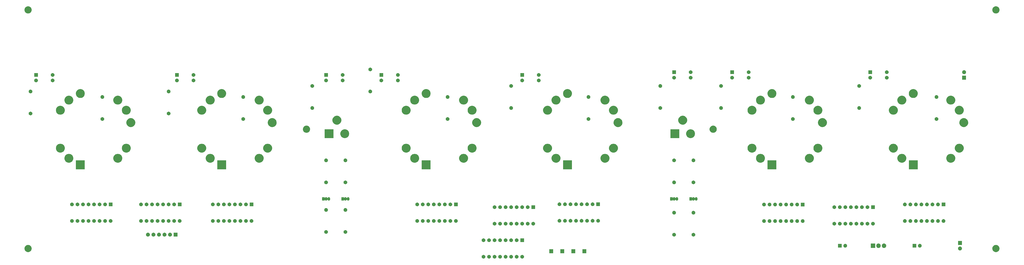
<source format=gbr>
G04 #@! TF.GenerationSoftware,KiCad,Pcbnew,5.0.2+dfsg1-1+deb10u1*
G04 #@! TF.CreationDate,2023-12-02T21:06:42-05:00*
G04 #@! TF.ProjectId,NixieClockV1,4e697869-6543-46c6-9f63-6b56312e6b69,rev?*
G04 #@! TF.SameCoordinates,Original*
G04 #@! TF.FileFunction,Soldermask,Bot*
G04 #@! TF.FilePolarity,Negative*
%FSLAX46Y46*%
G04 Gerber Fmt 4.6, Leading zero omitted, Abs format (unit mm)*
G04 Created by KiCad (PCBNEW 5.0.2+dfsg1-1+deb10u1) date Sat 02 Dec 2023 09:06:42 PM EST*
%MOMM*%
%LPD*%
G01*
G04 APERTURE LIST*
%ADD10C,0.100000*%
G04 APERTURE END LIST*
D10*
G36*
X297346821Y-557961313D02*
X297346824Y-557961314D01*
X297346825Y-557961314D01*
X297507239Y-558009975D01*
X297507241Y-558009976D01*
X297507244Y-558009977D01*
X297655078Y-558088995D01*
X297784659Y-558195341D01*
X297891005Y-558324922D01*
X297970023Y-558472756D01*
X298018687Y-558633179D01*
X298035117Y-558800000D01*
X298018687Y-558966821D01*
X297970023Y-559127244D01*
X297891005Y-559275078D01*
X297784659Y-559404659D01*
X297655078Y-559511005D01*
X297507244Y-559590023D01*
X297507241Y-559590024D01*
X297507239Y-559590025D01*
X297346825Y-559638686D01*
X297346824Y-559638686D01*
X297346821Y-559638687D01*
X297221804Y-559651000D01*
X297138196Y-559651000D01*
X297013179Y-559638687D01*
X297013176Y-559638686D01*
X297013175Y-559638686D01*
X296852761Y-559590025D01*
X296852759Y-559590024D01*
X296852756Y-559590023D01*
X296704922Y-559511005D01*
X296575341Y-559404659D01*
X296468995Y-559275078D01*
X296389977Y-559127244D01*
X296341313Y-558966821D01*
X296324883Y-558800000D01*
X296341313Y-558633179D01*
X296389977Y-558472756D01*
X296468995Y-558324922D01*
X296575341Y-558195341D01*
X296704922Y-558088995D01*
X296852756Y-558009977D01*
X296852759Y-558009976D01*
X296852761Y-558009975D01*
X297013175Y-557961314D01*
X297013176Y-557961314D01*
X297013179Y-557961313D01*
X297138196Y-557949000D01*
X297221804Y-557949000D01*
X297346821Y-557961313D01*
X297346821Y-557961313D01*
G37*
G36*
X279566821Y-557961313D02*
X279566824Y-557961314D01*
X279566825Y-557961314D01*
X279727239Y-558009975D01*
X279727241Y-558009976D01*
X279727244Y-558009977D01*
X279875078Y-558088995D01*
X280004659Y-558195341D01*
X280111005Y-558324922D01*
X280190023Y-558472756D01*
X280238687Y-558633179D01*
X280255117Y-558800000D01*
X280238687Y-558966821D01*
X280190023Y-559127244D01*
X280111005Y-559275078D01*
X280004659Y-559404659D01*
X279875078Y-559511005D01*
X279727244Y-559590023D01*
X279727241Y-559590024D01*
X279727239Y-559590025D01*
X279566825Y-559638686D01*
X279566824Y-559638686D01*
X279566821Y-559638687D01*
X279441804Y-559651000D01*
X279358196Y-559651000D01*
X279233179Y-559638687D01*
X279233176Y-559638686D01*
X279233175Y-559638686D01*
X279072761Y-559590025D01*
X279072759Y-559590024D01*
X279072756Y-559590023D01*
X278924922Y-559511005D01*
X278795341Y-559404659D01*
X278688995Y-559275078D01*
X278609977Y-559127244D01*
X278561313Y-558966821D01*
X278544883Y-558800000D01*
X278561313Y-558633179D01*
X278609977Y-558472756D01*
X278688995Y-558324922D01*
X278795341Y-558195341D01*
X278924922Y-558088995D01*
X279072756Y-558009977D01*
X279072759Y-558009976D01*
X279072761Y-558009975D01*
X279233175Y-557961314D01*
X279233176Y-557961314D01*
X279233179Y-557961313D01*
X279358196Y-557949000D01*
X279441804Y-557949000D01*
X279566821Y-557961313D01*
X279566821Y-557961313D01*
G37*
G36*
X282106821Y-557961313D02*
X282106824Y-557961314D01*
X282106825Y-557961314D01*
X282267239Y-558009975D01*
X282267241Y-558009976D01*
X282267244Y-558009977D01*
X282415078Y-558088995D01*
X282544659Y-558195341D01*
X282651005Y-558324922D01*
X282730023Y-558472756D01*
X282778687Y-558633179D01*
X282795117Y-558800000D01*
X282778687Y-558966821D01*
X282730023Y-559127244D01*
X282651005Y-559275078D01*
X282544659Y-559404659D01*
X282415078Y-559511005D01*
X282267244Y-559590023D01*
X282267241Y-559590024D01*
X282267239Y-559590025D01*
X282106825Y-559638686D01*
X282106824Y-559638686D01*
X282106821Y-559638687D01*
X281981804Y-559651000D01*
X281898196Y-559651000D01*
X281773179Y-559638687D01*
X281773176Y-559638686D01*
X281773175Y-559638686D01*
X281612761Y-559590025D01*
X281612759Y-559590024D01*
X281612756Y-559590023D01*
X281464922Y-559511005D01*
X281335341Y-559404659D01*
X281228995Y-559275078D01*
X281149977Y-559127244D01*
X281101313Y-558966821D01*
X281084883Y-558800000D01*
X281101313Y-558633179D01*
X281149977Y-558472756D01*
X281228995Y-558324922D01*
X281335341Y-558195341D01*
X281464922Y-558088995D01*
X281612756Y-558009977D01*
X281612759Y-558009976D01*
X281612761Y-558009975D01*
X281773175Y-557961314D01*
X281773176Y-557961314D01*
X281773179Y-557961313D01*
X281898196Y-557949000D01*
X281981804Y-557949000D01*
X282106821Y-557961313D01*
X282106821Y-557961313D01*
G37*
G36*
X284646821Y-557961313D02*
X284646824Y-557961314D01*
X284646825Y-557961314D01*
X284807239Y-558009975D01*
X284807241Y-558009976D01*
X284807244Y-558009977D01*
X284955078Y-558088995D01*
X285084659Y-558195341D01*
X285191005Y-558324922D01*
X285270023Y-558472756D01*
X285318687Y-558633179D01*
X285335117Y-558800000D01*
X285318687Y-558966821D01*
X285270023Y-559127244D01*
X285191005Y-559275078D01*
X285084659Y-559404659D01*
X284955078Y-559511005D01*
X284807244Y-559590023D01*
X284807241Y-559590024D01*
X284807239Y-559590025D01*
X284646825Y-559638686D01*
X284646824Y-559638686D01*
X284646821Y-559638687D01*
X284521804Y-559651000D01*
X284438196Y-559651000D01*
X284313179Y-559638687D01*
X284313176Y-559638686D01*
X284313175Y-559638686D01*
X284152761Y-559590025D01*
X284152759Y-559590024D01*
X284152756Y-559590023D01*
X284004922Y-559511005D01*
X283875341Y-559404659D01*
X283768995Y-559275078D01*
X283689977Y-559127244D01*
X283641313Y-558966821D01*
X283624883Y-558800000D01*
X283641313Y-558633179D01*
X283689977Y-558472756D01*
X283768995Y-558324922D01*
X283875341Y-558195341D01*
X284004922Y-558088995D01*
X284152756Y-558009977D01*
X284152759Y-558009976D01*
X284152761Y-558009975D01*
X284313175Y-557961314D01*
X284313176Y-557961314D01*
X284313179Y-557961313D01*
X284438196Y-557949000D01*
X284521804Y-557949000D01*
X284646821Y-557961313D01*
X284646821Y-557961313D01*
G37*
G36*
X287186821Y-557961313D02*
X287186824Y-557961314D01*
X287186825Y-557961314D01*
X287347239Y-558009975D01*
X287347241Y-558009976D01*
X287347244Y-558009977D01*
X287495078Y-558088995D01*
X287624659Y-558195341D01*
X287731005Y-558324922D01*
X287810023Y-558472756D01*
X287858687Y-558633179D01*
X287875117Y-558800000D01*
X287858687Y-558966821D01*
X287810023Y-559127244D01*
X287731005Y-559275078D01*
X287624659Y-559404659D01*
X287495078Y-559511005D01*
X287347244Y-559590023D01*
X287347241Y-559590024D01*
X287347239Y-559590025D01*
X287186825Y-559638686D01*
X287186824Y-559638686D01*
X287186821Y-559638687D01*
X287061804Y-559651000D01*
X286978196Y-559651000D01*
X286853179Y-559638687D01*
X286853176Y-559638686D01*
X286853175Y-559638686D01*
X286692761Y-559590025D01*
X286692759Y-559590024D01*
X286692756Y-559590023D01*
X286544922Y-559511005D01*
X286415341Y-559404659D01*
X286308995Y-559275078D01*
X286229977Y-559127244D01*
X286181313Y-558966821D01*
X286164883Y-558800000D01*
X286181313Y-558633179D01*
X286229977Y-558472756D01*
X286308995Y-558324922D01*
X286415341Y-558195341D01*
X286544922Y-558088995D01*
X286692756Y-558009977D01*
X286692759Y-558009976D01*
X286692761Y-558009975D01*
X286853175Y-557961314D01*
X286853176Y-557961314D01*
X286853179Y-557961313D01*
X286978196Y-557949000D01*
X287061804Y-557949000D01*
X287186821Y-557961313D01*
X287186821Y-557961313D01*
G37*
G36*
X289726821Y-557961313D02*
X289726824Y-557961314D01*
X289726825Y-557961314D01*
X289887239Y-558009975D01*
X289887241Y-558009976D01*
X289887244Y-558009977D01*
X290035078Y-558088995D01*
X290164659Y-558195341D01*
X290271005Y-558324922D01*
X290350023Y-558472756D01*
X290398687Y-558633179D01*
X290415117Y-558800000D01*
X290398687Y-558966821D01*
X290350023Y-559127244D01*
X290271005Y-559275078D01*
X290164659Y-559404659D01*
X290035078Y-559511005D01*
X289887244Y-559590023D01*
X289887241Y-559590024D01*
X289887239Y-559590025D01*
X289726825Y-559638686D01*
X289726824Y-559638686D01*
X289726821Y-559638687D01*
X289601804Y-559651000D01*
X289518196Y-559651000D01*
X289393179Y-559638687D01*
X289393176Y-559638686D01*
X289393175Y-559638686D01*
X289232761Y-559590025D01*
X289232759Y-559590024D01*
X289232756Y-559590023D01*
X289084922Y-559511005D01*
X288955341Y-559404659D01*
X288848995Y-559275078D01*
X288769977Y-559127244D01*
X288721313Y-558966821D01*
X288704883Y-558800000D01*
X288721313Y-558633179D01*
X288769977Y-558472756D01*
X288848995Y-558324922D01*
X288955341Y-558195341D01*
X289084922Y-558088995D01*
X289232756Y-558009977D01*
X289232759Y-558009976D01*
X289232761Y-558009975D01*
X289393175Y-557961314D01*
X289393176Y-557961314D01*
X289393179Y-557961313D01*
X289518196Y-557949000D01*
X289601804Y-557949000D01*
X289726821Y-557961313D01*
X289726821Y-557961313D01*
G37*
G36*
X292266821Y-557961313D02*
X292266824Y-557961314D01*
X292266825Y-557961314D01*
X292427239Y-558009975D01*
X292427241Y-558009976D01*
X292427244Y-558009977D01*
X292575078Y-558088995D01*
X292704659Y-558195341D01*
X292811005Y-558324922D01*
X292890023Y-558472756D01*
X292938687Y-558633179D01*
X292955117Y-558800000D01*
X292938687Y-558966821D01*
X292890023Y-559127244D01*
X292811005Y-559275078D01*
X292704659Y-559404659D01*
X292575078Y-559511005D01*
X292427244Y-559590023D01*
X292427241Y-559590024D01*
X292427239Y-559590025D01*
X292266825Y-559638686D01*
X292266824Y-559638686D01*
X292266821Y-559638687D01*
X292141804Y-559651000D01*
X292058196Y-559651000D01*
X291933179Y-559638687D01*
X291933176Y-559638686D01*
X291933175Y-559638686D01*
X291772761Y-559590025D01*
X291772759Y-559590024D01*
X291772756Y-559590023D01*
X291624922Y-559511005D01*
X291495341Y-559404659D01*
X291388995Y-559275078D01*
X291309977Y-559127244D01*
X291261313Y-558966821D01*
X291244883Y-558800000D01*
X291261313Y-558633179D01*
X291309977Y-558472756D01*
X291388995Y-558324922D01*
X291495341Y-558195341D01*
X291624922Y-558088995D01*
X291772756Y-558009977D01*
X291772759Y-558009976D01*
X291772761Y-558009975D01*
X291933175Y-557961314D01*
X291933176Y-557961314D01*
X291933179Y-557961313D01*
X292058196Y-557949000D01*
X292141804Y-557949000D01*
X292266821Y-557961313D01*
X292266821Y-557961313D01*
G37*
G36*
X294806821Y-557961313D02*
X294806824Y-557961314D01*
X294806825Y-557961314D01*
X294967239Y-558009975D01*
X294967241Y-558009976D01*
X294967244Y-558009977D01*
X295115078Y-558088995D01*
X295244659Y-558195341D01*
X295351005Y-558324922D01*
X295430023Y-558472756D01*
X295478687Y-558633179D01*
X295495117Y-558800000D01*
X295478687Y-558966821D01*
X295430023Y-559127244D01*
X295351005Y-559275078D01*
X295244659Y-559404659D01*
X295115078Y-559511005D01*
X294967244Y-559590023D01*
X294967241Y-559590024D01*
X294967239Y-559590025D01*
X294806825Y-559638686D01*
X294806824Y-559638686D01*
X294806821Y-559638687D01*
X294681804Y-559651000D01*
X294598196Y-559651000D01*
X294473179Y-559638687D01*
X294473176Y-559638686D01*
X294473175Y-559638686D01*
X294312761Y-559590025D01*
X294312759Y-559590024D01*
X294312756Y-559590023D01*
X294164922Y-559511005D01*
X294035341Y-559404659D01*
X293928995Y-559275078D01*
X293849977Y-559127244D01*
X293801313Y-558966821D01*
X293784883Y-558800000D01*
X293801313Y-558633179D01*
X293849977Y-558472756D01*
X293928995Y-558324922D01*
X294035341Y-558195341D01*
X294164922Y-558088995D01*
X294312756Y-558009977D01*
X294312759Y-558009976D01*
X294312761Y-558009975D01*
X294473175Y-557961314D01*
X294473176Y-557961314D01*
X294473179Y-557961313D01*
X294598196Y-557949000D01*
X294681804Y-557949000D01*
X294806821Y-557961313D01*
X294806821Y-557961313D01*
G37*
G36*
X311416000Y-557161000D02*
X309614000Y-557161000D01*
X309614000Y-555359000D01*
X311416000Y-555359000D01*
X311416000Y-557161000D01*
X311416000Y-557161000D01*
G37*
G36*
X326656000Y-557161000D02*
X324854000Y-557161000D01*
X324854000Y-555359000D01*
X326656000Y-555359000D01*
X326656000Y-557161000D01*
X326656000Y-557161000D01*
G37*
G36*
X321576000Y-557161000D02*
X319774000Y-557161000D01*
X319774000Y-555359000D01*
X321576000Y-555359000D01*
X321576000Y-557161000D01*
X321576000Y-557161000D01*
G37*
G36*
X316496000Y-557161000D02*
X314694000Y-557161000D01*
X314694000Y-555359000D01*
X316496000Y-555359000D01*
X316496000Y-557161000D01*
X316496000Y-557161000D01*
G37*
G36*
X515375256Y-553391298D02*
X515481579Y-553412447D01*
X515782042Y-553536903D01*
X515930626Y-553636184D01*
X516052454Y-553717587D01*
X516282413Y-553947546D01*
X516282415Y-553947549D01*
X516420066Y-554153557D01*
X516463098Y-554217960D01*
X516481539Y-554262481D01*
X516587553Y-554518421D01*
X516604957Y-554605917D01*
X516651000Y-554837389D01*
X516651000Y-555162611D01*
X516650201Y-555166627D01*
X516587553Y-555481579D01*
X516582826Y-555492991D01*
X516463098Y-555782040D01*
X516282413Y-556052454D01*
X516052454Y-556282413D01*
X516052451Y-556282415D01*
X515782042Y-556463097D01*
X515481579Y-556587553D01*
X515375256Y-556608702D01*
X515162611Y-556651000D01*
X514837389Y-556651000D01*
X514624744Y-556608702D01*
X514518421Y-556587553D01*
X514217958Y-556463097D01*
X513947549Y-556282415D01*
X513947546Y-556282413D01*
X513717587Y-556052454D01*
X513536902Y-555782040D01*
X513417174Y-555492991D01*
X513412447Y-555481579D01*
X513349799Y-555166627D01*
X513349000Y-555162611D01*
X513349000Y-554837389D01*
X513395043Y-554605917D01*
X513412447Y-554518421D01*
X513518461Y-554262481D01*
X513536902Y-554217960D01*
X513579935Y-554153557D01*
X513717585Y-553947549D01*
X513717587Y-553947546D01*
X513947546Y-553717587D01*
X514069374Y-553636184D01*
X514217958Y-553536903D01*
X514518421Y-553412447D01*
X514624744Y-553391298D01*
X514837389Y-553349000D01*
X515162611Y-553349000D01*
X515375256Y-553391298D01*
X515375256Y-553391298D01*
G37*
G36*
X70375256Y-553391298D02*
X70481579Y-553412447D01*
X70782042Y-553536903D01*
X70930626Y-553636184D01*
X71052454Y-553717587D01*
X71282413Y-553947546D01*
X71282415Y-553947549D01*
X71420066Y-554153557D01*
X71463098Y-554217960D01*
X71481539Y-554262481D01*
X71587553Y-554518421D01*
X71604957Y-554605917D01*
X71651000Y-554837389D01*
X71651000Y-555162611D01*
X71650201Y-555166627D01*
X71587553Y-555481579D01*
X71582826Y-555492991D01*
X71463098Y-555782040D01*
X71282413Y-556052454D01*
X71052454Y-556282413D01*
X71052451Y-556282415D01*
X70782042Y-556463097D01*
X70481579Y-556587553D01*
X70375256Y-556608702D01*
X70162611Y-556651000D01*
X69837389Y-556651000D01*
X69624744Y-556608702D01*
X69518421Y-556587553D01*
X69217958Y-556463097D01*
X68947549Y-556282415D01*
X68947546Y-556282413D01*
X68717587Y-556052454D01*
X68536902Y-555782040D01*
X68417174Y-555492991D01*
X68412447Y-555481579D01*
X68349799Y-555166627D01*
X68349000Y-555162611D01*
X68349000Y-554837389D01*
X68395043Y-554605917D01*
X68412447Y-554518421D01*
X68518461Y-554262481D01*
X68536902Y-554217960D01*
X68579935Y-554153557D01*
X68717585Y-553947549D01*
X68717587Y-553947546D01*
X68947546Y-553717587D01*
X69069374Y-553636184D01*
X69217958Y-553536903D01*
X69518421Y-553412447D01*
X69624744Y-553391298D01*
X69837389Y-553349000D01*
X70162611Y-553349000D01*
X70375256Y-553391298D01*
X70375256Y-553391298D01*
G37*
G36*
X498585442Y-554095518D02*
X498651627Y-554102037D01*
X498764853Y-554136384D01*
X498821467Y-554153557D01*
X498941951Y-554217958D01*
X498977991Y-554237222D01*
X499008769Y-554262481D01*
X499115186Y-554349814D01*
X499198448Y-554451271D01*
X499227778Y-554487009D01*
X499227779Y-554487011D01*
X499311443Y-554643533D01*
X499311443Y-554643534D01*
X499362963Y-554813373D01*
X499380359Y-554990000D01*
X499362963Y-555166627D01*
X499328616Y-555279853D01*
X499311443Y-555336467D01*
X499237348Y-555475087D01*
X499227778Y-555492991D01*
X499198448Y-555528729D01*
X499115186Y-555630186D01*
X499013729Y-555713448D01*
X498977991Y-555742778D01*
X498977989Y-555742779D01*
X498821467Y-555826443D01*
X498764853Y-555843616D01*
X498651627Y-555877963D01*
X498585442Y-555884482D01*
X498519260Y-555891000D01*
X498430740Y-555891000D01*
X498364558Y-555884482D01*
X498298373Y-555877963D01*
X498185147Y-555843616D01*
X498128533Y-555826443D01*
X497972011Y-555742779D01*
X497972009Y-555742778D01*
X497936271Y-555713448D01*
X497834814Y-555630186D01*
X497751552Y-555528729D01*
X497722222Y-555492991D01*
X497712652Y-555475087D01*
X497638557Y-555336467D01*
X497621384Y-555279853D01*
X497587037Y-555166627D01*
X497569641Y-554990000D01*
X497587037Y-554813373D01*
X497638557Y-554643534D01*
X497638557Y-554643533D01*
X497722221Y-554487011D01*
X497722222Y-554487009D01*
X497751552Y-554451271D01*
X497834814Y-554349814D01*
X497941231Y-554262481D01*
X497972009Y-554237222D01*
X498008049Y-554217958D01*
X498128533Y-554153557D01*
X498185147Y-554136384D01*
X498298373Y-554102037D01*
X498364558Y-554095518D01*
X498430740Y-554089000D01*
X498519260Y-554089000D01*
X498585442Y-554095518D01*
X498585442Y-554095518D01*
G37*
G36*
X463746719Y-552683520D02*
X463935880Y-552740901D01*
X464110212Y-552834083D01*
X464263015Y-552959485D01*
X464388417Y-553112288D01*
X464481599Y-553286619D01*
X464538980Y-553475780D01*
X464553500Y-553623206D01*
X464553500Y-553816793D01*
X464538980Y-553964219D01*
X464481599Y-554153380D01*
X464388417Y-554327712D01*
X464263015Y-554480515D01*
X464110212Y-554605917D01*
X463935881Y-554699099D01*
X463746720Y-554756480D01*
X463550000Y-554775855D01*
X463353281Y-554756480D01*
X463164120Y-554699099D01*
X462989788Y-554605917D01*
X462836985Y-554480515D01*
X462711583Y-554327712D01*
X462618401Y-554153381D01*
X462561020Y-553964220D01*
X462546500Y-553816794D01*
X462546500Y-553623207D01*
X462561020Y-553475781D01*
X462618401Y-553286620D01*
X462711583Y-553112288D01*
X462836985Y-552959485D01*
X462989788Y-552834083D01*
X463164119Y-552740901D01*
X463353280Y-552683520D01*
X463550000Y-552664145D01*
X463746719Y-552683520D01*
X463746719Y-552683520D01*
G37*
G36*
X461206719Y-552683520D02*
X461395880Y-552740901D01*
X461570212Y-552834083D01*
X461723015Y-552959485D01*
X461848417Y-553112288D01*
X461941599Y-553286619D01*
X461998980Y-553475780D01*
X462013500Y-553623206D01*
X462013500Y-553816793D01*
X461998980Y-553964219D01*
X461941599Y-554153380D01*
X461848417Y-554327712D01*
X461723015Y-554480515D01*
X461570212Y-554605917D01*
X461395881Y-554699099D01*
X461206720Y-554756480D01*
X461010000Y-554775855D01*
X460813281Y-554756480D01*
X460624120Y-554699099D01*
X460449788Y-554605917D01*
X460296985Y-554480515D01*
X460171583Y-554327712D01*
X460078401Y-554153381D01*
X460021020Y-553964220D01*
X460006500Y-553816794D01*
X460006500Y-553623207D01*
X460021020Y-553475781D01*
X460078401Y-553286620D01*
X460171583Y-553112288D01*
X460296985Y-552959485D01*
X460449788Y-552834083D01*
X460624119Y-552740901D01*
X460813280Y-552683520D01*
X461010000Y-552664145D01*
X461206719Y-552683520D01*
X461206719Y-552683520D01*
G37*
G36*
X459473500Y-554771000D02*
X457466500Y-554771000D01*
X457466500Y-552669000D01*
X459473500Y-552669000D01*
X459473500Y-554771000D01*
X459473500Y-554771000D01*
G37*
G36*
X445978228Y-552901703D02*
X446133100Y-552965853D01*
X446272481Y-553058985D01*
X446391015Y-553177519D01*
X446484147Y-553316900D01*
X446548297Y-553471772D01*
X446581000Y-553636184D01*
X446581000Y-553803816D01*
X446548297Y-553968228D01*
X446484147Y-554123100D01*
X446391015Y-554262481D01*
X446272481Y-554381015D01*
X446133100Y-554474147D01*
X445978228Y-554538297D01*
X445813816Y-554571000D01*
X445646184Y-554571000D01*
X445481772Y-554538297D01*
X445326900Y-554474147D01*
X445187519Y-554381015D01*
X445068985Y-554262481D01*
X444975853Y-554123100D01*
X444911703Y-553968228D01*
X444879000Y-553803816D01*
X444879000Y-553636184D01*
X444911703Y-553471772D01*
X444975853Y-553316900D01*
X445068985Y-553177519D01*
X445187519Y-553058985D01*
X445326900Y-552965853D01*
X445481772Y-552901703D01*
X445646184Y-552869000D01*
X445813816Y-552869000D01*
X445978228Y-552901703D01*
X445978228Y-552901703D01*
G37*
G36*
X444081000Y-554571000D02*
X442379000Y-554571000D01*
X442379000Y-552869000D01*
X444081000Y-552869000D01*
X444081000Y-554571000D01*
X444081000Y-554571000D01*
G37*
G36*
X478371000Y-554571000D02*
X476669000Y-554571000D01*
X476669000Y-552869000D01*
X478371000Y-552869000D01*
X478371000Y-554571000D01*
X478371000Y-554571000D01*
G37*
G36*
X480268228Y-552901703D02*
X480423100Y-552965853D01*
X480562481Y-553058985D01*
X480681015Y-553177519D01*
X480774147Y-553316900D01*
X480838297Y-553471772D01*
X480871000Y-553636184D01*
X480871000Y-553803816D01*
X480838297Y-553968228D01*
X480774147Y-554123100D01*
X480681015Y-554262481D01*
X480562481Y-554381015D01*
X480423100Y-554474147D01*
X480268228Y-554538297D01*
X480103816Y-554571000D01*
X479936184Y-554571000D01*
X479771772Y-554538297D01*
X479616900Y-554474147D01*
X479477519Y-554381015D01*
X479358985Y-554262481D01*
X479265853Y-554123100D01*
X479201703Y-553968228D01*
X479169000Y-553803816D01*
X479169000Y-553636184D01*
X479201703Y-553471772D01*
X479265853Y-553316900D01*
X479358985Y-553177519D01*
X479477519Y-553058985D01*
X479616900Y-552965853D01*
X479771772Y-552901703D01*
X479936184Y-552869000D01*
X480103816Y-552869000D01*
X480268228Y-552901703D01*
X480268228Y-552901703D01*
G37*
G36*
X499376000Y-553351000D02*
X497574000Y-553351000D01*
X497574000Y-551549000D01*
X499376000Y-551549000D01*
X499376000Y-553351000D01*
X499376000Y-553351000D01*
G37*
G36*
X284646821Y-550341313D02*
X284646824Y-550341314D01*
X284646825Y-550341314D01*
X284807239Y-550389975D01*
X284807241Y-550389976D01*
X284807244Y-550389977D01*
X284955078Y-550468995D01*
X285084659Y-550575341D01*
X285191005Y-550704922D01*
X285270023Y-550852756D01*
X285318687Y-551013179D01*
X285335117Y-551180000D01*
X285318687Y-551346821D01*
X285270023Y-551507244D01*
X285191005Y-551655078D01*
X285084659Y-551784659D01*
X284955078Y-551891005D01*
X284807244Y-551970023D01*
X284807241Y-551970024D01*
X284807239Y-551970025D01*
X284646825Y-552018686D01*
X284646824Y-552018686D01*
X284646821Y-552018687D01*
X284521804Y-552031000D01*
X284438196Y-552031000D01*
X284313179Y-552018687D01*
X284313176Y-552018686D01*
X284313175Y-552018686D01*
X284152761Y-551970025D01*
X284152759Y-551970024D01*
X284152756Y-551970023D01*
X284004922Y-551891005D01*
X283875341Y-551784659D01*
X283768995Y-551655078D01*
X283689977Y-551507244D01*
X283641313Y-551346821D01*
X283624883Y-551180000D01*
X283641313Y-551013179D01*
X283689977Y-550852756D01*
X283768995Y-550704922D01*
X283875341Y-550575341D01*
X284004922Y-550468995D01*
X284152756Y-550389977D01*
X284152759Y-550389976D01*
X284152761Y-550389975D01*
X284313175Y-550341314D01*
X284313176Y-550341314D01*
X284313179Y-550341313D01*
X284438196Y-550329000D01*
X284521804Y-550329000D01*
X284646821Y-550341313D01*
X284646821Y-550341313D01*
G37*
G36*
X294806821Y-550341313D02*
X294806824Y-550341314D01*
X294806825Y-550341314D01*
X294967239Y-550389975D01*
X294967241Y-550389976D01*
X294967244Y-550389977D01*
X295115078Y-550468995D01*
X295244659Y-550575341D01*
X295351005Y-550704922D01*
X295430023Y-550852756D01*
X295478687Y-551013179D01*
X295495117Y-551180000D01*
X295478687Y-551346821D01*
X295430023Y-551507244D01*
X295351005Y-551655078D01*
X295244659Y-551784659D01*
X295115078Y-551891005D01*
X294967244Y-551970023D01*
X294967241Y-551970024D01*
X294967239Y-551970025D01*
X294806825Y-552018686D01*
X294806824Y-552018686D01*
X294806821Y-552018687D01*
X294681804Y-552031000D01*
X294598196Y-552031000D01*
X294473179Y-552018687D01*
X294473176Y-552018686D01*
X294473175Y-552018686D01*
X294312761Y-551970025D01*
X294312759Y-551970024D01*
X294312756Y-551970023D01*
X294164922Y-551891005D01*
X294035341Y-551784659D01*
X293928995Y-551655078D01*
X293849977Y-551507244D01*
X293801313Y-551346821D01*
X293784883Y-551180000D01*
X293801313Y-551013179D01*
X293849977Y-550852756D01*
X293928995Y-550704922D01*
X294035341Y-550575341D01*
X294164922Y-550468995D01*
X294312756Y-550389977D01*
X294312759Y-550389976D01*
X294312761Y-550389975D01*
X294473175Y-550341314D01*
X294473176Y-550341314D01*
X294473179Y-550341313D01*
X294598196Y-550329000D01*
X294681804Y-550329000D01*
X294806821Y-550341313D01*
X294806821Y-550341313D01*
G37*
G36*
X292266821Y-550341313D02*
X292266824Y-550341314D01*
X292266825Y-550341314D01*
X292427239Y-550389975D01*
X292427241Y-550389976D01*
X292427244Y-550389977D01*
X292575078Y-550468995D01*
X292704659Y-550575341D01*
X292811005Y-550704922D01*
X292890023Y-550852756D01*
X292938687Y-551013179D01*
X292955117Y-551180000D01*
X292938687Y-551346821D01*
X292890023Y-551507244D01*
X292811005Y-551655078D01*
X292704659Y-551784659D01*
X292575078Y-551891005D01*
X292427244Y-551970023D01*
X292427241Y-551970024D01*
X292427239Y-551970025D01*
X292266825Y-552018686D01*
X292266824Y-552018686D01*
X292266821Y-552018687D01*
X292141804Y-552031000D01*
X292058196Y-552031000D01*
X291933179Y-552018687D01*
X291933176Y-552018686D01*
X291933175Y-552018686D01*
X291772761Y-551970025D01*
X291772759Y-551970024D01*
X291772756Y-551970023D01*
X291624922Y-551891005D01*
X291495341Y-551784659D01*
X291388995Y-551655078D01*
X291309977Y-551507244D01*
X291261313Y-551346821D01*
X291244883Y-551180000D01*
X291261313Y-551013179D01*
X291309977Y-550852756D01*
X291388995Y-550704922D01*
X291495341Y-550575341D01*
X291624922Y-550468995D01*
X291772756Y-550389977D01*
X291772759Y-550389976D01*
X291772761Y-550389975D01*
X291933175Y-550341314D01*
X291933176Y-550341314D01*
X291933179Y-550341313D01*
X292058196Y-550329000D01*
X292141804Y-550329000D01*
X292266821Y-550341313D01*
X292266821Y-550341313D01*
G37*
G36*
X289726821Y-550341313D02*
X289726824Y-550341314D01*
X289726825Y-550341314D01*
X289887239Y-550389975D01*
X289887241Y-550389976D01*
X289887244Y-550389977D01*
X290035078Y-550468995D01*
X290164659Y-550575341D01*
X290271005Y-550704922D01*
X290350023Y-550852756D01*
X290398687Y-551013179D01*
X290415117Y-551180000D01*
X290398687Y-551346821D01*
X290350023Y-551507244D01*
X290271005Y-551655078D01*
X290164659Y-551784659D01*
X290035078Y-551891005D01*
X289887244Y-551970023D01*
X289887241Y-551970024D01*
X289887239Y-551970025D01*
X289726825Y-552018686D01*
X289726824Y-552018686D01*
X289726821Y-552018687D01*
X289601804Y-552031000D01*
X289518196Y-552031000D01*
X289393179Y-552018687D01*
X289393176Y-552018686D01*
X289393175Y-552018686D01*
X289232761Y-551970025D01*
X289232759Y-551970024D01*
X289232756Y-551970023D01*
X289084922Y-551891005D01*
X288955341Y-551784659D01*
X288848995Y-551655078D01*
X288769977Y-551507244D01*
X288721313Y-551346821D01*
X288704883Y-551180000D01*
X288721313Y-551013179D01*
X288769977Y-550852756D01*
X288848995Y-550704922D01*
X288955341Y-550575341D01*
X289084922Y-550468995D01*
X289232756Y-550389977D01*
X289232759Y-550389976D01*
X289232761Y-550389975D01*
X289393175Y-550341314D01*
X289393176Y-550341314D01*
X289393179Y-550341313D01*
X289518196Y-550329000D01*
X289601804Y-550329000D01*
X289726821Y-550341313D01*
X289726821Y-550341313D01*
G37*
G36*
X287186821Y-550341313D02*
X287186824Y-550341314D01*
X287186825Y-550341314D01*
X287347239Y-550389975D01*
X287347241Y-550389976D01*
X287347244Y-550389977D01*
X287495078Y-550468995D01*
X287624659Y-550575341D01*
X287731005Y-550704922D01*
X287810023Y-550852756D01*
X287858687Y-551013179D01*
X287875117Y-551180000D01*
X287858687Y-551346821D01*
X287810023Y-551507244D01*
X287731005Y-551655078D01*
X287624659Y-551784659D01*
X287495078Y-551891005D01*
X287347244Y-551970023D01*
X287347241Y-551970024D01*
X287347239Y-551970025D01*
X287186825Y-552018686D01*
X287186824Y-552018686D01*
X287186821Y-552018687D01*
X287061804Y-552031000D01*
X286978196Y-552031000D01*
X286853179Y-552018687D01*
X286853176Y-552018686D01*
X286853175Y-552018686D01*
X286692761Y-551970025D01*
X286692759Y-551970024D01*
X286692756Y-551970023D01*
X286544922Y-551891005D01*
X286415341Y-551784659D01*
X286308995Y-551655078D01*
X286229977Y-551507244D01*
X286181313Y-551346821D01*
X286164883Y-551180000D01*
X286181313Y-551013179D01*
X286229977Y-550852756D01*
X286308995Y-550704922D01*
X286415341Y-550575341D01*
X286544922Y-550468995D01*
X286692756Y-550389977D01*
X286692759Y-550389976D01*
X286692761Y-550389975D01*
X286853175Y-550341314D01*
X286853176Y-550341314D01*
X286853179Y-550341313D01*
X286978196Y-550329000D01*
X287061804Y-550329000D01*
X287186821Y-550341313D01*
X287186821Y-550341313D01*
G37*
G36*
X279566821Y-550341313D02*
X279566824Y-550341314D01*
X279566825Y-550341314D01*
X279727239Y-550389975D01*
X279727241Y-550389976D01*
X279727244Y-550389977D01*
X279875078Y-550468995D01*
X280004659Y-550575341D01*
X280111005Y-550704922D01*
X280190023Y-550852756D01*
X280238687Y-551013179D01*
X280255117Y-551180000D01*
X280238687Y-551346821D01*
X280190023Y-551507244D01*
X280111005Y-551655078D01*
X280004659Y-551784659D01*
X279875078Y-551891005D01*
X279727244Y-551970023D01*
X279727241Y-551970024D01*
X279727239Y-551970025D01*
X279566825Y-552018686D01*
X279566824Y-552018686D01*
X279566821Y-552018687D01*
X279441804Y-552031000D01*
X279358196Y-552031000D01*
X279233179Y-552018687D01*
X279233176Y-552018686D01*
X279233175Y-552018686D01*
X279072761Y-551970025D01*
X279072759Y-551970024D01*
X279072756Y-551970023D01*
X278924922Y-551891005D01*
X278795341Y-551784659D01*
X278688995Y-551655078D01*
X278609977Y-551507244D01*
X278561313Y-551346821D01*
X278544883Y-551180000D01*
X278561313Y-551013179D01*
X278609977Y-550852756D01*
X278688995Y-550704922D01*
X278795341Y-550575341D01*
X278924922Y-550468995D01*
X279072756Y-550389977D01*
X279072759Y-550389976D01*
X279072761Y-550389975D01*
X279233175Y-550341314D01*
X279233176Y-550341314D01*
X279233179Y-550341313D01*
X279358196Y-550329000D01*
X279441804Y-550329000D01*
X279566821Y-550341313D01*
X279566821Y-550341313D01*
G37*
G36*
X282106821Y-550341313D02*
X282106824Y-550341314D01*
X282106825Y-550341314D01*
X282267239Y-550389975D01*
X282267241Y-550389976D01*
X282267244Y-550389977D01*
X282415078Y-550468995D01*
X282544659Y-550575341D01*
X282651005Y-550704922D01*
X282730023Y-550852756D01*
X282778687Y-551013179D01*
X282795117Y-551180000D01*
X282778687Y-551346821D01*
X282730023Y-551507244D01*
X282651005Y-551655078D01*
X282544659Y-551784659D01*
X282415078Y-551891005D01*
X282267244Y-551970023D01*
X282267241Y-551970024D01*
X282267239Y-551970025D01*
X282106825Y-552018686D01*
X282106824Y-552018686D01*
X282106821Y-552018687D01*
X281981804Y-552031000D01*
X281898196Y-552031000D01*
X281773179Y-552018687D01*
X281773176Y-552018686D01*
X281773175Y-552018686D01*
X281612761Y-551970025D01*
X281612759Y-551970024D01*
X281612756Y-551970023D01*
X281464922Y-551891005D01*
X281335341Y-551784659D01*
X281228995Y-551655078D01*
X281149977Y-551507244D01*
X281101313Y-551346821D01*
X281084883Y-551180000D01*
X281101313Y-551013179D01*
X281149977Y-550852756D01*
X281228995Y-550704922D01*
X281335341Y-550575341D01*
X281464922Y-550468995D01*
X281612756Y-550389977D01*
X281612759Y-550389976D01*
X281612761Y-550389975D01*
X281773175Y-550341314D01*
X281773176Y-550341314D01*
X281773179Y-550341313D01*
X281898196Y-550329000D01*
X281981804Y-550329000D01*
X282106821Y-550341313D01*
X282106821Y-550341313D01*
G37*
G36*
X298031000Y-552031000D02*
X296329000Y-552031000D01*
X296329000Y-550329000D01*
X298031000Y-550329000D01*
X298031000Y-552031000D01*
X298031000Y-552031000D01*
G37*
G36*
X127750443Y-547705519D02*
X127816627Y-547712037D01*
X127929853Y-547746384D01*
X127986467Y-547763557D01*
X128057102Y-547801313D01*
X128142991Y-547847222D01*
X128178729Y-547876552D01*
X128280186Y-547959814D01*
X128342168Y-548035341D01*
X128392778Y-548097009D01*
X128392779Y-548097011D01*
X128476443Y-548253533D01*
X128476443Y-548253534D01*
X128527963Y-548423373D01*
X128545359Y-548600000D01*
X128527963Y-548776627D01*
X128493616Y-548889853D01*
X128476443Y-548946467D01*
X128465340Y-548967239D01*
X128392778Y-549102991D01*
X128382858Y-549115078D01*
X128280186Y-549240186D01*
X128178729Y-549323448D01*
X128142991Y-549352778D01*
X128142989Y-549352779D01*
X127986467Y-549436443D01*
X127929853Y-549453616D01*
X127816627Y-549487963D01*
X127750443Y-549494481D01*
X127684260Y-549501000D01*
X127595740Y-549501000D01*
X127529557Y-549494481D01*
X127463373Y-549487963D01*
X127350147Y-549453616D01*
X127293533Y-549436443D01*
X127137011Y-549352779D01*
X127137009Y-549352778D01*
X127101271Y-549323448D01*
X126999814Y-549240186D01*
X126897142Y-549115078D01*
X126887222Y-549102991D01*
X126814660Y-548967239D01*
X126803557Y-548946467D01*
X126786384Y-548889853D01*
X126752037Y-548776627D01*
X126734641Y-548600000D01*
X126752037Y-548423373D01*
X126803557Y-548253534D01*
X126803557Y-548253533D01*
X126887221Y-548097011D01*
X126887222Y-548097009D01*
X126937832Y-548035341D01*
X126999814Y-547959814D01*
X127101271Y-547876552D01*
X127137009Y-547847222D01*
X127222898Y-547801313D01*
X127293533Y-547763557D01*
X127350147Y-547746384D01*
X127463373Y-547712037D01*
X127529557Y-547705519D01*
X127595740Y-547699000D01*
X127684260Y-547699000D01*
X127750443Y-547705519D01*
X127750443Y-547705519D01*
G37*
G36*
X125210443Y-547705519D02*
X125276627Y-547712037D01*
X125389853Y-547746384D01*
X125446467Y-547763557D01*
X125517102Y-547801313D01*
X125602991Y-547847222D01*
X125638729Y-547876552D01*
X125740186Y-547959814D01*
X125802168Y-548035341D01*
X125852778Y-548097009D01*
X125852779Y-548097011D01*
X125936443Y-548253533D01*
X125936443Y-548253534D01*
X125987963Y-548423373D01*
X126005359Y-548600000D01*
X125987963Y-548776627D01*
X125953616Y-548889853D01*
X125936443Y-548946467D01*
X125925340Y-548967239D01*
X125852778Y-549102991D01*
X125842858Y-549115078D01*
X125740186Y-549240186D01*
X125638729Y-549323448D01*
X125602991Y-549352778D01*
X125602989Y-549352779D01*
X125446467Y-549436443D01*
X125389853Y-549453616D01*
X125276627Y-549487963D01*
X125210443Y-549494481D01*
X125144260Y-549501000D01*
X125055740Y-549501000D01*
X124989557Y-549494481D01*
X124923373Y-549487963D01*
X124810147Y-549453616D01*
X124753533Y-549436443D01*
X124597011Y-549352779D01*
X124597009Y-549352778D01*
X124561271Y-549323448D01*
X124459814Y-549240186D01*
X124357142Y-549115078D01*
X124347222Y-549102991D01*
X124274660Y-548967239D01*
X124263557Y-548946467D01*
X124246384Y-548889853D01*
X124212037Y-548776627D01*
X124194641Y-548600000D01*
X124212037Y-548423373D01*
X124263557Y-548253534D01*
X124263557Y-548253533D01*
X124347221Y-548097011D01*
X124347222Y-548097009D01*
X124397832Y-548035341D01*
X124459814Y-547959814D01*
X124561271Y-547876552D01*
X124597009Y-547847222D01*
X124682898Y-547801313D01*
X124753533Y-547763557D01*
X124810147Y-547746384D01*
X124923373Y-547712037D01*
X124989557Y-547705519D01*
X125055740Y-547699000D01*
X125144260Y-547699000D01*
X125210443Y-547705519D01*
X125210443Y-547705519D01*
G37*
G36*
X138701000Y-549501000D02*
X136899000Y-549501000D01*
X136899000Y-547699000D01*
X138701000Y-547699000D01*
X138701000Y-549501000D01*
X138701000Y-549501000D01*
G37*
G36*
X135370443Y-547705519D02*
X135436627Y-547712037D01*
X135549853Y-547746384D01*
X135606467Y-547763557D01*
X135677102Y-547801313D01*
X135762991Y-547847222D01*
X135798729Y-547876552D01*
X135900186Y-547959814D01*
X135962168Y-548035341D01*
X136012778Y-548097009D01*
X136012779Y-548097011D01*
X136096443Y-548253533D01*
X136096443Y-548253534D01*
X136147963Y-548423373D01*
X136165359Y-548600000D01*
X136147963Y-548776627D01*
X136113616Y-548889853D01*
X136096443Y-548946467D01*
X136085340Y-548967239D01*
X136012778Y-549102991D01*
X136002858Y-549115078D01*
X135900186Y-549240186D01*
X135798729Y-549323448D01*
X135762991Y-549352778D01*
X135762989Y-549352779D01*
X135606467Y-549436443D01*
X135549853Y-549453616D01*
X135436627Y-549487963D01*
X135370443Y-549494481D01*
X135304260Y-549501000D01*
X135215740Y-549501000D01*
X135149557Y-549494481D01*
X135083373Y-549487963D01*
X134970147Y-549453616D01*
X134913533Y-549436443D01*
X134757011Y-549352779D01*
X134757009Y-549352778D01*
X134721271Y-549323448D01*
X134619814Y-549240186D01*
X134517142Y-549115078D01*
X134507222Y-549102991D01*
X134434660Y-548967239D01*
X134423557Y-548946467D01*
X134406384Y-548889853D01*
X134372037Y-548776627D01*
X134354641Y-548600000D01*
X134372037Y-548423373D01*
X134423557Y-548253534D01*
X134423557Y-548253533D01*
X134507221Y-548097011D01*
X134507222Y-548097009D01*
X134557832Y-548035341D01*
X134619814Y-547959814D01*
X134721271Y-547876552D01*
X134757009Y-547847222D01*
X134842898Y-547801313D01*
X134913533Y-547763557D01*
X134970147Y-547746384D01*
X135083373Y-547712037D01*
X135149557Y-547705519D01*
X135215740Y-547699000D01*
X135304260Y-547699000D01*
X135370443Y-547705519D01*
X135370443Y-547705519D01*
G37*
G36*
X132830443Y-547705519D02*
X132896627Y-547712037D01*
X133009853Y-547746384D01*
X133066467Y-547763557D01*
X133137102Y-547801313D01*
X133222991Y-547847222D01*
X133258729Y-547876552D01*
X133360186Y-547959814D01*
X133422168Y-548035341D01*
X133472778Y-548097009D01*
X133472779Y-548097011D01*
X133556443Y-548253533D01*
X133556443Y-548253534D01*
X133607963Y-548423373D01*
X133625359Y-548600000D01*
X133607963Y-548776627D01*
X133573616Y-548889853D01*
X133556443Y-548946467D01*
X133545340Y-548967239D01*
X133472778Y-549102991D01*
X133462858Y-549115078D01*
X133360186Y-549240186D01*
X133258729Y-549323448D01*
X133222991Y-549352778D01*
X133222989Y-549352779D01*
X133066467Y-549436443D01*
X133009853Y-549453616D01*
X132896627Y-549487963D01*
X132830443Y-549494481D01*
X132764260Y-549501000D01*
X132675740Y-549501000D01*
X132609557Y-549494481D01*
X132543373Y-549487963D01*
X132430147Y-549453616D01*
X132373533Y-549436443D01*
X132217011Y-549352779D01*
X132217009Y-549352778D01*
X132181271Y-549323448D01*
X132079814Y-549240186D01*
X131977142Y-549115078D01*
X131967222Y-549102991D01*
X131894660Y-548967239D01*
X131883557Y-548946467D01*
X131866384Y-548889853D01*
X131832037Y-548776627D01*
X131814641Y-548600000D01*
X131832037Y-548423373D01*
X131883557Y-548253534D01*
X131883557Y-548253533D01*
X131967221Y-548097011D01*
X131967222Y-548097009D01*
X132017832Y-548035341D01*
X132079814Y-547959814D01*
X132181271Y-547876552D01*
X132217009Y-547847222D01*
X132302898Y-547801313D01*
X132373533Y-547763557D01*
X132430147Y-547746384D01*
X132543373Y-547712037D01*
X132609557Y-547705519D01*
X132675740Y-547699000D01*
X132764260Y-547699000D01*
X132830443Y-547705519D01*
X132830443Y-547705519D01*
G37*
G36*
X130290443Y-547705519D02*
X130356627Y-547712037D01*
X130469853Y-547746384D01*
X130526467Y-547763557D01*
X130597102Y-547801313D01*
X130682991Y-547847222D01*
X130718729Y-547876552D01*
X130820186Y-547959814D01*
X130882168Y-548035341D01*
X130932778Y-548097009D01*
X130932779Y-548097011D01*
X131016443Y-548253533D01*
X131016443Y-548253534D01*
X131067963Y-548423373D01*
X131085359Y-548600000D01*
X131067963Y-548776627D01*
X131033616Y-548889853D01*
X131016443Y-548946467D01*
X131005340Y-548967239D01*
X130932778Y-549102991D01*
X130922858Y-549115078D01*
X130820186Y-549240186D01*
X130718729Y-549323448D01*
X130682991Y-549352778D01*
X130682989Y-549352779D01*
X130526467Y-549436443D01*
X130469853Y-549453616D01*
X130356627Y-549487963D01*
X130290443Y-549494481D01*
X130224260Y-549501000D01*
X130135740Y-549501000D01*
X130069557Y-549494481D01*
X130003373Y-549487963D01*
X129890147Y-549453616D01*
X129833533Y-549436443D01*
X129677011Y-549352779D01*
X129677009Y-549352778D01*
X129641271Y-549323448D01*
X129539814Y-549240186D01*
X129437142Y-549115078D01*
X129427222Y-549102991D01*
X129354660Y-548967239D01*
X129343557Y-548946467D01*
X129326384Y-548889853D01*
X129292037Y-548776627D01*
X129274641Y-548600000D01*
X129292037Y-548423373D01*
X129343557Y-548253534D01*
X129343557Y-548253533D01*
X129427221Y-548097011D01*
X129427222Y-548097009D01*
X129477832Y-548035341D01*
X129539814Y-547959814D01*
X129641271Y-547876552D01*
X129677009Y-547847222D01*
X129762898Y-547801313D01*
X129833533Y-547763557D01*
X129890147Y-547746384D01*
X130003373Y-547712037D01*
X130069557Y-547705519D01*
X130135740Y-547699000D01*
X130224260Y-547699000D01*
X130290443Y-547705519D01*
X130290443Y-547705519D01*
G37*
G36*
X367196821Y-547801313D02*
X367196824Y-547801314D01*
X367196825Y-547801314D01*
X367357239Y-547849975D01*
X367357241Y-547849976D01*
X367357244Y-547849977D01*
X367505078Y-547928995D01*
X367634659Y-548035341D01*
X367741005Y-548164922D01*
X367820023Y-548312756D01*
X367820024Y-548312759D01*
X367820025Y-548312761D01*
X367853579Y-548423375D01*
X367868687Y-548473179D01*
X367885117Y-548640000D01*
X367868687Y-548806821D01*
X367820023Y-548967244D01*
X367741005Y-549115078D01*
X367634659Y-549244659D01*
X367505078Y-549351005D01*
X367357244Y-549430023D01*
X367357241Y-549430024D01*
X367357239Y-549430025D01*
X367196825Y-549478686D01*
X367196824Y-549478686D01*
X367196821Y-549478687D01*
X367071804Y-549491000D01*
X366988196Y-549491000D01*
X366863179Y-549478687D01*
X366863176Y-549478686D01*
X366863175Y-549478686D01*
X366702761Y-549430025D01*
X366702759Y-549430024D01*
X366702756Y-549430023D01*
X366554922Y-549351005D01*
X366425341Y-549244659D01*
X366318995Y-549115078D01*
X366239977Y-548967244D01*
X366191313Y-548806821D01*
X366174883Y-548640000D01*
X366191313Y-548473179D01*
X366206421Y-548423375D01*
X366239975Y-548312761D01*
X366239976Y-548312759D01*
X366239977Y-548312756D01*
X366318995Y-548164922D01*
X366425341Y-548035341D01*
X366554922Y-547928995D01*
X366702756Y-547849977D01*
X366702759Y-547849976D01*
X366702761Y-547849975D01*
X366863175Y-547801314D01*
X366863176Y-547801314D01*
X366863179Y-547801313D01*
X366988196Y-547789000D01*
X367071804Y-547789000D01*
X367196821Y-547801313D01*
X367196821Y-547801313D01*
G37*
G36*
X376086821Y-547801313D02*
X376086824Y-547801314D01*
X376086825Y-547801314D01*
X376247239Y-547849975D01*
X376247241Y-547849976D01*
X376247244Y-547849977D01*
X376395078Y-547928995D01*
X376524659Y-548035341D01*
X376631005Y-548164922D01*
X376710023Y-548312756D01*
X376710024Y-548312759D01*
X376710025Y-548312761D01*
X376743579Y-548423375D01*
X376758687Y-548473179D01*
X376775117Y-548640000D01*
X376758687Y-548806821D01*
X376710023Y-548967244D01*
X376631005Y-549115078D01*
X376524659Y-549244659D01*
X376395078Y-549351005D01*
X376247244Y-549430023D01*
X376247241Y-549430024D01*
X376247239Y-549430025D01*
X376086825Y-549478686D01*
X376086824Y-549478686D01*
X376086821Y-549478687D01*
X375961804Y-549491000D01*
X375878196Y-549491000D01*
X375753179Y-549478687D01*
X375753176Y-549478686D01*
X375753175Y-549478686D01*
X375592761Y-549430025D01*
X375592759Y-549430024D01*
X375592756Y-549430023D01*
X375444922Y-549351005D01*
X375315341Y-549244659D01*
X375208995Y-549115078D01*
X375129977Y-548967244D01*
X375081313Y-548806821D01*
X375064883Y-548640000D01*
X375081313Y-548473179D01*
X375096421Y-548423375D01*
X375129975Y-548312761D01*
X375129976Y-548312759D01*
X375129977Y-548312756D01*
X375208995Y-548164922D01*
X375315341Y-548035341D01*
X375444922Y-547928995D01*
X375592756Y-547849977D01*
X375592759Y-547849976D01*
X375592761Y-547849975D01*
X375753175Y-547801314D01*
X375753176Y-547801314D01*
X375753179Y-547801313D01*
X375878196Y-547789000D01*
X375961804Y-547789000D01*
X376086821Y-547801313D01*
X376086821Y-547801313D01*
G37*
G36*
X216066821Y-546531313D02*
X216066824Y-546531314D01*
X216066825Y-546531314D01*
X216227239Y-546579975D01*
X216227241Y-546579976D01*
X216227244Y-546579977D01*
X216375078Y-546658995D01*
X216504659Y-546765341D01*
X216611005Y-546894922D01*
X216690023Y-547042756D01*
X216738687Y-547203179D01*
X216755117Y-547370000D01*
X216738687Y-547536821D01*
X216690023Y-547697244D01*
X216611005Y-547845078D01*
X216504659Y-547974659D01*
X216375078Y-548081005D01*
X216227244Y-548160023D01*
X216227241Y-548160024D01*
X216227239Y-548160025D01*
X216066825Y-548208686D01*
X216066824Y-548208686D01*
X216066821Y-548208687D01*
X215941804Y-548221000D01*
X215858196Y-548221000D01*
X215733179Y-548208687D01*
X215733176Y-548208686D01*
X215733175Y-548208686D01*
X215572761Y-548160025D01*
X215572759Y-548160024D01*
X215572756Y-548160023D01*
X215424922Y-548081005D01*
X215295341Y-547974659D01*
X215188995Y-547845078D01*
X215109977Y-547697244D01*
X215061313Y-547536821D01*
X215044883Y-547370000D01*
X215061313Y-547203179D01*
X215109977Y-547042756D01*
X215188995Y-546894922D01*
X215295341Y-546765341D01*
X215424922Y-546658995D01*
X215572756Y-546579977D01*
X215572759Y-546579976D01*
X215572761Y-546579975D01*
X215733175Y-546531314D01*
X215733176Y-546531314D01*
X215733179Y-546531313D01*
X215858196Y-546519000D01*
X215941804Y-546519000D01*
X216066821Y-546531313D01*
X216066821Y-546531313D01*
G37*
G36*
X207176821Y-546531313D02*
X207176824Y-546531314D01*
X207176825Y-546531314D01*
X207337239Y-546579975D01*
X207337241Y-546579976D01*
X207337244Y-546579977D01*
X207485078Y-546658995D01*
X207614659Y-546765341D01*
X207721005Y-546894922D01*
X207800023Y-547042756D01*
X207848687Y-547203179D01*
X207865117Y-547370000D01*
X207848687Y-547536821D01*
X207800023Y-547697244D01*
X207721005Y-547845078D01*
X207614659Y-547974659D01*
X207485078Y-548081005D01*
X207337244Y-548160023D01*
X207337241Y-548160024D01*
X207337239Y-548160025D01*
X207176825Y-548208686D01*
X207176824Y-548208686D01*
X207176821Y-548208687D01*
X207051804Y-548221000D01*
X206968196Y-548221000D01*
X206843179Y-548208687D01*
X206843176Y-548208686D01*
X206843175Y-548208686D01*
X206682761Y-548160025D01*
X206682759Y-548160024D01*
X206682756Y-548160023D01*
X206534922Y-548081005D01*
X206405341Y-547974659D01*
X206298995Y-547845078D01*
X206219977Y-547697244D01*
X206171313Y-547536821D01*
X206154883Y-547370000D01*
X206171313Y-547203179D01*
X206219977Y-547042756D01*
X206298995Y-546894922D01*
X206405341Y-546765341D01*
X206534922Y-546658995D01*
X206682756Y-546579977D01*
X206682759Y-546579976D01*
X206682761Y-546579975D01*
X206843175Y-546531314D01*
X206843176Y-546531314D01*
X206843179Y-546531313D01*
X206968196Y-546519000D01*
X207051804Y-546519000D01*
X207176821Y-546531313D01*
X207176821Y-546531313D01*
G37*
G36*
X284646821Y-542721313D02*
X284646824Y-542721314D01*
X284646825Y-542721314D01*
X284807239Y-542769975D01*
X284807241Y-542769976D01*
X284807244Y-542769977D01*
X284955078Y-542848995D01*
X285084659Y-542955341D01*
X285191005Y-543084922D01*
X285270023Y-543232756D01*
X285318687Y-543393179D01*
X285335117Y-543560000D01*
X285318687Y-543726821D01*
X285270023Y-543887244D01*
X285191005Y-544035078D01*
X285084659Y-544164659D01*
X284955078Y-544271005D01*
X284807244Y-544350023D01*
X284807241Y-544350024D01*
X284807239Y-544350025D01*
X284646825Y-544398686D01*
X284646824Y-544398686D01*
X284646821Y-544398687D01*
X284521804Y-544411000D01*
X284438196Y-544411000D01*
X284313179Y-544398687D01*
X284313176Y-544398686D01*
X284313175Y-544398686D01*
X284152761Y-544350025D01*
X284152759Y-544350024D01*
X284152756Y-544350023D01*
X284004922Y-544271005D01*
X283875341Y-544164659D01*
X283768995Y-544035078D01*
X283689977Y-543887244D01*
X283641313Y-543726821D01*
X283624883Y-543560000D01*
X283641313Y-543393179D01*
X283689977Y-543232756D01*
X283768995Y-543084922D01*
X283875341Y-542955341D01*
X284004922Y-542848995D01*
X284152756Y-542769977D01*
X284152759Y-542769976D01*
X284152761Y-542769975D01*
X284313175Y-542721314D01*
X284313176Y-542721314D01*
X284313179Y-542721313D01*
X284438196Y-542709000D01*
X284521804Y-542709000D01*
X284646821Y-542721313D01*
X284646821Y-542721313D01*
G37*
G36*
X445936821Y-542721313D02*
X445936824Y-542721314D01*
X445936825Y-542721314D01*
X446097239Y-542769975D01*
X446097241Y-542769976D01*
X446097244Y-542769977D01*
X446245078Y-542848995D01*
X446374659Y-542955341D01*
X446481005Y-543084922D01*
X446560023Y-543232756D01*
X446608687Y-543393179D01*
X446625117Y-543560000D01*
X446608687Y-543726821D01*
X446560023Y-543887244D01*
X446481005Y-544035078D01*
X446374659Y-544164659D01*
X446245078Y-544271005D01*
X446097244Y-544350023D01*
X446097241Y-544350024D01*
X446097239Y-544350025D01*
X445936825Y-544398686D01*
X445936824Y-544398686D01*
X445936821Y-544398687D01*
X445811804Y-544411000D01*
X445728196Y-544411000D01*
X445603179Y-544398687D01*
X445603176Y-544398686D01*
X445603175Y-544398686D01*
X445442761Y-544350025D01*
X445442759Y-544350024D01*
X445442756Y-544350023D01*
X445294922Y-544271005D01*
X445165341Y-544164659D01*
X445058995Y-544035078D01*
X444979977Y-543887244D01*
X444931313Y-543726821D01*
X444914883Y-543560000D01*
X444931313Y-543393179D01*
X444979977Y-543232756D01*
X445058995Y-543084922D01*
X445165341Y-542955341D01*
X445294922Y-542848995D01*
X445442756Y-542769977D01*
X445442759Y-542769976D01*
X445442761Y-542769975D01*
X445603175Y-542721314D01*
X445603176Y-542721314D01*
X445603179Y-542721313D01*
X445728196Y-542709000D01*
X445811804Y-542709000D01*
X445936821Y-542721313D01*
X445936821Y-542721313D01*
G37*
G36*
X443396821Y-542721313D02*
X443396824Y-542721314D01*
X443396825Y-542721314D01*
X443557239Y-542769975D01*
X443557241Y-542769976D01*
X443557244Y-542769977D01*
X443705078Y-542848995D01*
X443834659Y-542955341D01*
X443941005Y-543084922D01*
X444020023Y-543232756D01*
X444068687Y-543393179D01*
X444085117Y-543560000D01*
X444068687Y-543726821D01*
X444020023Y-543887244D01*
X443941005Y-544035078D01*
X443834659Y-544164659D01*
X443705078Y-544271005D01*
X443557244Y-544350023D01*
X443557241Y-544350024D01*
X443557239Y-544350025D01*
X443396825Y-544398686D01*
X443396824Y-544398686D01*
X443396821Y-544398687D01*
X443271804Y-544411000D01*
X443188196Y-544411000D01*
X443063179Y-544398687D01*
X443063176Y-544398686D01*
X443063175Y-544398686D01*
X442902761Y-544350025D01*
X442902759Y-544350024D01*
X442902756Y-544350023D01*
X442754922Y-544271005D01*
X442625341Y-544164659D01*
X442518995Y-544035078D01*
X442439977Y-543887244D01*
X442391313Y-543726821D01*
X442374883Y-543560000D01*
X442391313Y-543393179D01*
X442439977Y-543232756D01*
X442518995Y-543084922D01*
X442625341Y-542955341D01*
X442754922Y-542848995D01*
X442902756Y-542769977D01*
X442902759Y-542769976D01*
X442902761Y-542769975D01*
X443063175Y-542721314D01*
X443063176Y-542721314D01*
X443063179Y-542721313D01*
X443188196Y-542709000D01*
X443271804Y-542709000D01*
X443396821Y-542721313D01*
X443396821Y-542721313D01*
G37*
G36*
X440856821Y-542721313D02*
X440856824Y-542721314D01*
X440856825Y-542721314D01*
X441017239Y-542769975D01*
X441017241Y-542769976D01*
X441017244Y-542769977D01*
X441165078Y-542848995D01*
X441294659Y-542955341D01*
X441401005Y-543084922D01*
X441480023Y-543232756D01*
X441528687Y-543393179D01*
X441545117Y-543560000D01*
X441528687Y-543726821D01*
X441480023Y-543887244D01*
X441401005Y-544035078D01*
X441294659Y-544164659D01*
X441165078Y-544271005D01*
X441017244Y-544350023D01*
X441017241Y-544350024D01*
X441017239Y-544350025D01*
X440856825Y-544398686D01*
X440856824Y-544398686D01*
X440856821Y-544398687D01*
X440731804Y-544411000D01*
X440648196Y-544411000D01*
X440523179Y-544398687D01*
X440523176Y-544398686D01*
X440523175Y-544398686D01*
X440362761Y-544350025D01*
X440362759Y-544350024D01*
X440362756Y-544350023D01*
X440214922Y-544271005D01*
X440085341Y-544164659D01*
X439978995Y-544035078D01*
X439899977Y-543887244D01*
X439851313Y-543726821D01*
X439834883Y-543560000D01*
X439851313Y-543393179D01*
X439899977Y-543232756D01*
X439978995Y-543084922D01*
X440085341Y-542955341D01*
X440214922Y-542848995D01*
X440362756Y-542769977D01*
X440362759Y-542769976D01*
X440362761Y-542769975D01*
X440523175Y-542721314D01*
X440523176Y-542721314D01*
X440523179Y-542721313D01*
X440648196Y-542709000D01*
X440731804Y-542709000D01*
X440856821Y-542721313D01*
X440856821Y-542721313D01*
G37*
G36*
X287186821Y-542721313D02*
X287186824Y-542721314D01*
X287186825Y-542721314D01*
X287347239Y-542769975D01*
X287347241Y-542769976D01*
X287347244Y-542769977D01*
X287495078Y-542848995D01*
X287624659Y-542955341D01*
X287731005Y-543084922D01*
X287810023Y-543232756D01*
X287858687Y-543393179D01*
X287875117Y-543560000D01*
X287858687Y-543726821D01*
X287810023Y-543887244D01*
X287731005Y-544035078D01*
X287624659Y-544164659D01*
X287495078Y-544271005D01*
X287347244Y-544350023D01*
X287347241Y-544350024D01*
X287347239Y-544350025D01*
X287186825Y-544398686D01*
X287186824Y-544398686D01*
X287186821Y-544398687D01*
X287061804Y-544411000D01*
X286978196Y-544411000D01*
X286853179Y-544398687D01*
X286853176Y-544398686D01*
X286853175Y-544398686D01*
X286692761Y-544350025D01*
X286692759Y-544350024D01*
X286692756Y-544350023D01*
X286544922Y-544271005D01*
X286415341Y-544164659D01*
X286308995Y-544035078D01*
X286229977Y-543887244D01*
X286181313Y-543726821D01*
X286164883Y-543560000D01*
X286181313Y-543393179D01*
X286229977Y-543232756D01*
X286308995Y-543084922D01*
X286415341Y-542955341D01*
X286544922Y-542848995D01*
X286692756Y-542769977D01*
X286692759Y-542769976D01*
X286692761Y-542769975D01*
X286853175Y-542721314D01*
X286853176Y-542721314D01*
X286853179Y-542721313D01*
X286978196Y-542709000D01*
X287061804Y-542709000D01*
X287186821Y-542721313D01*
X287186821Y-542721313D01*
G37*
G36*
X289726821Y-542721313D02*
X289726824Y-542721314D01*
X289726825Y-542721314D01*
X289887239Y-542769975D01*
X289887241Y-542769976D01*
X289887244Y-542769977D01*
X290035078Y-542848995D01*
X290164659Y-542955341D01*
X290271005Y-543084922D01*
X290350023Y-543232756D01*
X290398687Y-543393179D01*
X290415117Y-543560000D01*
X290398687Y-543726821D01*
X290350023Y-543887244D01*
X290271005Y-544035078D01*
X290164659Y-544164659D01*
X290035078Y-544271005D01*
X289887244Y-544350023D01*
X289887241Y-544350024D01*
X289887239Y-544350025D01*
X289726825Y-544398686D01*
X289726824Y-544398686D01*
X289726821Y-544398687D01*
X289601804Y-544411000D01*
X289518196Y-544411000D01*
X289393179Y-544398687D01*
X289393176Y-544398686D01*
X289393175Y-544398686D01*
X289232761Y-544350025D01*
X289232759Y-544350024D01*
X289232756Y-544350023D01*
X289084922Y-544271005D01*
X288955341Y-544164659D01*
X288848995Y-544035078D01*
X288769977Y-543887244D01*
X288721313Y-543726821D01*
X288704883Y-543560000D01*
X288721313Y-543393179D01*
X288769977Y-543232756D01*
X288848995Y-543084922D01*
X288955341Y-542955341D01*
X289084922Y-542848995D01*
X289232756Y-542769977D01*
X289232759Y-542769976D01*
X289232761Y-542769975D01*
X289393175Y-542721314D01*
X289393176Y-542721314D01*
X289393179Y-542721313D01*
X289518196Y-542709000D01*
X289601804Y-542709000D01*
X289726821Y-542721313D01*
X289726821Y-542721313D01*
G37*
G36*
X292266821Y-542721313D02*
X292266824Y-542721314D01*
X292266825Y-542721314D01*
X292427239Y-542769975D01*
X292427241Y-542769976D01*
X292427244Y-542769977D01*
X292575078Y-542848995D01*
X292704659Y-542955341D01*
X292811005Y-543084922D01*
X292890023Y-543232756D01*
X292938687Y-543393179D01*
X292955117Y-543560000D01*
X292938687Y-543726821D01*
X292890023Y-543887244D01*
X292811005Y-544035078D01*
X292704659Y-544164659D01*
X292575078Y-544271005D01*
X292427244Y-544350023D01*
X292427241Y-544350024D01*
X292427239Y-544350025D01*
X292266825Y-544398686D01*
X292266824Y-544398686D01*
X292266821Y-544398687D01*
X292141804Y-544411000D01*
X292058196Y-544411000D01*
X291933179Y-544398687D01*
X291933176Y-544398686D01*
X291933175Y-544398686D01*
X291772761Y-544350025D01*
X291772759Y-544350024D01*
X291772756Y-544350023D01*
X291624922Y-544271005D01*
X291495341Y-544164659D01*
X291388995Y-544035078D01*
X291309977Y-543887244D01*
X291261313Y-543726821D01*
X291244883Y-543560000D01*
X291261313Y-543393179D01*
X291309977Y-543232756D01*
X291388995Y-543084922D01*
X291495341Y-542955341D01*
X291624922Y-542848995D01*
X291772756Y-542769977D01*
X291772759Y-542769976D01*
X291772761Y-542769975D01*
X291933175Y-542721314D01*
X291933176Y-542721314D01*
X291933179Y-542721313D01*
X292058196Y-542709000D01*
X292141804Y-542709000D01*
X292266821Y-542721313D01*
X292266821Y-542721313D01*
G37*
G36*
X294806821Y-542721313D02*
X294806824Y-542721314D01*
X294806825Y-542721314D01*
X294967239Y-542769975D01*
X294967241Y-542769976D01*
X294967244Y-542769977D01*
X295115078Y-542848995D01*
X295244659Y-542955341D01*
X295351005Y-543084922D01*
X295430023Y-543232756D01*
X295478687Y-543393179D01*
X295495117Y-543560000D01*
X295478687Y-543726821D01*
X295430023Y-543887244D01*
X295351005Y-544035078D01*
X295244659Y-544164659D01*
X295115078Y-544271005D01*
X294967244Y-544350023D01*
X294967241Y-544350024D01*
X294967239Y-544350025D01*
X294806825Y-544398686D01*
X294806824Y-544398686D01*
X294806821Y-544398687D01*
X294681804Y-544411000D01*
X294598196Y-544411000D01*
X294473179Y-544398687D01*
X294473176Y-544398686D01*
X294473175Y-544398686D01*
X294312761Y-544350025D01*
X294312759Y-544350024D01*
X294312756Y-544350023D01*
X294164922Y-544271005D01*
X294035341Y-544164659D01*
X293928995Y-544035078D01*
X293849977Y-543887244D01*
X293801313Y-543726821D01*
X293784883Y-543560000D01*
X293801313Y-543393179D01*
X293849977Y-543232756D01*
X293928995Y-543084922D01*
X294035341Y-542955341D01*
X294164922Y-542848995D01*
X294312756Y-542769977D01*
X294312759Y-542769976D01*
X294312761Y-542769975D01*
X294473175Y-542721314D01*
X294473176Y-542721314D01*
X294473179Y-542721313D01*
X294598196Y-542709000D01*
X294681804Y-542709000D01*
X294806821Y-542721313D01*
X294806821Y-542721313D01*
G37*
G36*
X458636821Y-542721313D02*
X458636824Y-542721314D01*
X458636825Y-542721314D01*
X458797239Y-542769975D01*
X458797241Y-542769976D01*
X458797244Y-542769977D01*
X458945078Y-542848995D01*
X459074659Y-542955341D01*
X459181005Y-543084922D01*
X459260023Y-543232756D01*
X459308687Y-543393179D01*
X459325117Y-543560000D01*
X459308687Y-543726821D01*
X459260023Y-543887244D01*
X459181005Y-544035078D01*
X459074659Y-544164659D01*
X458945078Y-544271005D01*
X458797244Y-544350023D01*
X458797241Y-544350024D01*
X458797239Y-544350025D01*
X458636825Y-544398686D01*
X458636824Y-544398686D01*
X458636821Y-544398687D01*
X458511804Y-544411000D01*
X458428196Y-544411000D01*
X458303179Y-544398687D01*
X458303176Y-544398686D01*
X458303175Y-544398686D01*
X458142761Y-544350025D01*
X458142759Y-544350024D01*
X458142756Y-544350023D01*
X457994922Y-544271005D01*
X457865341Y-544164659D01*
X457758995Y-544035078D01*
X457679977Y-543887244D01*
X457631313Y-543726821D01*
X457614883Y-543560000D01*
X457631313Y-543393179D01*
X457679977Y-543232756D01*
X457758995Y-543084922D01*
X457865341Y-542955341D01*
X457994922Y-542848995D01*
X458142756Y-542769977D01*
X458142759Y-542769976D01*
X458142761Y-542769975D01*
X458303175Y-542721314D01*
X458303176Y-542721314D01*
X458303179Y-542721313D01*
X458428196Y-542709000D01*
X458511804Y-542709000D01*
X458636821Y-542721313D01*
X458636821Y-542721313D01*
G37*
G36*
X297346821Y-542721313D02*
X297346824Y-542721314D01*
X297346825Y-542721314D01*
X297507239Y-542769975D01*
X297507241Y-542769976D01*
X297507244Y-542769977D01*
X297655078Y-542848995D01*
X297784659Y-542955341D01*
X297891005Y-543084922D01*
X297970023Y-543232756D01*
X298018687Y-543393179D01*
X298035117Y-543560000D01*
X298018687Y-543726821D01*
X297970023Y-543887244D01*
X297891005Y-544035078D01*
X297784659Y-544164659D01*
X297655078Y-544271005D01*
X297507244Y-544350023D01*
X297507241Y-544350024D01*
X297507239Y-544350025D01*
X297346825Y-544398686D01*
X297346824Y-544398686D01*
X297346821Y-544398687D01*
X297221804Y-544411000D01*
X297138196Y-544411000D01*
X297013179Y-544398687D01*
X297013176Y-544398686D01*
X297013175Y-544398686D01*
X296852761Y-544350025D01*
X296852759Y-544350024D01*
X296852756Y-544350023D01*
X296704922Y-544271005D01*
X296575341Y-544164659D01*
X296468995Y-544035078D01*
X296389977Y-543887244D01*
X296341313Y-543726821D01*
X296324883Y-543560000D01*
X296341313Y-543393179D01*
X296389977Y-543232756D01*
X296468995Y-543084922D01*
X296575341Y-542955341D01*
X296704922Y-542848995D01*
X296852756Y-542769977D01*
X296852759Y-542769976D01*
X296852761Y-542769975D01*
X297013175Y-542721314D01*
X297013176Y-542721314D01*
X297013179Y-542721313D01*
X297138196Y-542709000D01*
X297221804Y-542709000D01*
X297346821Y-542721313D01*
X297346821Y-542721313D01*
G37*
G36*
X451016821Y-542721313D02*
X451016824Y-542721314D01*
X451016825Y-542721314D01*
X451177239Y-542769975D01*
X451177241Y-542769976D01*
X451177244Y-542769977D01*
X451325078Y-542848995D01*
X451454659Y-542955341D01*
X451561005Y-543084922D01*
X451640023Y-543232756D01*
X451688687Y-543393179D01*
X451705117Y-543560000D01*
X451688687Y-543726821D01*
X451640023Y-543887244D01*
X451561005Y-544035078D01*
X451454659Y-544164659D01*
X451325078Y-544271005D01*
X451177244Y-544350023D01*
X451177241Y-544350024D01*
X451177239Y-544350025D01*
X451016825Y-544398686D01*
X451016824Y-544398686D01*
X451016821Y-544398687D01*
X450891804Y-544411000D01*
X450808196Y-544411000D01*
X450683179Y-544398687D01*
X450683176Y-544398686D01*
X450683175Y-544398686D01*
X450522761Y-544350025D01*
X450522759Y-544350024D01*
X450522756Y-544350023D01*
X450374922Y-544271005D01*
X450245341Y-544164659D01*
X450138995Y-544035078D01*
X450059977Y-543887244D01*
X450011313Y-543726821D01*
X449994883Y-543560000D01*
X450011313Y-543393179D01*
X450059977Y-543232756D01*
X450138995Y-543084922D01*
X450245341Y-542955341D01*
X450374922Y-542848995D01*
X450522756Y-542769977D01*
X450522759Y-542769976D01*
X450522761Y-542769975D01*
X450683175Y-542721314D01*
X450683176Y-542721314D01*
X450683179Y-542721313D01*
X450808196Y-542709000D01*
X450891804Y-542709000D01*
X451016821Y-542721313D01*
X451016821Y-542721313D01*
G37*
G36*
X453556821Y-542721313D02*
X453556824Y-542721314D01*
X453556825Y-542721314D01*
X453717239Y-542769975D01*
X453717241Y-542769976D01*
X453717244Y-542769977D01*
X453865078Y-542848995D01*
X453994659Y-542955341D01*
X454101005Y-543084922D01*
X454180023Y-543232756D01*
X454228687Y-543393179D01*
X454245117Y-543560000D01*
X454228687Y-543726821D01*
X454180023Y-543887244D01*
X454101005Y-544035078D01*
X453994659Y-544164659D01*
X453865078Y-544271005D01*
X453717244Y-544350023D01*
X453717241Y-544350024D01*
X453717239Y-544350025D01*
X453556825Y-544398686D01*
X453556824Y-544398686D01*
X453556821Y-544398687D01*
X453431804Y-544411000D01*
X453348196Y-544411000D01*
X453223179Y-544398687D01*
X453223176Y-544398686D01*
X453223175Y-544398686D01*
X453062761Y-544350025D01*
X453062759Y-544350024D01*
X453062756Y-544350023D01*
X452914922Y-544271005D01*
X452785341Y-544164659D01*
X452678995Y-544035078D01*
X452599977Y-543887244D01*
X452551313Y-543726821D01*
X452534883Y-543560000D01*
X452551313Y-543393179D01*
X452599977Y-543232756D01*
X452678995Y-543084922D01*
X452785341Y-542955341D01*
X452914922Y-542848995D01*
X453062756Y-542769977D01*
X453062759Y-542769976D01*
X453062761Y-542769975D01*
X453223175Y-542721314D01*
X453223176Y-542721314D01*
X453223179Y-542721313D01*
X453348196Y-542709000D01*
X453431804Y-542709000D01*
X453556821Y-542721313D01*
X453556821Y-542721313D01*
G37*
G36*
X448476821Y-542721313D02*
X448476824Y-542721314D01*
X448476825Y-542721314D01*
X448637239Y-542769975D01*
X448637241Y-542769976D01*
X448637244Y-542769977D01*
X448785078Y-542848995D01*
X448914659Y-542955341D01*
X449021005Y-543084922D01*
X449100023Y-543232756D01*
X449148687Y-543393179D01*
X449165117Y-543560000D01*
X449148687Y-543726821D01*
X449100023Y-543887244D01*
X449021005Y-544035078D01*
X448914659Y-544164659D01*
X448785078Y-544271005D01*
X448637244Y-544350023D01*
X448637241Y-544350024D01*
X448637239Y-544350025D01*
X448476825Y-544398686D01*
X448476824Y-544398686D01*
X448476821Y-544398687D01*
X448351804Y-544411000D01*
X448268196Y-544411000D01*
X448143179Y-544398687D01*
X448143176Y-544398686D01*
X448143175Y-544398686D01*
X447982761Y-544350025D01*
X447982759Y-544350024D01*
X447982756Y-544350023D01*
X447834922Y-544271005D01*
X447705341Y-544164659D01*
X447598995Y-544035078D01*
X447519977Y-543887244D01*
X447471313Y-543726821D01*
X447454883Y-543560000D01*
X447471313Y-543393179D01*
X447519977Y-543232756D01*
X447598995Y-543084922D01*
X447705341Y-542955341D01*
X447834922Y-542848995D01*
X447982756Y-542769977D01*
X447982759Y-542769976D01*
X447982761Y-542769975D01*
X448143175Y-542721314D01*
X448143176Y-542721314D01*
X448143179Y-542721313D01*
X448268196Y-542709000D01*
X448351804Y-542709000D01*
X448476821Y-542721313D01*
X448476821Y-542721313D01*
G37*
G36*
X302426821Y-542721313D02*
X302426824Y-542721314D01*
X302426825Y-542721314D01*
X302587239Y-542769975D01*
X302587241Y-542769976D01*
X302587244Y-542769977D01*
X302735078Y-542848995D01*
X302864659Y-542955341D01*
X302971005Y-543084922D01*
X303050023Y-543232756D01*
X303098687Y-543393179D01*
X303115117Y-543560000D01*
X303098687Y-543726821D01*
X303050023Y-543887244D01*
X302971005Y-544035078D01*
X302864659Y-544164659D01*
X302735078Y-544271005D01*
X302587244Y-544350023D01*
X302587241Y-544350024D01*
X302587239Y-544350025D01*
X302426825Y-544398686D01*
X302426824Y-544398686D01*
X302426821Y-544398687D01*
X302301804Y-544411000D01*
X302218196Y-544411000D01*
X302093179Y-544398687D01*
X302093176Y-544398686D01*
X302093175Y-544398686D01*
X301932761Y-544350025D01*
X301932759Y-544350024D01*
X301932756Y-544350023D01*
X301784922Y-544271005D01*
X301655341Y-544164659D01*
X301548995Y-544035078D01*
X301469977Y-543887244D01*
X301421313Y-543726821D01*
X301404883Y-543560000D01*
X301421313Y-543393179D01*
X301469977Y-543232756D01*
X301548995Y-543084922D01*
X301655341Y-542955341D01*
X301784922Y-542848995D01*
X301932756Y-542769977D01*
X301932759Y-542769976D01*
X301932761Y-542769975D01*
X302093175Y-542721314D01*
X302093176Y-542721314D01*
X302093179Y-542721313D01*
X302218196Y-542709000D01*
X302301804Y-542709000D01*
X302426821Y-542721313D01*
X302426821Y-542721313D01*
G37*
G36*
X299886821Y-542721313D02*
X299886824Y-542721314D01*
X299886825Y-542721314D01*
X300047239Y-542769975D01*
X300047241Y-542769976D01*
X300047244Y-542769977D01*
X300195078Y-542848995D01*
X300324659Y-542955341D01*
X300431005Y-543084922D01*
X300510023Y-543232756D01*
X300558687Y-543393179D01*
X300575117Y-543560000D01*
X300558687Y-543726821D01*
X300510023Y-543887244D01*
X300431005Y-544035078D01*
X300324659Y-544164659D01*
X300195078Y-544271005D01*
X300047244Y-544350023D01*
X300047241Y-544350024D01*
X300047239Y-544350025D01*
X299886825Y-544398686D01*
X299886824Y-544398686D01*
X299886821Y-544398687D01*
X299761804Y-544411000D01*
X299678196Y-544411000D01*
X299553179Y-544398687D01*
X299553176Y-544398686D01*
X299553175Y-544398686D01*
X299392761Y-544350025D01*
X299392759Y-544350024D01*
X299392756Y-544350023D01*
X299244922Y-544271005D01*
X299115341Y-544164659D01*
X299008995Y-544035078D01*
X298929977Y-543887244D01*
X298881313Y-543726821D01*
X298864883Y-543560000D01*
X298881313Y-543393179D01*
X298929977Y-543232756D01*
X299008995Y-543084922D01*
X299115341Y-542955341D01*
X299244922Y-542848995D01*
X299392756Y-542769977D01*
X299392759Y-542769976D01*
X299392761Y-542769975D01*
X299553175Y-542721314D01*
X299553176Y-542721314D01*
X299553179Y-542721313D01*
X299678196Y-542709000D01*
X299761804Y-542709000D01*
X299886821Y-542721313D01*
X299886821Y-542721313D01*
G37*
G36*
X456096821Y-542721313D02*
X456096824Y-542721314D01*
X456096825Y-542721314D01*
X456257239Y-542769975D01*
X456257241Y-542769976D01*
X456257244Y-542769977D01*
X456405078Y-542848995D01*
X456534659Y-542955341D01*
X456641005Y-543084922D01*
X456720023Y-543232756D01*
X456768687Y-543393179D01*
X456785117Y-543560000D01*
X456768687Y-543726821D01*
X456720023Y-543887244D01*
X456641005Y-544035078D01*
X456534659Y-544164659D01*
X456405078Y-544271005D01*
X456257244Y-544350023D01*
X456257241Y-544350024D01*
X456257239Y-544350025D01*
X456096825Y-544398686D01*
X456096824Y-544398686D01*
X456096821Y-544398687D01*
X455971804Y-544411000D01*
X455888196Y-544411000D01*
X455763179Y-544398687D01*
X455763176Y-544398686D01*
X455763175Y-544398686D01*
X455602761Y-544350025D01*
X455602759Y-544350024D01*
X455602756Y-544350023D01*
X455454922Y-544271005D01*
X455325341Y-544164659D01*
X455218995Y-544035078D01*
X455139977Y-543887244D01*
X455091313Y-543726821D01*
X455074883Y-543560000D01*
X455091313Y-543393179D01*
X455139977Y-543232756D01*
X455218995Y-543084922D01*
X455325341Y-542955341D01*
X455454922Y-542848995D01*
X455602756Y-542769977D01*
X455602759Y-542769976D01*
X455602761Y-542769975D01*
X455763175Y-542721314D01*
X455763176Y-542721314D01*
X455763179Y-542721313D01*
X455888196Y-542709000D01*
X455971804Y-542709000D01*
X456096821Y-542721313D01*
X456096821Y-542721313D01*
G37*
G36*
X426328021Y-541502113D02*
X426328024Y-541502114D01*
X426328025Y-541502114D01*
X426488439Y-541550775D01*
X426488441Y-541550776D01*
X426488444Y-541550777D01*
X426636278Y-541629795D01*
X426765859Y-541736141D01*
X426872205Y-541865722D01*
X426951223Y-542013556D01*
X426951224Y-542013559D01*
X426951225Y-542013561D01*
X426999886Y-542173975D01*
X426999887Y-542173979D01*
X427016317Y-542340800D01*
X426999887Y-542507621D01*
X426999886Y-542507624D01*
X426999886Y-542507625D01*
X426957535Y-542647239D01*
X426951223Y-542668044D01*
X426872205Y-542815878D01*
X426765859Y-542945459D01*
X426636278Y-543051805D01*
X426488444Y-543130823D01*
X426488441Y-543130824D01*
X426488439Y-543130825D01*
X426328025Y-543179486D01*
X426328024Y-543179486D01*
X426328021Y-543179487D01*
X426203004Y-543191800D01*
X426119396Y-543191800D01*
X425994379Y-543179487D01*
X425994376Y-543179486D01*
X425994375Y-543179486D01*
X425833961Y-543130825D01*
X425833959Y-543130824D01*
X425833956Y-543130823D01*
X425686122Y-543051805D01*
X425556541Y-542945459D01*
X425450195Y-542815878D01*
X425371177Y-542668044D01*
X425364866Y-542647239D01*
X425322514Y-542507625D01*
X425322514Y-542507624D01*
X425322513Y-542507621D01*
X425306083Y-542340800D01*
X425322513Y-542173979D01*
X425322514Y-542173975D01*
X425371175Y-542013561D01*
X425371176Y-542013559D01*
X425371177Y-542013556D01*
X425450195Y-541865722D01*
X425556541Y-541736141D01*
X425686122Y-541629795D01*
X425833956Y-541550777D01*
X425833959Y-541550776D01*
X425833961Y-541550775D01*
X425994375Y-541502114D01*
X425994376Y-541502114D01*
X425994379Y-541502113D01*
X426119396Y-541489800D01*
X426203004Y-541489800D01*
X426328021Y-541502113D01*
X426328021Y-541502113D01*
G37*
G36*
X408548021Y-541502113D02*
X408548024Y-541502114D01*
X408548025Y-541502114D01*
X408708439Y-541550775D01*
X408708441Y-541550776D01*
X408708444Y-541550777D01*
X408856278Y-541629795D01*
X408985859Y-541736141D01*
X409092205Y-541865722D01*
X409171223Y-542013556D01*
X409171224Y-542013559D01*
X409171225Y-542013561D01*
X409219886Y-542173975D01*
X409219887Y-542173979D01*
X409236317Y-542340800D01*
X409219887Y-542507621D01*
X409219886Y-542507624D01*
X409219886Y-542507625D01*
X409177535Y-542647239D01*
X409171223Y-542668044D01*
X409092205Y-542815878D01*
X408985859Y-542945459D01*
X408856278Y-543051805D01*
X408708444Y-543130823D01*
X408708441Y-543130824D01*
X408708439Y-543130825D01*
X408548025Y-543179486D01*
X408548024Y-543179486D01*
X408548021Y-543179487D01*
X408423004Y-543191800D01*
X408339396Y-543191800D01*
X408214379Y-543179487D01*
X408214376Y-543179486D01*
X408214375Y-543179486D01*
X408053961Y-543130825D01*
X408053959Y-543130824D01*
X408053956Y-543130823D01*
X407906122Y-543051805D01*
X407776541Y-542945459D01*
X407670195Y-542815878D01*
X407591177Y-542668044D01*
X407584866Y-542647239D01*
X407542514Y-542507625D01*
X407542514Y-542507624D01*
X407542513Y-542507621D01*
X407526083Y-542340800D01*
X407542513Y-542173979D01*
X407542514Y-542173975D01*
X407591175Y-542013561D01*
X407591176Y-542013559D01*
X407591177Y-542013556D01*
X407670195Y-541865722D01*
X407776541Y-541736141D01*
X407906122Y-541629795D01*
X408053956Y-541550777D01*
X408053959Y-541550776D01*
X408053961Y-541550775D01*
X408214375Y-541502114D01*
X408214376Y-541502114D01*
X408214379Y-541502113D01*
X408339396Y-541489800D01*
X408423004Y-541489800D01*
X408548021Y-541502113D01*
X408548021Y-541502113D01*
G37*
G36*
X411088021Y-541502113D02*
X411088024Y-541502114D01*
X411088025Y-541502114D01*
X411248439Y-541550775D01*
X411248441Y-541550776D01*
X411248444Y-541550777D01*
X411396278Y-541629795D01*
X411525859Y-541736141D01*
X411632205Y-541865722D01*
X411711223Y-542013556D01*
X411711224Y-542013559D01*
X411711225Y-542013561D01*
X411759886Y-542173975D01*
X411759887Y-542173979D01*
X411776317Y-542340800D01*
X411759887Y-542507621D01*
X411759886Y-542507624D01*
X411759886Y-542507625D01*
X411717535Y-542647239D01*
X411711223Y-542668044D01*
X411632205Y-542815878D01*
X411525859Y-542945459D01*
X411396278Y-543051805D01*
X411248444Y-543130823D01*
X411248441Y-543130824D01*
X411248439Y-543130825D01*
X411088025Y-543179486D01*
X411088024Y-543179486D01*
X411088021Y-543179487D01*
X410963004Y-543191800D01*
X410879396Y-543191800D01*
X410754379Y-543179487D01*
X410754376Y-543179486D01*
X410754375Y-543179486D01*
X410593961Y-543130825D01*
X410593959Y-543130824D01*
X410593956Y-543130823D01*
X410446122Y-543051805D01*
X410316541Y-542945459D01*
X410210195Y-542815878D01*
X410131177Y-542668044D01*
X410124866Y-542647239D01*
X410082514Y-542507625D01*
X410082514Y-542507624D01*
X410082513Y-542507621D01*
X410066083Y-542340800D01*
X410082513Y-542173979D01*
X410082514Y-542173975D01*
X410131175Y-542013561D01*
X410131176Y-542013559D01*
X410131177Y-542013556D01*
X410210195Y-541865722D01*
X410316541Y-541736141D01*
X410446122Y-541629795D01*
X410593956Y-541550777D01*
X410593959Y-541550776D01*
X410593961Y-541550775D01*
X410754375Y-541502114D01*
X410754376Y-541502114D01*
X410754379Y-541502113D01*
X410879396Y-541489800D01*
X410963004Y-541489800D01*
X411088021Y-541502113D01*
X411088021Y-541502113D01*
G37*
G36*
X413628021Y-541502113D02*
X413628024Y-541502114D01*
X413628025Y-541502114D01*
X413788439Y-541550775D01*
X413788441Y-541550776D01*
X413788444Y-541550777D01*
X413936278Y-541629795D01*
X414065859Y-541736141D01*
X414172205Y-541865722D01*
X414251223Y-542013556D01*
X414251224Y-542013559D01*
X414251225Y-542013561D01*
X414299886Y-542173975D01*
X414299887Y-542173979D01*
X414316317Y-542340800D01*
X414299887Y-542507621D01*
X414299886Y-542507624D01*
X414299886Y-542507625D01*
X414257535Y-542647239D01*
X414251223Y-542668044D01*
X414172205Y-542815878D01*
X414065859Y-542945459D01*
X413936278Y-543051805D01*
X413788444Y-543130823D01*
X413788441Y-543130824D01*
X413788439Y-543130825D01*
X413628025Y-543179486D01*
X413628024Y-543179486D01*
X413628021Y-543179487D01*
X413503004Y-543191800D01*
X413419396Y-543191800D01*
X413294379Y-543179487D01*
X413294376Y-543179486D01*
X413294375Y-543179486D01*
X413133961Y-543130825D01*
X413133959Y-543130824D01*
X413133956Y-543130823D01*
X412986122Y-543051805D01*
X412856541Y-542945459D01*
X412750195Y-542815878D01*
X412671177Y-542668044D01*
X412664866Y-542647239D01*
X412622514Y-542507625D01*
X412622514Y-542507624D01*
X412622513Y-542507621D01*
X412606083Y-542340800D01*
X412622513Y-542173979D01*
X412622514Y-542173975D01*
X412671175Y-542013561D01*
X412671176Y-542013559D01*
X412671177Y-542013556D01*
X412750195Y-541865722D01*
X412856541Y-541736141D01*
X412986122Y-541629795D01*
X413133956Y-541550777D01*
X413133959Y-541550776D01*
X413133961Y-541550775D01*
X413294375Y-541502114D01*
X413294376Y-541502114D01*
X413294379Y-541502113D01*
X413419396Y-541489800D01*
X413503004Y-541489800D01*
X413628021Y-541502113D01*
X413628021Y-541502113D01*
G37*
G36*
X416168021Y-541502113D02*
X416168024Y-541502114D01*
X416168025Y-541502114D01*
X416328439Y-541550775D01*
X416328441Y-541550776D01*
X416328444Y-541550777D01*
X416476278Y-541629795D01*
X416605859Y-541736141D01*
X416712205Y-541865722D01*
X416791223Y-542013556D01*
X416791224Y-542013559D01*
X416791225Y-542013561D01*
X416839886Y-542173975D01*
X416839887Y-542173979D01*
X416856317Y-542340800D01*
X416839887Y-542507621D01*
X416839886Y-542507624D01*
X416839886Y-542507625D01*
X416797535Y-542647239D01*
X416791223Y-542668044D01*
X416712205Y-542815878D01*
X416605859Y-542945459D01*
X416476278Y-543051805D01*
X416328444Y-543130823D01*
X416328441Y-543130824D01*
X416328439Y-543130825D01*
X416168025Y-543179486D01*
X416168024Y-543179486D01*
X416168021Y-543179487D01*
X416043004Y-543191800D01*
X415959396Y-543191800D01*
X415834379Y-543179487D01*
X415834376Y-543179486D01*
X415834375Y-543179486D01*
X415673961Y-543130825D01*
X415673959Y-543130824D01*
X415673956Y-543130823D01*
X415526122Y-543051805D01*
X415396541Y-542945459D01*
X415290195Y-542815878D01*
X415211177Y-542668044D01*
X415204866Y-542647239D01*
X415162514Y-542507625D01*
X415162514Y-542507624D01*
X415162513Y-542507621D01*
X415146083Y-542340800D01*
X415162513Y-542173979D01*
X415162514Y-542173975D01*
X415211175Y-542013561D01*
X415211176Y-542013559D01*
X415211177Y-542013556D01*
X415290195Y-541865722D01*
X415396541Y-541736141D01*
X415526122Y-541629795D01*
X415673956Y-541550777D01*
X415673959Y-541550776D01*
X415673961Y-541550775D01*
X415834375Y-541502114D01*
X415834376Y-541502114D01*
X415834379Y-541502113D01*
X415959396Y-541489800D01*
X416043004Y-541489800D01*
X416168021Y-541502113D01*
X416168021Y-541502113D01*
G37*
G36*
X418708021Y-541502113D02*
X418708024Y-541502114D01*
X418708025Y-541502114D01*
X418868439Y-541550775D01*
X418868441Y-541550776D01*
X418868444Y-541550777D01*
X419016278Y-541629795D01*
X419145859Y-541736141D01*
X419252205Y-541865722D01*
X419331223Y-542013556D01*
X419331224Y-542013559D01*
X419331225Y-542013561D01*
X419379886Y-542173975D01*
X419379887Y-542173979D01*
X419396317Y-542340800D01*
X419379887Y-542507621D01*
X419379886Y-542507624D01*
X419379886Y-542507625D01*
X419337535Y-542647239D01*
X419331223Y-542668044D01*
X419252205Y-542815878D01*
X419145859Y-542945459D01*
X419016278Y-543051805D01*
X418868444Y-543130823D01*
X418868441Y-543130824D01*
X418868439Y-543130825D01*
X418708025Y-543179486D01*
X418708024Y-543179486D01*
X418708021Y-543179487D01*
X418583004Y-543191800D01*
X418499396Y-543191800D01*
X418374379Y-543179487D01*
X418374376Y-543179486D01*
X418374375Y-543179486D01*
X418213961Y-543130825D01*
X418213959Y-543130824D01*
X418213956Y-543130823D01*
X418066122Y-543051805D01*
X417936541Y-542945459D01*
X417830195Y-542815878D01*
X417751177Y-542668044D01*
X417744866Y-542647239D01*
X417702514Y-542507625D01*
X417702514Y-542507624D01*
X417702513Y-542507621D01*
X417686083Y-542340800D01*
X417702513Y-542173979D01*
X417702514Y-542173975D01*
X417751175Y-542013561D01*
X417751176Y-542013559D01*
X417751177Y-542013556D01*
X417830195Y-541865722D01*
X417936541Y-541736141D01*
X418066122Y-541629795D01*
X418213956Y-541550777D01*
X418213959Y-541550776D01*
X418213961Y-541550775D01*
X418374375Y-541502114D01*
X418374376Y-541502114D01*
X418374379Y-541502113D01*
X418499396Y-541489800D01*
X418583004Y-541489800D01*
X418708021Y-541502113D01*
X418708021Y-541502113D01*
G37*
G36*
X421248021Y-541502113D02*
X421248024Y-541502114D01*
X421248025Y-541502114D01*
X421408439Y-541550775D01*
X421408441Y-541550776D01*
X421408444Y-541550777D01*
X421556278Y-541629795D01*
X421685859Y-541736141D01*
X421792205Y-541865722D01*
X421871223Y-542013556D01*
X421871224Y-542013559D01*
X421871225Y-542013561D01*
X421919886Y-542173975D01*
X421919887Y-542173979D01*
X421936317Y-542340800D01*
X421919887Y-542507621D01*
X421919886Y-542507624D01*
X421919886Y-542507625D01*
X421877535Y-542647239D01*
X421871223Y-542668044D01*
X421792205Y-542815878D01*
X421685859Y-542945459D01*
X421556278Y-543051805D01*
X421408444Y-543130823D01*
X421408441Y-543130824D01*
X421408439Y-543130825D01*
X421248025Y-543179486D01*
X421248024Y-543179486D01*
X421248021Y-543179487D01*
X421123004Y-543191800D01*
X421039396Y-543191800D01*
X420914379Y-543179487D01*
X420914376Y-543179486D01*
X420914375Y-543179486D01*
X420753961Y-543130825D01*
X420753959Y-543130824D01*
X420753956Y-543130823D01*
X420606122Y-543051805D01*
X420476541Y-542945459D01*
X420370195Y-542815878D01*
X420291177Y-542668044D01*
X420284866Y-542647239D01*
X420242514Y-542507625D01*
X420242514Y-542507624D01*
X420242513Y-542507621D01*
X420226083Y-542340800D01*
X420242513Y-542173979D01*
X420242514Y-542173975D01*
X420291175Y-542013561D01*
X420291176Y-542013559D01*
X420291177Y-542013556D01*
X420370195Y-541865722D01*
X420476541Y-541736141D01*
X420606122Y-541629795D01*
X420753956Y-541550777D01*
X420753959Y-541550776D01*
X420753961Y-541550775D01*
X420914375Y-541502114D01*
X420914376Y-541502114D01*
X420914379Y-541502113D01*
X421039396Y-541489800D01*
X421123004Y-541489800D01*
X421248021Y-541502113D01*
X421248021Y-541502113D01*
G37*
G36*
X423788021Y-541502113D02*
X423788024Y-541502114D01*
X423788025Y-541502114D01*
X423948439Y-541550775D01*
X423948441Y-541550776D01*
X423948444Y-541550777D01*
X424096278Y-541629795D01*
X424225859Y-541736141D01*
X424332205Y-541865722D01*
X424411223Y-542013556D01*
X424411224Y-542013559D01*
X424411225Y-542013561D01*
X424459886Y-542173975D01*
X424459887Y-542173979D01*
X424476317Y-542340800D01*
X424459887Y-542507621D01*
X424459886Y-542507624D01*
X424459886Y-542507625D01*
X424417535Y-542647239D01*
X424411223Y-542668044D01*
X424332205Y-542815878D01*
X424225859Y-542945459D01*
X424096278Y-543051805D01*
X423948444Y-543130823D01*
X423948441Y-543130824D01*
X423948439Y-543130825D01*
X423788025Y-543179486D01*
X423788024Y-543179486D01*
X423788021Y-543179487D01*
X423663004Y-543191800D01*
X423579396Y-543191800D01*
X423454379Y-543179487D01*
X423454376Y-543179486D01*
X423454375Y-543179486D01*
X423293961Y-543130825D01*
X423293959Y-543130824D01*
X423293956Y-543130823D01*
X423146122Y-543051805D01*
X423016541Y-542945459D01*
X422910195Y-542815878D01*
X422831177Y-542668044D01*
X422824866Y-542647239D01*
X422782514Y-542507625D01*
X422782514Y-542507624D01*
X422782513Y-542507621D01*
X422766083Y-542340800D01*
X422782513Y-542173979D01*
X422782514Y-542173975D01*
X422831175Y-542013561D01*
X422831176Y-542013559D01*
X422831177Y-542013556D01*
X422910195Y-541865722D01*
X423016541Y-541736141D01*
X423146122Y-541629795D01*
X423293956Y-541550777D01*
X423293959Y-541550776D01*
X423293961Y-541550775D01*
X423454375Y-541502114D01*
X423454376Y-541502114D01*
X423454379Y-541502113D01*
X423579396Y-541489800D01*
X423663004Y-541489800D01*
X423788021Y-541502113D01*
X423788021Y-541502113D01*
G37*
G36*
X485986821Y-541481313D02*
X485986824Y-541481314D01*
X485986825Y-541481314D01*
X486147239Y-541529975D01*
X486147241Y-541529976D01*
X486147244Y-541529977D01*
X486295078Y-541608995D01*
X486424659Y-541715341D01*
X486531005Y-541844922D01*
X486610023Y-541992756D01*
X486610024Y-541992759D01*
X486610025Y-541992761D01*
X486649587Y-542123179D01*
X486658687Y-542153179D01*
X486675117Y-542320000D01*
X486658687Y-542486821D01*
X486658686Y-542486824D01*
X486658686Y-542486825D01*
X486619124Y-542617244D01*
X486610023Y-542647244D01*
X486531005Y-542795078D01*
X486424659Y-542924659D01*
X486295078Y-543031005D01*
X486147244Y-543110023D01*
X486147241Y-543110024D01*
X486147239Y-543110025D01*
X485986825Y-543158686D01*
X485986824Y-543158686D01*
X485986821Y-543158687D01*
X485861804Y-543171000D01*
X485778196Y-543171000D01*
X485653179Y-543158687D01*
X485653176Y-543158686D01*
X485653175Y-543158686D01*
X485492761Y-543110025D01*
X485492759Y-543110024D01*
X485492756Y-543110023D01*
X485344922Y-543031005D01*
X485215341Y-542924659D01*
X485108995Y-542795078D01*
X485029977Y-542647244D01*
X485020877Y-542617244D01*
X484981314Y-542486825D01*
X484981314Y-542486824D01*
X484981313Y-542486821D01*
X484964883Y-542320000D01*
X484981313Y-542153179D01*
X484990413Y-542123179D01*
X485029975Y-541992761D01*
X485029976Y-541992759D01*
X485029977Y-541992756D01*
X485108995Y-541844922D01*
X485215341Y-541715341D01*
X485344922Y-541608995D01*
X485492756Y-541529977D01*
X485492759Y-541529976D01*
X485492761Y-541529975D01*
X485653175Y-541481314D01*
X485653176Y-541481314D01*
X485653179Y-541481313D01*
X485778196Y-541469000D01*
X485861804Y-541469000D01*
X485986821Y-541481313D01*
X485986821Y-541481313D01*
G37*
G36*
X483446821Y-541481313D02*
X483446824Y-541481314D01*
X483446825Y-541481314D01*
X483607239Y-541529975D01*
X483607241Y-541529976D01*
X483607244Y-541529977D01*
X483755078Y-541608995D01*
X483884659Y-541715341D01*
X483991005Y-541844922D01*
X484070023Y-541992756D01*
X484070024Y-541992759D01*
X484070025Y-541992761D01*
X484109587Y-542123179D01*
X484118687Y-542153179D01*
X484135117Y-542320000D01*
X484118687Y-542486821D01*
X484118686Y-542486824D01*
X484118686Y-542486825D01*
X484079124Y-542617244D01*
X484070023Y-542647244D01*
X483991005Y-542795078D01*
X483884659Y-542924659D01*
X483755078Y-543031005D01*
X483607244Y-543110023D01*
X483607241Y-543110024D01*
X483607239Y-543110025D01*
X483446825Y-543158686D01*
X483446824Y-543158686D01*
X483446821Y-543158687D01*
X483321804Y-543171000D01*
X483238196Y-543171000D01*
X483113179Y-543158687D01*
X483113176Y-543158686D01*
X483113175Y-543158686D01*
X482952761Y-543110025D01*
X482952759Y-543110024D01*
X482952756Y-543110023D01*
X482804922Y-543031005D01*
X482675341Y-542924659D01*
X482568995Y-542795078D01*
X482489977Y-542647244D01*
X482480877Y-542617244D01*
X482441314Y-542486825D01*
X482441314Y-542486824D01*
X482441313Y-542486821D01*
X482424883Y-542320000D01*
X482441313Y-542153179D01*
X482450413Y-542123179D01*
X482489975Y-541992761D01*
X482489976Y-541992759D01*
X482489977Y-541992756D01*
X482568995Y-541844922D01*
X482675341Y-541715341D01*
X482804922Y-541608995D01*
X482952756Y-541529977D01*
X482952759Y-541529976D01*
X482952761Y-541529975D01*
X483113175Y-541481314D01*
X483113176Y-541481314D01*
X483113179Y-541481313D01*
X483238196Y-541469000D01*
X483321804Y-541469000D01*
X483446821Y-541481313D01*
X483446821Y-541481313D01*
G37*
G36*
X480906821Y-541481313D02*
X480906824Y-541481314D01*
X480906825Y-541481314D01*
X481067239Y-541529975D01*
X481067241Y-541529976D01*
X481067244Y-541529977D01*
X481215078Y-541608995D01*
X481344659Y-541715341D01*
X481451005Y-541844922D01*
X481530023Y-541992756D01*
X481530024Y-541992759D01*
X481530025Y-541992761D01*
X481569587Y-542123179D01*
X481578687Y-542153179D01*
X481595117Y-542320000D01*
X481578687Y-542486821D01*
X481578686Y-542486824D01*
X481578686Y-542486825D01*
X481539124Y-542617244D01*
X481530023Y-542647244D01*
X481451005Y-542795078D01*
X481344659Y-542924659D01*
X481215078Y-543031005D01*
X481067244Y-543110023D01*
X481067241Y-543110024D01*
X481067239Y-543110025D01*
X480906825Y-543158686D01*
X480906824Y-543158686D01*
X480906821Y-543158687D01*
X480781804Y-543171000D01*
X480698196Y-543171000D01*
X480573179Y-543158687D01*
X480573176Y-543158686D01*
X480573175Y-543158686D01*
X480412761Y-543110025D01*
X480412759Y-543110024D01*
X480412756Y-543110023D01*
X480264922Y-543031005D01*
X480135341Y-542924659D01*
X480028995Y-542795078D01*
X479949977Y-542647244D01*
X479940877Y-542617244D01*
X479901314Y-542486825D01*
X479901314Y-542486824D01*
X479901313Y-542486821D01*
X479884883Y-542320000D01*
X479901313Y-542153179D01*
X479910413Y-542123179D01*
X479949975Y-541992761D01*
X479949976Y-541992759D01*
X479949977Y-541992756D01*
X480028995Y-541844922D01*
X480135341Y-541715341D01*
X480264922Y-541608995D01*
X480412756Y-541529977D01*
X480412759Y-541529976D01*
X480412761Y-541529975D01*
X480573175Y-541481314D01*
X480573176Y-541481314D01*
X480573179Y-541481313D01*
X480698196Y-541469000D01*
X480781804Y-541469000D01*
X480906821Y-541481313D01*
X480906821Y-541481313D01*
G37*
G36*
X478366821Y-541481313D02*
X478366824Y-541481314D01*
X478366825Y-541481314D01*
X478527239Y-541529975D01*
X478527241Y-541529976D01*
X478527244Y-541529977D01*
X478675078Y-541608995D01*
X478804659Y-541715341D01*
X478911005Y-541844922D01*
X478990023Y-541992756D01*
X478990024Y-541992759D01*
X478990025Y-541992761D01*
X479029587Y-542123179D01*
X479038687Y-542153179D01*
X479055117Y-542320000D01*
X479038687Y-542486821D01*
X479038686Y-542486824D01*
X479038686Y-542486825D01*
X478999124Y-542617244D01*
X478990023Y-542647244D01*
X478911005Y-542795078D01*
X478804659Y-542924659D01*
X478675078Y-543031005D01*
X478527244Y-543110023D01*
X478527241Y-543110024D01*
X478527239Y-543110025D01*
X478366825Y-543158686D01*
X478366824Y-543158686D01*
X478366821Y-543158687D01*
X478241804Y-543171000D01*
X478158196Y-543171000D01*
X478033179Y-543158687D01*
X478033176Y-543158686D01*
X478033175Y-543158686D01*
X477872761Y-543110025D01*
X477872759Y-543110024D01*
X477872756Y-543110023D01*
X477724922Y-543031005D01*
X477595341Y-542924659D01*
X477488995Y-542795078D01*
X477409977Y-542647244D01*
X477400877Y-542617244D01*
X477361314Y-542486825D01*
X477361314Y-542486824D01*
X477361313Y-542486821D01*
X477344883Y-542320000D01*
X477361313Y-542153179D01*
X477370413Y-542123179D01*
X477409975Y-541992761D01*
X477409976Y-541992759D01*
X477409977Y-541992756D01*
X477488995Y-541844922D01*
X477595341Y-541715341D01*
X477724922Y-541608995D01*
X477872756Y-541529977D01*
X477872759Y-541529976D01*
X477872761Y-541529975D01*
X478033175Y-541481314D01*
X478033176Y-541481314D01*
X478033179Y-541481313D01*
X478158196Y-541469000D01*
X478241804Y-541469000D01*
X478366821Y-541481313D01*
X478366821Y-541481313D01*
G37*
G36*
X488526821Y-541481313D02*
X488526824Y-541481314D01*
X488526825Y-541481314D01*
X488687239Y-541529975D01*
X488687241Y-541529976D01*
X488687244Y-541529977D01*
X488835078Y-541608995D01*
X488964659Y-541715341D01*
X489071005Y-541844922D01*
X489150023Y-541992756D01*
X489150024Y-541992759D01*
X489150025Y-541992761D01*
X489189587Y-542123179D01*
X489198687Y-542153179D01*
X489215117Y-542320000D01*
X489198687Y-542486821D01*
X489198686Y-542486824D01*
X489198686Y-542486825D01*
X489159124Y-542617244D01*
X489150023Y-542647244D01*
X489071005Y-542795078D01*
X488964659Y-542924659D01*
X488835078Y-543031005D01*
X488687244Y-543110023D01*
X488687241Y-543110024D01*
X488687239Y-543110025D01*
X488526825Y-543158686D01*
X488526824Y-543158686D01*
X488526821Y-543158687D01*
X488401804Y-543171000D01*
X488318196Y-543171000D01*
X488193179Y-543158687D01*
X488193176Y-543158686D01*
X488193175Y-543158686D01*
X488032761Y-543110025D01*
X488032759Y-543110024D01*
X488032756Y-543110023D01*
X487884922Y-543031005D01*
X487755341Y-542924659D01*
X487648995Y-542795078D01*
X487569977Y-542647244D01*
X487560877Y-542617244D01*
X487521314Y-542486825D01*
X487521314Y-542486824D01*
X487521313Y-542486821D01*
X487504883Y-542320000D01*
X487521313Y-542153179D01*
X487530413Y-542123179D01*
X487569975Y-541992761D01*
X487569976Y-541992759D01*
X487569977Y-541992756D01*
X487648995Y-541844922D01*
X487755341Y-541715341D01*
X487884922Y-541608995D01*
X488032756Y-541529977D01*
X488032759Y-541529976D01*
X488032761Y-541529975D01*
X488193175Y-541481314D01*
X488193176Y-541481314D01*
X488193179Y-541481313D01*
X488318196Y-541469000D01*
X488401804Y-541469000D01*
X488526821Y-541481313D01*
X488526821Y-541481313D01*
G37*
G36*
X491066821Y-541481313D02*
X491066824Y-541481314D01*
X491066825Y-541481314D01*
X491227239Y-541529975D01*
X491227241Y-541529976D01*
X491227244Y-541529977D01*
X491375078Y-541608995D01*
X491504659Y-541715341D01*
X491611005Y-541844922D01*
X491690023Y-541992756D01*
X491690024Y-541992759D01*
X491690025Y-541992761D01*
X491729587Y-542123179D01*
X491738687Y-542153179D01*
X491755117Y-542320000D01*
X491738687Y-542486821D01*
X491738686Y-542486824D01*
X491738686Y-542486825D01*
X491699124Y-542617244D01*
X491690023Y-542647244D01*
X491611005Y-542795078D01*
X491504659Y-542924659D01*
X491375078Y-543031005D01*
X491227244Y-543110023D01*
X491227241Y-543110024D01*
X491227239Y-543110025D01*
X491066825Y-543158686D01*
X491066824Y-543158686D01*
X491066821Y-543158687D01*
X490941804Y-543171000D01*
X490858196Y-543171000D01*
X490733179Y-543158687D01*
X490733176Y-543158686D01*
X490733175Y-543158686D01*
X490572761Y-543110025D01*
X490572759Y-543110024D01*
X490572756Y-543110023D01*
X490424922Y-543031005D01*
X490295341Y-542924659D01*
X490188995Y-542795078D01*
X490109977Y-542647244D01*
X490100877Y-542617244D01*
X490061314Y-542486825D01*
X490061314Y-542486824D01*
X490061313Y-542486821D01*
X490044883Y-542320000D01*
X490061313Y-542153179D01*
X490070413Y-542123179D01*
X490109975Y-541992761D01*
X490109976Y-541992759D01*
X490109977Y-541992756D01*
X490188995Y-541844922D01*
X490295341Y-541715341D01*
X490424922Y-541608995D01*
X490572756Y-541529977D01*
X490572759Y-541529976D01*
X490572761Y-541529975D01*
X490733175Y-541481314D01*
X490733176Y-541481314D01*
X490733179Y-541481313D01*
X490858196Y-541469000D01*
X490941804Y-541469000D01*
X491066821Y-541481313D01*
X491066821Y-541481313D01*
G37*
G36*
X473286821Y-541481313D02*
X473286824Y-541481314D01*
X473286825Y-541481314D01*
X473447239Y-541529975D01*
X473447241Y-541529976D01*
X473447244Y-541529977D01*
X473595078Y-541608995D01*
X473724659Y-541715341D01*
X473831005Y-541844922D01*
X473910023Y-541992756D01*
X473910024Y-541992759D01*
X473910025Y-541992761D01*
X473949587Y-542123179D01*
X473958687Y-542153179D01*
X473975117Y-542320000D01*
X473958687Y-542486821D01*
X473958686Y-542486824D01*
X473958686Y-542486825D01*
X473919124Y-542617244D01*
X473910023Y-542647244D01*
X473831005Y-542795078D01*
X473724659Y-542924659D01*
X473595078Y-543031005D01*
X473447244Y-543110023D01*
X473447241Y-543110024D01*
X473447239Y-543110025D01*
X473286825Y-543158686D01*
X473286824Y-543158686D01*
X473286821Y-543158687D01*
X473161804Y-543171000D01*
X473078196Y-543171000D01*
X472953179Y-543158687D01*
X472953176Y-543158686D01*
X472953175Y-543158686D01*
X472792761Y-543110025D01*
X472792759Y-543110024D01*
X472792756Y-543110023D01*
X472644922Y-543031005D01*
X472515341Y-542924659D01*
X472408995Y-542795078D01*
X472329977Y-542647244D01*
X472320877Y-542617244D01*
X472281314Y-542486825D01*
X472281314Y-542486824D01*
X472281313Y-542486821D01*
X472264883Y-542320000D01*
X472281313Y-542153179D01*
X472290413Y-542123179D01*
X472329975Y-541992761D01*
X472329976Y-541992759D01*
X472329977Y-541992756D01*
X472408995Y-541844922D01*
X472515341Y-541715341D01*
X472644922Y-541608995D01*
X472792756Y-541529977D01*
X472792759Y-541529976D01*
X472792761Y-541529975D01*
X472953175Y-541481314D01*
X472953176Y-541481314D01*
X472953179Y-541481313D01*
X473078196Y-541469000D01*
X473161804Y-541469000D01*
X473286821Y-541481313D01*
X473286821Y-541481313D01*
G37*
G36*
X475826821Y-541481313D02*
X475826824Y-541481314D01*
X475826825Y-541481314D01*
X475987239Y-541529975D01*
X475987241Y-541529976D01*
X475987244Y-541529977D01*
X476135078Y-541608995D01*
X476264659Y-541715341D01*
X476371005Y-541844922D01*
X476450023Y-541992756D01*
X476450024Y-541992759D01*
X476450025Y-541992761D01*
X476489587Y-542123179D01*
X476498687Y-542153179D01*
X476515117Y-542320000D01*
X476498687Y-542486821D01*
X476498686Y-542486824D01*
X476498686Y-542486825D01*
X476459124Y-542617244D01*
X476450023Y-542647244D01*
X476371005Y-542795078D01*
X476264659Y-542924659D01*
X476135078Y-543031005D01*
X475987244Y-543110023D01*
X475987241Y-543110024D01*
X475987239Y-543110025D01*
X475826825Y-543158686D01*
X475826824Y-543158686D01*
X475826821Y-543158687D01*
X475701804Y-543171000D01*
X475618196Y-543171000D01*
X475493179Y-543158687D01*
X475493176Y-543158686D01*
X475493175Y-543158686D01*
X475332761Y-543110025D01*
X475332759Y-543110024D01*
X475332756Y-543110023D01*
X475184922Y-543031005D01*
X475055341Y-542924659D01*
X474948995Y-542795078D01*
X474869977Y-542647244D01*
X474860877Y-542617244D01*
X474821314Y-542486825D01*
X474821314Y-542486824D01*
X474821313Y-542486821D01*
X474804883Y-542320000D01*
X474821313Y-542153179D01*
X474830413Y-542123179D01*
X474869975Y-541992761D01*
X474869976Y-541992759D01*
X474869977Y-541992756D01*
X474948995Y-541844922D01*
X475055341Y-541715341D01*
X475184922Y-541608995D01*
X475332756Y-541529977D01*
X475332759Y-541529976D01*
X475332761Y-541529975D01*
X475493175Y-541481314D01*
X475493176Y-541481314D01*
X475493179Y-541481313D01*
X475618196Y-541469000D01*
X475701804Y-541469000D01*
X475826821Y-541481313D01*
X475826821Y-541481313D01*
G37*
G36*
X249086821Y-541451313D02*
X249086824Y-541451314D01*
X249086825Y-541451314D01*
X249247239Y-541499975D01*
X249247241Y-541499976D01*
X249247244Y-541499977D01*
X249395078Y-541578995D01*
X249524659Y-541685341D01*
X249631005Y-541814922D01*
X249710023Y-541962756D01*
X249710024Y-541962759D01*
X249710025Y-541962761D01*
X249737453Y-542053179D01*
X249758687Y-542123179D01*
X249775117Y-542290000D01*
X249758687Y-542456821D01*
X249758686Y-542456824D01*
X249758686Y-542456825D01*
X249731258Y-542547244D01*
X249710023Y-542617244D01*
X249631005Y-542765078D01*
X249524659Y-542894659D01*
X249395078Y-543001005D01*
X249247244Y-543080023D01*
X249247241Y-543080024D01*
X249247239Y-543080025D01*
X249086825Y-543128686D01*
X249086824Y-543128686D01*
X249086821Y-543128687D01*
X248961804Y-543141000D01*
X248878196Y-543141000D01*
X248753179Y-543128687D01*
X248753176Y-543128686D01*
X248753175Y-543128686D01*
X248592761Y-543080025D01*
X248592759Y-543080024D01*
X248592756Y-543080023D01*
X248444922Y-543001005D01*
X248315341Y-542894659D01*
X248208995Y-542765078D01*
X248129977Y-542617244D01*
X248108743Y-542547244D01*
X248081314Y-542456825D01*
X248081314Y-542456824D01*
X248081313Y-542456821D01*
X248064883Y-542290000D01*
X248081313Y-542123179D01*
X248102547Y-542053179D01*
X248129975Y-541962761D01*
X248129976Y-541962759D01*
X248129977Y-541962756D01*
X248208995Y-541814922D01*
X248315341Y-541685341D01*
X248444922Y-541578995D01*
X248592756Y-541499977D01*
X248592759Y-541499976D01*
X248592761Y-541499975D01*
X248753175Y-541451314D01*
X248753176Y-541451314D01*
X248753179Y-541451313D01*
X248878196Y-541439000D01*
X248961804Y-541439000D01*
X249086821Y-541451313D01*
X249086821Y-541451313D01*
G37*
G36*
X170346821Y-541451313D02*
X170346824Y-541451314D01*
X170346825Y-541451314D01*
X170507239Y-541499975D01*
X170507241Y-541499976D01*
X170507244Y-541499977D01*
X170655078Y-541578995D01*
X170784659Y-541685341D01*
X170891005Y-541814922D01*
X170970023Y-541962756D01*
X170970024Y-541962759D01*
X170970025Y-541962761D01*
X170997453Y-542053179D01*
X171018687Y-542123179D01*
X171035117Y-542290000D01*
X171018687Y-542456821D01*
X171018686Y-542456824D01*
X171018686Y-542456825D01*
X170991258Y-542547244D01*
X170970023Y-542617244D01*
X170891005Y-542765078D01*
X170784659Y-542894659D01*
X170655078Y-543001005D01*
X170507244Y-543080023D01*
X170507241Y-543080024D01*
X170507239Y-543080025D01*
X170346825Y-543128686D01*
X170346824Y-543128686D01*
X170346821Y-543128687D01*
X170221804Y-543141000D01*
X170138196Y-543141000D01*
X170013179Y-543128687D01*
X170013176Y-543128686D01*
X170013175Y-543128686D01*
X169852761Y-543080025D01*
X169852759Y-543080024D01*
X169852756Y-543080023D01*
X169704922Y-543001005D01*
X169575341Y-542894659D01*
X169468995Y-542765078D01*
X169389977Y-542617244D01*
X169368743Y-542547244D01*
X169341314Y-542456825D01*
X169341314Y-542456824D01*
X169341313Y-542456821D01*
X169324883Y-542290000D01*
X169341313Y-542123179D01*
X169362547Y-542053179D01*
X169389975Y-541962761D01*
X169389976Y-541962759D01*
X169389977Y-541962756D01*
X169468995Y-541814922D01*
X169575341Y-541685341D01*
X169704922Y-541578995D01*
X169852756Y-541499977D01*
X169852759Y-541499976D01*
X169852761Y-541499975D01*
X170013175Y-541451314D01*
X170013176Y-541451314D01*
X170013179Y-541451313D01*
X170138196Y-541439000D01*
X170221804Y-541439000D01*
X170346821Y-541451313D01*
X170346821Y-541451313D01*
G37*
G36*
X167806821Y-541451313D02*
X167806824Y-541451314D01*
X167806825Y-541451314D01*
X167967239Y-541499975D01*
X167967241Y-541499976D01*
X167967244Y-541499977D01*
X168115078Y-541578995D01*
X168244659Y-541685341D01*
X168351005Y-541814922D01*
X168430023Y-541962756D01*
X168430024Y-541962759D01*
X168430025Y-541962761D01*
X168457453Y-542053179D01*
X168478687Y-542123179D01*
X168495117Y-542290000D01*
X168478687Y-542456821D01*
X168478686Y-542456824D01*
X168478686Y-542456825D01*
X168451258Y-542547244D01*
X168430023Y-542617244D01*
X168351005Y-542765078D01*
X168244659Y-542894659D01*
X168115078Y-543001005D01*
X167967244Y-543080023D01*
X167967241Y-543080024D01*
X167967239Y-543080025D01*
X167806825Y-543128686D01*
X167806824Y-543128686D01*
X167806821Y-543128687D01*
X167681804Y-543141000D01*
X167598196Y-543141000D01*
X167473179Y-543128687D01*
X167473176Y-543128686D01*
X167473175Y-543128686D01*
X167312761Y-543080025D01*
X167312759Y-543080024D01*
X167312756Y-543080023D01*
X167164922Y-543001005D01*
X167035341Y-542894659D01*
X166928995Y-542765078D01*
X166849977Y-542617244D01*
X166828743Y-542547244D01*
X166801314Y-542456825D01*
X166801314Y-542456824D01*
X166801313Y-542456821D01*
X166784883Y-542290000D01*
X166801313Y-542123179D01*
X166822547Y-542053179D01*
X166849975Y-541962761D01*
X166849976Y-541962759D01*
X166849977Y-541962756D01*
X166928995Y-541814922D01*
X167035341Y-541685341D01*
X167164922Y-541578995D01*
X167312756Y-541499977D01*
X167312759Y-541499976D01*
X167312761Y-541499975D01*
X167473175Y-541451314D01*
X167473176Y-541451314D01*
X167473179Y-541451313D01*
X167598196Y-541439000D01*
X167681804Y-541439000D01*
X167806821Y-541451313D01*
X167806821Y-541451313D01*
G37*
G36*
X165266821Y-541451313D02*
X165266824Y-541451314D01*
X165266825Y-541451314D01*
X165427239Y-541499975D01*
X165427241Y-541499976D01*
X165427244Y-541499977D01*
X165575078Y-541578995D01*
X165704659Y-541685341D01*
X165811005Y-541814922D01*
X165890023Y-541962756D01*
X165890024Y-541962759D01*
X165890025Y-541962761D01*
X165917453Y-542053179D01*
X165938687Y-542123179D01*
X165955117Y-542290000D01*
X165938687Y-542456821D01*
X165938686Y-542456824D01*
X165938686Y-542456825D01*
X165911258Y-542547244D01*
X165890023Y-542617244D01*
X165811005Y-542765078D01*
X165704659Y-542894659D01*
X165575078Y-543001005D01*
X165427244Y-543080023D01*
X165427241Y-543080024D01*
X165427239Y-543080025D01*
X165266825Y-543128686D01*
X165266824Y-543128686D01*
X165266821Y-543128687D01*
X165141804Y-543141000D01*
X165058196Y-543141000D01*
X164933179Y-543128687D01*
X164933176Y-543128686D01*
X164933175Y-543128686D01*
X164772761Y-543080025D01*
X164772759Y-543080024D01*
X164772756Y-543080023D01*
X164624922Y-543001005D01*
X164495341Y-542894659D01*
X164388995Y-542765078D01*
X164309977Y-542617244D01*
X164288743Y-542547244D01*
X164261314Y-542456825D01*
X164261314Y-542456824D01*
X164261313Y-542456821D01*
X164244883Y-542290000D01*
X164261313Y-542123179D01*
X164282547Y-542053179D01*
X164309975Y-541962761D01*
X164309976Y-541962759D01*
X164309977Y-541962756D01*
X164388995Y-541814922D01*
X164495341Y-541685341D01*
X164624922Y-541578995D01*
X164772756Y-541499977D01*
X164772759Y-541499976D01*
X164772761Y-541499975D01*
X164933175Y-541451314D01*
X164933176Y-541451314D01*
X164933179Y-541451313D01*
X165058196Y-541439000D01*
X165141804Y-541439000D01*
X165266821Y-541451313D01*
X165266821Y-541451313D01*
G37*
G36*
X162726821Y-541451313D02*
X162726824Y-541451314D01*
X162726825Y-541451314D01*
X162887239Y-541499975D01*
X162887241Y-541499976D01*
X162887244Y-541499977D01*
X163035078Y-541578995D01*
X163164659Y-541685341D01*
X163271005Y-541814922D01*
X163350023Y-541962756D01*
X163350024Y-541962759D01*
X163350025Y-541962761D01*
X163377453Y-542053179D01*
X163398687Y-542123179D01*
X163415117Y-542290000D01*
X163398687Y-542456821D01*
X163398686Y-542456824D01*
X163398686Y-542456825D01*
X163371258Y-542547244D01*
X163350023Y-542617244D01*
X163271005Y-542765078D01*
X163164659Y-542894659D01*
X163035078Y-543001005D01*
X162887244Y-543080023D01*
X162887241Y-543080024D01*
X162887239Y-543080025D01*
X162726825Y-543128686D01*
X162726824Y-543128686D01*
X162726821Y-543128687D01*
X162601804Y-543141000D01*
X162518196Y-543141000D01*
X162393179Y-543128687D01*
X162393176Y-543128686D01*
X162393175Y-543128686D01*
X162232761Y-543080025D01*
X162232759Y-543080024D01*
X162232756Y-543080023D01*
X162084922Y-543001005D01*
X161955341Y-542894659D01*
X161848995Y-542765078D01*
X161769977Y-542617244D01*
X161748743Y-542547244D01*
X161721314Y-542456825D01*
X161721314Y-542456824D01*
X161721313Y-542456821D01*
X161704883Y-542290000D01*
X161721313Y-542123179D01*
X161742547Y-542053179D01*
X161769975Y-541962761D01*
X161769976Y-541962759D01*
X161769977Y-541962756D01*
X161848995Y-541814922D01*
X161955341Y-541685341D01*
X162084922Y-541578995D01*
X162232756Y-541499977D01*
X162232759Y-541499976D01*
X162232761Y-541499975D01*
X162393175Y-541451314D01*
X162393176Y-541451314D01*
X162393179Y-541451313D01*
X162518196Y-541439000D01*
X162601804Y-541439000D01*
X162726821Y-541451313D01*
X162726821Y-541451313D01*
G37*
G36*
X160186821Y-541451313D02*
X160186824Y-541451314D01*
X160186825Y-541451314D01*
X160347239Y-541499975D01*
X160347241Y-541499976D01*
X160347244Y-541499977D01*
X160495078Y-541578995D01*
X160624659Y-541685341D01*
X160731005Y-541814922D01*
X160810023Y-541962756D01*
X160810024Y-541962759D01*
X160810025Y-541962761D01*
X160837453Y-542053179D01*
X160858687Y-542123179D01*
X160875117Y-542290000D01*
X160858687Y-542456821D01*
X160858686Y-542456824D01*
X160858686Y-542456825D01*
X160831258Y-542547244D01*
X160810023Y-542617244D01*
X160731005Y-542765078D01*
X160624659Y-542894659D01*
X160495078Y-543001005D01*
X160347244Y-543080023D01*
X160347241Y-543080024D01*
X160347239Y-543080025D01*
X160186825Y-543128686D01*
X160186824Y-543128686D01*
X160186821Y-543128687D01*
X160061804Y-543141000D01*
X159978196Y-543141000D01*
X159853179Y-543128687D01*
X159853176Y-543128686D01*
X159853175Y-543128686D01*
X159692761Y-543080025D01*
X159692759Y-543080024D01*
X159692756Y-543080023D01*
X159544922Y-543001005D01*
X159415341Y-542894659D01*
X159308995Y-542765078D01*
X159229977Y-542617244D01*
X159208743Y-542547244D01*
X159181314Y-542456825D01*
X159181314Y-542456824D01*
X159181313Y-542456821D01*
X159164883Y-542290000D01*
X159181313Y-542123179D01*
X159202547Y-542053179D01*
X159229975Y-541962761D01*
X159229976Y-541962759D01*
X159229977Y-541962756D01*
X159308995Y-541814922D01*
X159415341Y-541685341D01*
X159544922Y-541578995D01*
X159692756Y-541499977D01*
X159692759Y-541499976D01*
X159692761Y-541499975D01*
X159853175Y-541451314D01*
X159853176Y-541451314D01*
X159853179Y-541451313D01*
X159978196Y-541439000D01*
X160061804Y-541439000D01*
X160186821Y-541451313D01*
X160186821Y-541451313D01*
G37*
G36*
X157646821Y-541451313D02*
X157646824Y-541451314D01*
X157646825Y-541451314D01*
X157807239Y-541499975D01*
X157807241Y-541499976D01*
X157807244Y-541499977D01*
X157955078Y-541578995D01*
X158084659Y-541685341D01*
X158191005Y-541814922D01*
X158270023Y-541962756D01*
X158270024Y-541962759D01*
X158270025Y-541962761D01*
X158297453Y-542053179D01*
X158318687Y-542123179D01*
X158335117Y-542290000D01*
X158318687Y-542456821D01*
X158318686Y-542456824D01*
X158318686Y-542456825D01*
X158291258Y-542547244D01*
X158270023Y-542617244D01*
X158191005Y-542765078D01*
X158084659Y-542894659D01*
X157955078Y-543001005D01*
X157807244Y-543080023D01*
X157807241Y-543080024D01*
X157807239Y-543080025D01*
X157646825Y-543128686D01*
X157646824Y-543128686D01*
X157646821Y-543128687D01*
X157521804Y-543141000D01*
X157438196Y-543141000D01*
X157313179Y-543128687D01*
X157313176Y-543128686D01*
X157313175Y-543128686D01*
X157152761Y-543080025D01*
X157152759Y-543080024D01*
X157152756Y-543080023D01*
X157004922Y-543001005D01*
X156875341Y-542894659D01*
X156768995Y-542765078D01*
X156689977Y-542617244D01*
X156668743Y-542547244D01*
X156641314Y-542456825D01*
X156641314Y-542456824D01*
X156641313Y-542456821D01*
X156624883Y-542290000D01*
X156641313Y-542123179D01*
X156662547Y-542053179D01*
X156689975Y-541962761D01*
X156689976Y-541962759D01*
X156689977Y-541962756D01*
X156768995Y-541814922D01*
X156875341Y-541685341D01*
X157004922Y-541578995D01*
X157152756Y-541499977D01*
X157152759Y-541499976D01*
X157152761Y-541499975D01*
X157313175Y-541451314D01*
X157313176Y-541451314D01*
X157313179Y-541451313D01*
X157438196Y-541439000D01*
X157521804Y-541439000D01*
X157646821Y-541451313D01*
X157646821Y-541451313D01*
G37*
G36*
X155106821Y-541451313D02*
X155106824Y-541451314D01*
X155106825Y-541451314D01*
X155267239Y-541499975D01*
X155267241Y-541499976D01*
X155267244Y-541499977D01*
X155415078Y-541578995D01*
X155544659Y-541685341D01*
X155651005Y-541814922D01*
X155730023Y-541962756D01*
X155730024Y-541962759D01*
X155730025Y-541962761D01*
X155757453Y-542053179D01*
X155778687Y-542123179D01*
X155795117Y-542290000D01*
X155778687Y-542456821D01*
X155778686Y-542456824D01*
X155778686Y-542456825D01*
X155751258Y-542547244D01*
X155730023Y-542617244D01*
X155651005Y-542765078D01*
X155544659Y-542894659D01*
X155415078Y-543001005D01*
X155267244Y-543080023D01*
X155267241Y-543080024D01*
X155267239Y-543080025D01*
X155106825Y-543128686D01*
X155106824Y-543128686D01*
X155106821Y-543128687D01*
X154981804Y-543141000D01*
X154898196Y-543141000D01*
X154773179Y-543128687D01*
X154773176Y-543128686D01*
X154773175Y-543128686D01*
X154612761Y-543080025D01*
X154612759Y-543080024D01*
X154612756Y-543080023D01*
X154464922Y-543001005D01*
X154335341Y-542894659D01*
X154228995Y-542765078D01*
X154149977Y-542617244D01*
X154128743Y-542547244D01*
X154101314Y-542456825D01*
X154101314Y-542456824D01*
X154101313Y-542456821D01*
X154084883Y-542290000D01*
X154101313Y-542123179D01*
X154122547Y-542053179D01*
X154149975Y-541962761D01*
X154149976Y-541962759D01*
X154149977Y-541962756D01*
X154228995Y-541814922D01*
X154335341Y-541685341D01*
X154464922Y-541578995D01*
X154612756Y-541499977D01*
X154612759Y-541499976D01*
X154612761Y-541499975D01*
X154773175Y-541451314D01*
X154773176Y-541451314D01*
X154773179Y-541451313D01*
X154898196Y-541439000D01*
X154981804Y-541439000D01*
X155106821Y-541451313D01*
X155106821Y-541451313D01*
G37*
G36*
X266866821Y-541451313D02*
X266866824Y-541451314D01*
X266866825Y-541451314D01*
X267027239Y-541499975D01*
X267027241Y-541499976D01*
X267027244Y-541499977D01*
X267175078Y-541578995D01*
X267304659Y-541685341D01*
X267411005Y-541814922D01*
X267490023Y-541962756D01*
X267490024Y-541962759D01*
X267490025Y-541962761D01*
X267517453Y-542053179D01*
X267538687Y-542123179D01*
X267555117Y-542290000D01*
X267538687Y-542456821D01*
X267538686Y-542456824D01*
X267538686Y-542456825D01*
X267511258Y-542547244D01*
X267490023Y-542617244D01*
X267411005Y-542765078D01*
X267304659Y-542894659D01*
X267175078Y-543001005D01*
X267027244Y-543080023D01*
X267027241Y-543080024D01*
X267027239Y-543080025D01*
X266866825Y-543128686D01*
X266866824Y-543128686D01*
X266866821Y-543128687D01*
X266741804Y-543141000D01*
X266658196Y-543141000D01*
X266533179Y-543128687D01*
X266533176Y-543128686D01*
X266533175Y-543128686D01*
X266372761Y-543080025D01*
X266372759Y-543080024D01*
X266372756Y-543080023D01*
X266224922Y-543001005D01*
X266095341Y-542894659D01*
X265988995Y-542765078D01*
X265909977Y-542617244D01*
X265888743Y-542547244D01*
X265861314Y-542456825D01*
X265861314Y-542456824D01*
X265861313Y-542456821D01*
X265844883Y-542290000D01*
X265861313Y-542123179D01*
X265882547Y-542053179D01*
X265909975Y-541962761D01*
X265909976Y-541962759D01*
X265909977Y-541962756D01*
X265988995Y-541814922D01*
X266095341Y-541685341D01*
X266224922Y-541578995D01*
X266372756Y-541499977D01*
X266372759Y-541499976D01*
X266372761Y-541499975D01*
X266533175Y-541451314D01*
X266533176Y-541451314D01*
X266533179Y-541451313D01*
X266658196Y-541439000D01*
X266741804Y-541439000D01*
X266866821Y-541451313D01*
X266866821Y-541451313D01*
G37*
G36*
X264326821Y-541451313D02*
X264326824Y-541451314D01*
X264326825Y-541451314D01*
X264487239Y-541499975D01*
X264487241Y-541499976D01*
X264487244Y-541499977D01*
X264635078Y-541578995D01*
X264764659Y-541685341D01*
X264871005Y-541814922D01*
X264950023Y-541962756D01*
X264950024Y-541962759D01*
X264950025Y-541962761D01*
X264977453Y-542053179D01*
X264998687Y-542123179D01*
X265015117Y-542290000D01*
X264998687Y-542456821D01*
X264998686Y-542456824D01*
X264998686Y-542456825D01*
X264971258Y-542547244D01*
X264950023Y-542617244D01*
X264871005Y-542765078D01*
X264764659Y-542894659D01*
X264635078Y-543001005D01*
X264487244Y-543080023D01*
X264487241Y-543080024D01*
X264487239Y-543080025D01*
X264326825Y-543128686D01*
X264326824Y-543128686D01*
X264326821Y-543128687D01*
X264201804Y-543141000D01*
X264118196Y-543141000D01*
X263993179Y-543128687D01*
X263993176Y-543128686D01*
X263993175Y-543128686D01*
X263832761Y-543080025D01*
X263832759Y-543080024D01*
X263832756Y-543080023D01*
X263684922Y-543001005D01*
X263555341Y-542894659D01*
X263448995Y-542765078D01*
X263369977Y-542617244D01*
X263348743Y-542547244D01*
X263321314Y-542456825D01*
X263321314Y-542456824D01*
X263321313Y-542456821D01*
X263304883Y-542290000D01*
X263321313Y-542123179D01*
X263342547Y-542053179D01*
X263369975Y-541962761D01*
X263369976Y-541962759D01*
X263369977Y-541962756D01*
X263448995Y-541814922D01*
X263555341Y-541685341D01*
X263684922Y-541578995D01*
X263832756Y-541499977D01*
X263832759Y-541499976D01*
X263832761Y-541499975D01*
X263993175Y-541451314D01*
X263993176Y-541451314D01*
X263993179Y-541451313D01*
X264118196Y-541439000D01*
X264201804Y-541439000D01*
X264326821Y-541451313D01*
X264326821Y-541451313D01*
G37*
G36*
X261786821Y-541451313D02*
X261786824Y-541451314D01*
X261786825Y-541451314D01*
X261947239Y-541499975D01*
X261947241Y-541499976D01*
X261947244Y-541499977D01*
X262095078Y-541578995D01*
X262224659Y-541685341D01*
X262331005Y-541814922D01*
X262410023Y-541962756D01*
X262410024Y-541962759D01*
X262410025Y-541962761D01*
X262437453Y-542053179D01*
X262458687Y-542123179D01*
X262475117Y-542290000D01*
X262458687Y-542456821D01*
X262458686Y-542456824D01*
X262458686Y-542456825D01*
X262431258Y-542547244D01*
X262410023Y-542617244D01*
X262331005Y-542765078D01*
X262224659Y-542894659D01*
X262095078Y-543001005D01*
X261947244Y-543080023D01*
X261947241Y-543080024D01*
X261947239Y-543080025D01*
X261786825Y-543128686D01*
X261786824Y-543128686D01*
X261786821Y-543128687D01*
X261661804Y-543141000D01*
X261578196Y-543141000D01*
X261453179Y-543128687D01*
X261453176Y-543128686D01*
X261453175Y-543128686D01*
X261292761Y-543080025D01*
X261292759Y-543080024D01*
X261292756Y-543080023D01*
X261144922Y-543001005D01*
X261015341Y-542894659D01*
X260908995Y-542765078D01*
X260829977Y-542617244D01*
X260808743Y-542547244D01*
X260781314Y-542456825D01*
X260781314Y-542456824D01*
X260781313Y-542456821D01*
X260764883Y-542290000D01*
X260781313Y-542123179D01*
X260802547Y-542053179D01*
X260829975Y-541962761D01*
X260829976Y-541962759D01*
X260829977Y-541962756D01*
X260908995Y-541814922D01*
X261015341Y-541685341D01*
X261144922Y-541578995D01*
X261292756Y-541499977D01*
X261292759Y-541499976D01*
X261292761Y-541499975D01*
X261453175Y-541451314D01*
X261453176Y-541451314D01*
X261453179Y-541451313D01*
X261578196Y-541439000D01*
X261661804Y-541439000D01*
X261786821Y-541451313D01*
X261786821Y-541451313D01*
G37*
G36*
X259246821Y-541451313D02*
X259246824Y-541451314D01*
X259246825Y-541451314D01*
X259407239Y-541499975D01*
X259407241Y-541499976D01*
X259407244Y-541499977D01*
X259555078Y-541578995D01*
X259684659Y-541685341D01*
X259791005Y-541814922D01*
X259870023Y-541962756D01*
X259870024Y-541962759D01*
X259870025Y-541962761D01*
X259897453Y-542053179D01*
X259918687Y-542123179D01*
X259935117Y-542290000D01*
X259918687Y-542456821D01*
X259918686Y-542456824D01*
X259918686Y-542456825D01*
X259891258Y-542547244D01*
X259870023Y-542617244D01*
X259791005Y-542765078D01*
X259684659Y-542894659D01*
X259555078Y-543001005D01*
X259407244Y-543080023D01*
X259407241Y-543080024D01*
X259407239Y-543080025D01*
X259246825Y-543128686D01*
X259246824Y-543128686D01*
X259246821Y-543128687D01*
X259121804Y-543141000D01*
X259038196Y-543141000D01*
X258913179Y-543128687D01*
X258913176Y-543128686D01*
X258913175Y-543128686D01*
X258752761Y-543080025D01*
X258752759Y-543080024D01*
X258752756Y-543080023D01*
X258604922Y-543001005D01*
X258475341Y-542894659D01*
X258368995Y-542765078D01*
X258289977Y-542617244D01*
X258268743Y-542547244D01*
X258241314Y-542456825D01*
X258241314Y-542456824D01*
X258241313Y-542456821D01*
X258224883Y-542290000D01*
X258241313Y-542123179D01*
X258262547Y-542053179D01*
X258289975Y-541962761D01*
X258289976Y-541962759D01*
X258289977Y-541962756D01*
X258368995Y-541814922D01*
X258475341Y-541685341D01*
X258604922Y-541578995D01*
X258752756Y-541499977D01*
X258752759Y-541499976D01*
X258752761Y-541499975D01*
X258913175Y-541451314D01*
X258913176Y-541451314D01*
X258913179Y-541451313D01*
X259038196Y-541439000D01*
X259121804Y-541439000D01*
X259246821Y-541451313D01*
X259246821Y-541451313D01*
G37*
G36*
X256706821Y-541451313D02*
X256706824Y-541451314D01*
X256706825Y-541451314D01*
X256867239Y-541499975D01*
X256867241Y-541499976D01*
X256867244Y-541499977D01*
X257015078Y-541578995D01*
X257144659Y-541685341D01*
X257251005Y-541814922D01*
X257330023Y-541962756D01*
X257330024Y-541962759D01*
X257330025Y-541962761D01*
X257357453Y-542053179D01*
X257378687Y-542123179D01*
X257395117Y-542290000D01*
X257378687Y-542456821D01*
X257378686Y-542456824D01*
X257378686Y-542456825D01*
X257351258Y-542547244D01*
X257330023Y-542617244D01*
X257251005Y-542765078D01*
X257144659Y-542894659D01*
X257015078Y-543001005D01*
X256867244Y-543080023D01*
X256867241Y-543080024D01*
X256867239Y-543080025D01*
X256706825Y-543128686D01*
X256706824Y-543128686D01*
X256706821Y-543128687D01*
X256581804Y-543141000D01*
X256498196Y-543141000D01*
X256373179Y-543128687D01*
X256373176Y-543128686D01*
X256373175Y-543128686D01*
X256212761Y-543080025D01*
X256212759Y-543080024D01*
X256212756Y-543080023D01*
X256064922Y-543001005D01*
X255935341Y-542894659D01*
X255828995Y-542765078D01*
X255749977Y-542617244D01*
X255728743Y-542547244D01*
X255701314Y-542456825D01*
X255701314Y-542456824D01*
X255701313Y-542456821D01*
X255684883Y-542290000D01*
X255701313Y-542123179D01*
X255722547Y-542053179D01*
X255749975Y-541962761D01*
X255749976Y-541962759D01*
X255749977Y-541962756D01*
X255828995Y-541814922D01*
X255935341Y-541685341D01*
X256064922Y-541578995D01*
X256212756Y-541499977D01*
X256212759Y-541499976D01*
X256212761Y-541499975D01*
X256373175Y-541451314D01*
X256373176Y-541451314D01*
X256373179Y-541451313D01*
X256498196Y-541439000D01*
X256581804Y-541439000D01*
X256706821Y-541451313D01*
X256706821Y-541451313D01*
G37*
G36*
X254166821Y-541451313D02*
X254166824Y-541451314D01*
X254166825Y-541451314D01*
X254327239Y-541499975D01*
X254327241Y-541499976D01*
X254327244Y-541499977D01*
X254475078Y-541578995D01*
X254604659Y-541685341D01*
X254711005Y-541814922D01*
X254790023Y-541962756D01*
X254790024Y-541962759D01*
X254790025Y-541962761D01*
X254817453Y-542053179D01*
X254838687Y-542123179D01*
X254855117Y-542290000D01*
X254838687Y-542456821D01*
X254838686Y-542456824D01*
X254838686Y-542456825D01*
X254811258Y-542547244D01*
X254790023Y-542617244D01*
X254711005Y-542765078D01*
X254604659Y-542894659D01*
X254475078Y-543001005D01*
X254327244Y-543080023D01*
X254327241Y-543080024D01*
X254327239Y-543080025D01*
X254166825Y-543128686D01*
X254166824Y-543128686D01*
X254166821Y-543128687D01*
X254041804Y-543141000D01*
X253958196Y-543141000D01*
X253833179Y-543128687D01*
X253833176Y-543128686D01*
X253833175Y-543128686D01*
X253672761Y-543080025D01*
X253672759Y-543080024D01*
X253672756Y-543080023D01*
X253524922Y-543001005D01*
X253395341Y-542894659D01*
X253288995Y-542765078D01*
X253209977Y-542617244D01*
X253188743Y-542547244D01*
X253161314Y-542456825D01*
X253161314Y-542456824D01*
X253161313Y-542456821D01*
X253144883Y-542290000D01*
X253161313Y-542123179D01*
X253182547Y-542053179D01*
X253209975Y-541962761D01*
X253209976Y-541962759D01*
X253209977Y-541962756D01*
X253288995Y-541814922D01*
X253395341Y-541685341D01*
X253524922Y-541578995D01*
X253672756Y-541499977D01*
X253672759Y-541499976D01*
X253672761Y-541499975D01*
X253833175Y-541451314D01*
X253833176Y-541451314D01*
X253833179Y-541451313D01*
X253958196Y-541439000D01*
X254041804Y-541439000D01*
X254166821Y-541451313D01*
X254166821Y-541451313D01*
G37*
G36*
X251626821Y-541451313D02*
X251626824Y-541451314D01*
X251626825Y-541451314D01*
X251787239Y-541499975D01*
X251787241Y-541499976D01*
X251787244Y-541499977D01*
X251935078Y-541578995D01*
X252064659Y-541685341D01*
X252171005Y-541814922D01*
X252250023Y-541962756D01*
X252250024Y-541962759D01*
X252250025Y-541962761D01*
X252277453Y-542053179D01*
X252298687Y-542123179D01*
X252315117Y-542290000D01*
X252298687Y-542456821D01*
X252298686Y-542456824D01*
X252298686Y-542456825D01*
X252271258Y-542547244D01*
X252250023Y-542617244D01*
X252171005Y-542765078D01*
X252064659Y-542894659D01*
X251935078Y-543001005D01*
X251787244Y-543080023D01*
X251787241Y-543080024D01*
X251787239Y-543080025D01*
X251626825Y-543128686D01*
X251626824Y-543128686D01*
X251626821Y-543128687D01*
X251501804Y-543141000D01*
X251418196Y-543141000D01*
X251293179Y-543128687D01*
X251293176Y-543128686D01*
X251293175Y-543128686D01*
X251132761Y-543080025D01*
X251132759Y-543080024D01*
X251132756Y-543080023D01*
X250984922Y-543001005D01*
X250855341Y-542894659D01*
X250748995Y-542765078D01*
X250669977Y-542617244D01*
X250648743Y-542547244D01*
X250621314Y-542456825D01*
X250621314Y-542456824D01*
X250621313Y-542456821D01*
X250604883Y-542290000D01*
X250621313Y-542123179D01*
X250642547Y-542053179D01*
X250669975Y-541962761D01*
X250669976Y-541962759D01*
X250669977Y-541962756D01*
X250748995Y-541814922D01*
X250855341Y-541685341D01*
X250984922Y-541578995D01*
X251132756Y-541499977D01*
X251132759Y-541499976D01*
X251132761Y-541499975D01*
X251293175Y-541451314D01*
X251293176Y-541451314D01*
X251293179Y-541451313D01*
X251418196Y-541439000D01*
X251501804Y-541439000D01*
X251626821Y-541451313D01*
X251626821Y-541451313D01*
G37*
G36*
X139866821Y-541451313D02*
X139866824Y-541451314D01*
X139866825Y-541451314D01*
X140027239Y-541499975D01*
X140027241Y-541499976D01*
X140027244Y-541499977D01*
X140175078Y-541578995D01*
X140304659Y-541685341D01*
X140411005Y-541814922D01*
X140490023Y-541962756D01*
X140490024Y-541962759D01*
X140490025Y-541962761D01*
X140517453Y-542053179D01*
X140538687Y-542123179D01*
X140555117Y-542290000D01*
X140538687Y-542456821D01*
X140538686Y-542456824D01*
X140538686Y-542456825D01*
X140511258Y-542547244D01*
X140490023Y-542617244D01*
X140411005Y-542765078D01*
X140304659Y-542894659D01*
X140175078Y-543001005D01*
X140027244Y-543080023D01*
X140027241Y-543080024D01*
X140027239Y-543080025D01*
X139866825Y-543128686D01*
X139866824Y-543128686D01*
X139866821Y-543128687D01*
X139741804Y-543141000D01*
X139658196Y-543141000D01*
X139533179Y-543128687D01*
X139533176Y-543128686D01*
X139533175Y-543128686D01*
X139372761Y-543080025D01*
X139372759Y-543080024D01*
X139372756Y-543080023D01*
X139224922Y-543001005D01*
X139095341Y-542894659D01*
X138988995Y-542765078D01*
X138909977Y-542617244D01*
X138888743Y-542547244D01*
X138861314Y-542456825D01*
X138861314Y-542456824D01*
X138861313Y-542456821D01*
X138844883Y-542290000D01*
X138861313Y-542123179D01*
X138882547Y-542053179D01*
X138909975Y-541962761D01*
X138909976Y-541962759D01*
X138909977Y-541962756D01*
X138988995Y-541814922D01*
X139095341Y-541685341D01*
X139224922Y-541578995D01*
X139372756Y-541499977D01*
X139372759Y-541499976D01*
X139372761Y-541499975D01*
X139533175Y-541451314D01*
X139533176Y-541451314D01*
X139533179Y-541451313D01*
X139658196Y-541439000D01*
X139741804Y-541439000D01*
X139866821Y-541451313D01*
X139866821Y-541451313D01*
G37*
G36*
X124626821Y-541451313D02*
X124626824Y-541451314D01*
X124626825Y-541451314D01*
X124787239Y-541499975D01*
X124787241Y-541499976D01*
X124787244Y-541499977D01*
X124935078Y-541578995D01*
X125064659Y-541685341D01*
X125171005Y-541814922D01*
X125250023Y-541962756D01*
X125250024Y-541962759D01*
X125250025Y-541962761D01*
X125277453Y-542053179D01*
X125298687Y-542123179D01*
X125315117Y-542290000D01*
X125298687Y-542456821D01*
X125298686Y-542456824D01*
X125298686Y-542456825D01*
X125271258Y-542547244D01*
X125250023Y-542617244D01*
X125171005Y-542765078D01*
X125064659Y-542894659D01*
X124935078Y-543001005D01*
X124787244Y-543080023D01*
X124787241Y-543080024D01*
X124787239Y-543080025D01*
X124626825Y-543128686D01*
X124626824Y-543128686D01*
X124626821Y-543128687D01*
X124501804Y-543141000D01*
X124418196Y-543141000D01*
X124293179Y-543128687D01*
X124293176Y-543128686D01*
X124293175Y-543128686D01*
X124132761Y-543080025D01*
X124132759Y-543080024D01*
X124132756Y-543080023D01*
X123984922Y-543001005D01*
X123855341Y-542894659D01*
X123748995Y-542765078D01*
X123669977Y-542617244D01*
X123648743Y-542547244D01*
X123621314Y-542456825D01*
X123621314Y-542456824D01*
X123621313Y-542456821D01*
X123604883Y-542290000D01*
X123621313Y-542123179D01*
X123642547Y-542053179D01*
X123669975Y-541962761D01*
X123669976Y-541962759D01*
X123669977Y-541962756D01*
X123748995Y-541814922D01*
X123855341Y-541685341D01*
X123984922Y-541578995D01*
X124132756Y-541499977D01*
X124132759Y-541499976D01*
X124132761Y-541499975D01*
X124293175Y-541451314D01*
X124293176Y-541451314D01*
X124293179Y-541451313D01*
X124418196Y-541439000D01*
X124501804Y-541439000D01*
X124626821Y-541451313D01*
X124626821Y-541451313D01*
G37*
G36*
X122086821Y-541451313D02*
X122086824Y-541451314D01*
X122086825Y-541451314D01*
X122247239Y-541499975D01*
X122247241Y-541499976D01*
X122247244Y-541499977D01*
X122395078Y-541578995D01*
X122524659Y-541685341D01*
X122631005Y-541814922D01*
X122710023Y-541962756D01*
X122710024Y-541962759D01*
X122710025Y-541962761D01*
X122737453Y-542053179D01*
X122758687Y-542123179D01*
X122775117Y-542290000D01*
X122758687Y-542456821D01*
X122758686Y-542456824D01*
X122758686Y-542456825D01*
X122731258Y-542547244D01*
X122710023Y-542617244D01*
X122631005Y-542765078D01*
X122524659Y-542894659D01*
X122395078Y-543001005D01*
X122247244Y-543080023D01*
X122247241Y-543080024D01*
X122247239Y-543080025D01*
X122086825Y-543128686D01*
X122086824Y-543128686D01*
X122086821Y-543128687D01*
X121961804Y-543141000D01*
X121878196Y-543141000D01*
X121753179Y-543128687D01*
X121753176Y-543128686D01*
X121753175Y-543128686D01*
X121592761Y-543080025D01*
X121592759Y-543080024D01*
X121592756Y-543080023D01*
X121444922Y-543001005D01*
X121315341Y-542894659D01*
X121208995Y-542765078D01*
X121129977Y-542617244D01*
X121108743Y-542547244D01*
X121081314Y-542456825D01*
X121081314Y-542456824D01*
X121081313Y-542456821D01*
X121064883Y-542290000D01*
X121081313Y-542123179D01*
X121102547Y-542053179D01*
X121129975Y-541962761D01*
X121129976Y-541962759D01*
X121129977Y-541962756D01*
X121208995Y-541814922D01*
X121315341Y-541685341D01*
X121444922Y-541578995D01*
X121592756Y-541499977D01*
X121592759Y-541499976D01*
X121592761Y-541499975D01*
X121753175Y-541451314D01*
X121753176Y-541451314D01*
X121753179Y-541451313D01*
X121878196Y-541439000D01*
X121961804Y-541439000D01*
X122086821Y-541451313D01*
X122086821Y-541451313D01*
G37*
G36*
X172886821Y-541451313D02*
X172886824Y-541451314D01*
X172886825Y-541451314D01*
X173047239Y-541499975D01*
X173047241Y-541499976D01*
X173047244Y-541499977D01*
X173195078Y-541578995D01*
X173324659Y-541685341D01*
X173431005Y-541814922D01*
X173510023Y-541962756D01*
X173510024Y-541962759D01*
X173510025Y-541962761D01*
X173537453Y-542053179D01*
X173558687Y-542123179D01*
X173575117Y-542290000D01*
X173558687Y-542456821D01*
X173558686Y-542456824D01*
X173558686Y-542456825D01*
X173531258Y-542547244D01*
X173510023Y-542617244D01*
X173431005Y-542765078D01*
X173324659Y-542894659D01*
X173195078Y-543001005D01*
X173047244Y-543080023D01*
X173047241Y-543080024D01*
X173047239Y-543080025D01*
X172886825Y-543128686D01*
X172886824Y-543128686D01*
X172886821Y-543128687D01*
X172761804Y-543141000D01*
X172678196Y-543141000D01*
X172553179Y-543128687D01*
X172553176Y-543128686D01*
X172553175Y-543128686D01*
X172392761Y-543080025D01*
X172392759Y-543080024D01*
X172392756Y-543080023D01*
X172244922Y-543001005D01*
X172115341Y-542894659D01*
X172008995Y-542765078D01*
X171929977Y-542617244D01*
X171908743Y-542547244D01*
X171881314Y-542456825D01*
X171881314Y-542456824D01*
X171881313Y-542456821D01*
X171864883Y-542290000D01*
X171881313Y-542123179D01*
X171902547Y-542053179D01*
X171929975Y-541962761D01*
X171929976Y-541962759D01*
X171929977Y-541962756D01*
X172008995Y-541814922D01*
X172115341Y-541685341D01*
X172244922Y-541578995D01*
X172392756Y-541499977D01*
X172392759Y-541499976D01*
X172392761Y-541499975D01*
X172553175Y-541451314D01*
X172553176Y-541451314D01*
X172553179Y-541451313D01*
X172678196Y-541439000D01*
X172761804Y-541439000D01*
X172886821Y-541451313D01*
X172886821Y-541451313D01*
G37*
G36*
X105576821Y-541451313D02*
X105576824Y-541451314D01*
X105576825Y-541451314D01*
X105737239Y-541499975D01*
X105737241Y-541499976D01*
X105737244Y-541499977D01*
X105885078Y-541578995D01*
X106014659Y-541685341D01*
X106121005Y-541814922D01*
X106200023Y-541962756D01*
X106200024Y-541962759D01*
X106200025Y-541962761D01*
X106227453Y-542053179D01*
X106248687Y-542123179D01*
X106265117Y-542290000D01*
X106248687Y-542456821D01*
X106248686Y-542456824D01*
X106248686Y-542456825D01*
X106221258Y-542547244D01*
X106200023Y-542617244D01*
X106121005Y-542765078D01*
X106014659Y-542894659D01*
X105885078Y-543001005D01*
X105737244Y-543080023D01*
X105737241Y-543080024D01*
X105737239Y-543080025D01*
X105576825Y-543128686D01*
X105576824Y-543128686D01*
X105576821Y-543128687D01*
X105451804Y-543141000D01*
X105368196Y-543141000D01*
X105243179Y-543128687D01*
X105243176Y-543128686D01*
X105243175Y-543128686D01*
X105082761Y-543080025D01*
X105082759Y-543080024D01*
X105082756Y-543080023D01*
X104934922Y-543001005D01*
X104805341Y-542894659D01*
X104698995Y-542765078D01*
X104619977Y-542617244D01*
X104598743Y-542547244D01*
X104571314Y-542456825D01*
X104571314Y-542456824D01*
X104571313Y-542456821D01*
X104554883Y-542290000D01*
X104571313Y-542123179D01*
X104592547Y-542053179D01*
X104619975Y-541962761D01*
X104619976Y-541962759D01*
X104619977Y-541962756D01*
X104698995Y-541814922D01*
X104805341Y-541685341D01*
X104934922Y-541578995D01*
X105082756Y-541499977D01*
X105082759Y-541499976D01*
X105082761Y-541499975D01*
X105243175Y-541451314D01*
X105243176Y-541451314D01*
X105243179Y-541451313D01*
X105368196Y-541439000D01*
X105451804Y-541439000D01*
X105576821Y-541451313D01*
X105576821Y-541451313D01*
G37*
G36*
X103036821Y-541451313D02*
X103036824Y-541451314D01*
X103036825Y-541451314D01*
X103197239Y-541499975D01*
X103197241Y-541499976D01*
X103197244Y-541499977D01*
X103345078Y-541578995D01*
X103474659Y-541685341D01*
X103581005Y-541814922D01*
X103660023Y-541962756D01*
X103660024Y-541962759D01*
X103660025Y-541962761D01*
X103687453Y-542053179D01*
X103708687Y-542123179D01*
X103725117Y-542290000D01*
X103708687Y-542456821D01*
X103708686Y-542456824D01*
X103708686Y-542456825D01*
X103681258Y-542547244D01*
X103660023Y-542617244D01*
X103581005Y-542765078D01*
X103474659Y-542894659D01*
X103345078Y-543001005D01*
X103197244Y-543080023D01*
X103197241Y-543080024D01*
X103197239Y-543080025D01*
X103036825Y-543128686D01*
X103036824Y-543128686D01*
X103036821Y-543128687D01*
X102911804Y-543141000D01*
X102828196Y-543141000D01*
X102703179Y-543128687D01*
X102703176Y-543128686D01*
X102703175Y-543128686D01*
X102542761Y-543080025D01*
X102542759Y-543080024D01*
X102542756Y-543080023D01*
X102394922Y-543001005D01*
X102265341Y-542894659D01*
X102158995Y-542765078D01*
X102079977Y-542617244D01*
X102058743Y-542547244D01*
X102031314Y-542456825D01*
X102031314Y-542456824D01*
X102031313Y-542456821D01*
X102014883Y-542290000D01*
X102031313Y-542123179D01*
X102052547Y-542053179D01*
X102079975Y-541962761D01*
X102079976Y-541962759D01*
X102079977Y-541962756D01*
X102158995Y-541814922D01*
X102265341Y-541685341D01*
X102394922Y-541578995D01*
X102542756Y-541499977D01*
X102542759Y-541499976D01*
X102542761Y-541499975D01*
X102703175Y-541451314D01*
X102703176Y-541451314D01*
X102703179Y-541451313D01*
X102828196Y-541439000D01*
X102911804Y-541439000D01*
X103036821Y-541451313D01*
X103036821Y-541451313D01*
G37*
G36*
X100496821Y-541451313D02*
X100496824Y-541451314D01*
X100496825Y-541451314D01*
X100657239Y-541499975D01*
X100657241Y-541499976D01*
X100657244Y-541499977D01*
X100805078Y-541578995D01*
X100934659Y-541685341D01*
X101041005Y-541814922D01*
X101120023Y-541962756D01*
X101120024Y-541962759D01*
X101120025Y-541962761D01*
X101147453Y-542053179D01*
X101168687Y-542123179D01*
X101185117Y-542290000D01*
X101168687Y-542456821D01*
X101168686Y-542456824D01*
X101168686Y-542456825D01*
X101141258Y-542547244D01*
X101120023Y-542617244D01*
X101041005Y-542765078D01*
X100934659Y-542894659D01*
X100805078Y-543001005D01*
X100657244Y-543080023D01*
X100657241Y-543080024D01*
X100657239Y-543080025D01*
X100496825Y-543128686D01*
X100496824Y-543128686D01*
X100496821Y-543128687D01*
X100371804Y-543141000D01*
X100288196Y-543141000D01*
X100163179Y-543128687D01*
X100163176Y-543128686D01*
X100163175Y-543128686D01*
X100002761Y-543080025D01*
X100002759Y-543080024D01*
X100002756Y-543080023D01*
X99854922Y-543001005D01*
X99725341Y-542894659D01*
X99618995Y-542765078D01*
X99539977Y-542617244D01*
X99518743Y-542547244D01*
X99491314Y-542456825D01*
X99491314Y-542456824D01*
X99491313Y-542456821D01*
X99474883Y-542290000D01*
X99491313Y-542123179D01*
X99512547Y-542053179D01*
X99539975Y-541962761D01*
X99539976Y-541962759D01*
X99539977Y-541962756D01*
X99618995Y-541814922D01*
X99725341Y-541685341D01*
X99854922Y-541578995D01*
X100002756Y-541499977D01*
X100002759Y-541499976D01*
X100002761Y-541499975D01*
X100163175Y-541451314D01*
X100163176Y-541451314D01*
X100163179Y-541451313D01*
X100288196Y-541439000D01*
X100371804Y-541439000D01*
X100496821Y-541451313D01*
X100496821Y-541451313D01*
G37*
G36*
X97956821Y-541451313D02*
X97956824Y-541451314D01*
X97956825Y-541451314D01*
X98117239Y-541499975D01*
X98117241Y-541499976D01*
X98117244Y-541499977D01*
X98265078Y-541578995D01*
X98394659Y-541685341D01*
X98501005Y-541814922D01*
X98580023Y-541962756D01*
X98580024Y-541962759D01*
X98580025Y-541962761D01*
X98607453Y-542053179D01*
X98628687Y-542123179D01*
X98645117Y-542290000D01*
X98628687Y-542456821D01*
X98628686Y-542456824D01*
X98628686Y-542456825D01*
X98601258Y-542547244D01*
X98580023Y-542617244D01*
X98501005Y-542765078D01*
X98394659Y-542894659D01*
X98265078Y-543001005D01*
X98117244Y-543080023D01*
X98117241Y-543080024D01*
X98117239Y-543080025D01*
X97956825Y-543128686D01*
X97956824Y-543128686D01*
X97956821Y-543128687D01*
X97831804Y-543141000D01*
X97748196Y-543141000D01*
X97623179Y-543128687D01*
X97623176Y-543128686D01*
X97623175Y-543128686D01*
X97462761Y-543080025D01*
X97462759Y-543080024D01*
X97462756Y-543080023D01*
X97314922Y-543001005D01*
X97185341Y-542894659D01*
X97078995Y-542765078D01*
X96999977Y-542617244D01*
X96978743Y-542547244D01*
X96951314Y-542456825D01*
X96951314Y-542456824D01*
X96951313Y-542456821D01*
X96934883Y-542290000D01*
X96951313Y-542123179D01*
X96972547Y-542053179D01*
X96999975Y-541962761D01*
X96999976Y-541962759D01*
X96999977Y-541962756D01*
X97078995Y-541814922D01*
X97185341Y-541685341D01*
X97314922Y-541578995D01*
X97462756Y-541499977D01*
X97462759Y-541499976D01*
X97462761Y-541499975D01*
X97623175Y-541451314D01*
X97623176Y-541451314D01*
X97623179Y-541451313D01*
X97748196Y-541439000D01*
X97831804Y-541439000D01*
X97956821Y-541451313D01*
X97956821Y-541451313D01*
G37*
G36*
X95416821Y-541451313D02*
X95416824Y-541451314D01*
X95416825Y-541451314D01*
X95577239Y-541499975D01*
X95577241Y-541499976D01*
X95577244Y-541499977D01*
X95725078Y-541578995D01*
X95854659Y-541685341D01*
X95961005Y-541814922D01*
X96040023Y-541962756D01*
X96040024Y-541962759D01*
X96040025Y-541962761D01*
X96067453Y-542053179D01*
X96088687Y-542123179D01*
X96105117Y-542290000D01*
X96088687Y-542456821D01*
X96088686Y-542456824D01*
X96088686Y-542456825D01*
X96061258Y-542547244D01*
X96040023Y-542617244D01*
X95961005Y-542765078D01*
X95854659Y-542894659D01*
X95725078Y-543001005D01*
X95577244Y-543080023D01*
X95577241Y-543080024D01*
X95577239Y-543080025D01*
X95416825Y-543128686D01*
X95416824Y-543128686D01*
X95416821Y-543128687D01*
X95291804Y-543141000D01*
X95208196Y-543141000D01*
X95083179Y-543128687D01*
X95083176Y-543128686D01*
X95083175Y-543128686D01*
X94922761Y-543080025D01*
X94922759Y-543080024D01*
X94922756Y-543080023D01*
X94774922Y-543001005D01*
X94645341Y-542894659D01*
X94538995Y-542765078D01*
X94459977Y-542617244D01*
X94438743Y-542547244D01*
X94411314Y-542456825D01*
X94411314Y-542456824D01*
X94411313Y-542456821D01*
X94394883Y-542290000D01*
X94411313Y-542123179D01*
X94432547Y-542053179D01*
X94459975Y-541962761D01*
X94459976Y-541962759D01*
X94459977Y-541962756D01*
X94538995Y-541814922D01*
X94645341Y-541685341D01*
X94774922Y-541578995D01*
X94922756Y-541499977D01*
X94922759Y-541499976D01*
X94922761Y-541499975D01*
X95083175Y-541451314D01*
X95083176Y-541451314D01*
X95083179Y-541451313D01*
X95208196Y-541439000D01*
X95291804Y-541439000D01*
X95416821Y-541451313D01*
X95416821Y-541451313D01*
G37*
G36*
X92876821Y-541451313D02*
X92876824Y-541451314D01*
X92876825Y-541451314D01*
X93037239Y-541499975D01*
X93037241Y-541499976D01*
X93037244Y-541499977D01*
X93185078Y-541578995D01*
X93314659Y-541685341D01*
X93421005Y-541814922D01*
X93500023Y-541962756D01*
X93500024Y-541962759D01*
X93500025Y-541962761D01*
X93527453Y-542053179D01*
X93548687Y-542123179D01*
X93565117Y-542290000D01*
X93548687Y-542456821D01*
X93548686Y-542456824D01*
X93548686Y-542456825D01*
X93521258Y-542547244D01*
X93500023Y-542617244D01*
X93421005Y-542765078D01*
X93314659Y-542894659D01*
X93185078Y-543001005D01*
X93037244Y-543080023D01*
X93037241Y-543080024D01*
X93037239Y-543080025D01*
X92876825Y-543128686D01*
X92876824Y-543128686D01*
X92876821Y-543128687D01*
X92751804Y-543141000D01*
X92668196Y-543141000D01*
X92543179Y-543128687D01*
X92543176Y-543128686D01*
X92543175Y-543128686D01*
X92382761Y-543080025D01*
X92382759Y-543080024D01*
X92382756Y-543080023D01*
X92234922Y-543001005D01*
X92105341Y-542894659D01*
X91998995Y-542765078D01*
X91919977Y-542617244D01*
X91898743Y-542547244D01*
X91871314Y-542456825D01*
X91871314Y-542456824D01*
X91871313Y-542456821D01*
X91854883Y-542290000D01*
X91871313Y-542123179D01*
X91892547Y-542053179D01*
X91919975Y-541962761D01*
X91919976Y-541962759D01*
X91919977Y-541962756D01*
X91998995Y-541814922D01*
X92105341Y-541685341D01*
X92234922Y-541578995D01*
X92382756Y-541499977D01*
X92382759Y-541499976D01*
X92382761Y-541499975D01*
X92543175Y-541451314D01*
X92543176Y-541451314D01*
X92543179Y-541451313D01*
X92668196Y-541439000D01*
X92751804Y-541439000D01*
X92876821Y-541451313D01*
X92876821Y-541451313D01*
G37*
G36*
X90336821Y-541451313D02*
X90336824Y-541451314D01*
X90336825Y-541451314D01*
X90497239Y-541499975D01*
X90497241Y-541499976D01*
X90497244Y-541499977D01*
X90645078Y-541578995D01*
X90774659Y-541685341D01*
X90881005Y-541814922D01*
X90960023Y-541962756D01*
X90960024Y-541962759D01*
X90960025Y-541962761D01*
X90987453Y-542053179D01*
X91008687Y-542123179D01*
X91025117Y-542290000D01*
X91008687Y-542456821D01*
X91008686Y-542456824D01*
X91008686Y-542456825D01*
X90981258Y-542547244D01*
X90960023Y-542617244D01*
X90881005Y-542765078D01*
X90774659Y-542894659D01*
X90645078Y-543001005D01*
X90497244Y-543080023D01*
X90497241Y-543080024D01*
X90497239Y-543080025D01*
X90336825Y-543128686D01*
X90336824Y-543128686D01*
X90336821Y-543128687D01*
X90211804Y-543141000D01*
X90128196Y-543141000D01*
X90003179Y-543128687D01*
X90003176Y-543128686D01*
X90003175Y-543128686D01*
X89842761Y-543080025D01*
X89842759Y-543080024D01*
X89842756Y-543080023D01*
X89694922Y-543001005D01*
X89565341Y-542894659D01*
X89458995Y-542765078D01*
X89379977Y-542617244D01*
X89358743Y-542547244D01*
X89331314Y-542456825D01*
X89331314Y-542456824D01*
X89331313Y-542456821D01*
X89314883Y-542290000D01*
X89331313Y-542123179D01*
X89352547Y-542053179D01*
X89379975Y-541962761D01*
X89379976Y-541962759D01*
X89379977Y-541962756D01*
X89458995Y-541814922D01*
X89565341Y-541685341D01*
X89694922Y-541578995D01*
X89842756Y-541499977D01*
X89842759Y-541499976D01*
X89842761Y-541499975D01*
X90003175Y-541451314D01*
X90003176Y-541451314D01*
X90003179Y-541451313D01*
X90128196Y-541439000D01*
X90211804Y-541439000D01*
X90336821Y-541451313D01*
X90336821Y-541451313D01*
G37*
G36*
X108116821Y-541451313D02*
X108116824Y-541451314D01*
X108116825Y-541451314D01*
X108277239Y-541499975D01*
X108277241Y-541499976D01*
X108277244Y-541499977D01*
X108425078Y-541578995D01*
X108554659Y-541685341D01*
X108661005Y-541814922D01*
X108740023Y-541962756D01*
X108740024Y-541962759D01*
X108740025Y-541962761D01*
X108767453Y-542053179D01*
X108788687Y-542123179D01*
X108805117Y-542290000D01*
X108788687Y-542456821D01*
X108788686Y-542456824D01*
X108788686Y-542456825D01*
X108761258Y-542547244D01*
X108740023Y-542617244D01*
X108661005Y-542765078D01*
X108554659Y-542894659D01*
X108425078Y-543001005D01*
X108277244Y-543080023D01*
X108277241Y-543080024D01*
X108277239Y-543080025D01*
X108116825Y-543128686D01*
X108116824Y-543128686D01*
X108116821Y-543128687D01*
X107991804Y-543141000D01*
X107908196Y-543141000D01*
X107783179Y-543128687D01*
X107783176Y-543128686D01*
X107783175Y-543128686D01*
X107622761Y-543080025D01*
X107622759Y-543080024D01*
X107622756Y-543080023D01*
X107474922Y-543001005D01*
X107345341Y-542894659D01*
X107238995Y-542765078D01*
X107159977Y-542617244D01*
X107138743Y-542547244D01*
X107111314Y-542456825D01*
X107111314Y-542456824D01*
X107111313Y-542456821D01*
X107094883Y-542290000D01*
X107111313Y-542123179D01*
X107132547Y-542053179D01*
X107159975Y-541962761D01*
X107159976Y-541962759D01*
X107159977Y-541962756D01*
X107238995Y-541814922D01*
X107345341Y-541685341D01*
X107474922Y-541578995D01*
X107622756Y-541499977D01*
X107622759Y-541499976D01*
X107622761Y-541499975D01*
X107783175Y-541451314D01*
X107783176Y-541451314D01*
X107783179Y-541451313D01*
X107908196Y-541439000D01*
X107991804Y-541439000D01*
X108116821Y-541451313D01*
X108116821Y-541451313D01*
G37*
G36*
X137326821Y-541451313D02*
X137326824Y-541451314D01*
X137326825Y-541451314D01*
X137487239Y-541499975D01*
X137487241Y-541499976D01*
X137487244Y-541499977D01*
X137635078Y-541578995D01*
X137764659Y-541685341D01*
X137871005Y-541814922D01*
X137950023Y-541962756D01*
X137950024Y-541962759D01*
X137950025Y-541962761D01*
X137977453Y-542053179D01*
X137998687Y-542123179D01*
X138015117Y-542290000D01*
X137998687Y-542456821D01*
X137998686Y-542456824D01*
X137998686Y-542456825D01*
X137971258Y-542547244D01*
X137950023Y-542617244D01*
X137871005Y-542765078D01*
X137764659Y-542894659D01*
X137635078Y-543001005D01*
X137487244Y-543080023D01*
X137487241Y-543080024D01*
X137487239Y-543080025D01*
X137326825Y-543128686D01*
X137326824Y-543128686D01*
X137326821Y-543128687D01*
X137201804Y-543141000D01*
X137118196Y-543141000D01*
X136993179Y-543128687D01*
X136993176Y-543128686D01*
X136993175Y-543128686D01*
X136832761Y-543080025D01*
X136832759Y-543080024D01*
X136832756Y-543080023D01*
X136684922Y-543001005D01*
X136555341Y-542894659D01*
X136448995Y-542765078D01*
X136369977Y-542617244D01*
X136348743Y-542547244D01*
X136321314Y-542456825D01*
X136321314Y-542456824D01*
X136321313Y-542456821D01*
X136304883Y-542290000D01*
X136321313Y-542123179D01*
X136342547Y-542053179D01*
X136369975Y-541962761D01*
X136369976Y-541962759D01*
X136369977Y-541962756D01*
X136448995Y-541814922D01*
X136555341Y-541685341D01*
X136684922Y-541578995D01*
X136832756Y-541499977D01*
X136832759Y-541499976D01*
X136832761Y-541499975D01*
X136993175Y-541451314D01*
X136993176Y-541451314D01*
X136993179Y-541451313D01*
X137118196Y-541439000D01*
X137201804Y-541439000D01*
X137326821Y-541451313D01*
X137326821Y-541451313D01*
G37*
G36*
X134786821Y-541451313D02*
X134786824Y-541451314D01*
X134786825Y-541451314D01*
X134947239Y-541499975D01*
X134947241Y-541499976D01*
X134947244Y-541499977D01*
X135095078Y-541578995D01*
X135224659Y-541685341D01*
X135331005Y-541814922D01*
X135410023Y-541962756D01*
X135410024Y-541962759D01*
X135410025Y-541962761D01*
X135437453Y-542053179D01*
X135458687Y-542123179D01*
X135475117Y-542290000D01*
X135458687Y-542456821D01*
X135458686Y-542456824D01*
X135458686Y-542456825D01*
X135431258Y-542547244D01*
X135410023Y-542617244D01*
X135331005Y-542765078D01*
X135224659Y-542894659D01*
X135095078Y-543001005D01*
X134947244Y-543080023D01*
X134947241Y-543080024D01*
X134947239Y-543080025D01*
X134786825Y-543128686D01*
X134786824Y-543128686D01*
X134786821Y-543128687D01*
X134661804Y-543141000D01*
X134578196Y-543141000D01*
X134453179Y-543128687D01*
X134453176Y-543128686D01*
X134453175Y-543128686D01*
X134292761Y-543080025D01*
X134292759Y-543080024D01*
X134292756Y-543080023D01*
X134144922Y-543001005D01*
X134015341Y-542894659D01*
X133908995Y-542765078D01*
X133829977Y-542617244D01*
X133808743Y-542547244D01*
X133781314Y-542456825D01*
X133781314Y-542456824D01*
X133781313Y-542456821D01*
X133764883Y-542290000D01*
X133781313Y-542123179D01*
X133802547Y-542053179D01*
X133829975Y-541962761D01*
X133829976Y-541962759D01*
X133829977Y-541962756D01*
X133908995Y-541814922D01*
X134015341Y-541685341D01*
X134144922Y-541578995D01*
X134292756Y-541499977D01*
X134292759Y-541499976D01*
X134292761Y-541499975D01*
X134453175Y-541451314D01*
X134453176Y-541451314D01*
X134453179Y-541451313D01*
X134578196Y-541439000D01*
X134661804Y-541439000D01*
X134786821Y-541451313D01*
X134786821Y-541451313D01*
G37*
G36*
X132246821Y-541451313D02*
X132246824Y-541451314D01*
X132246825Y-541451314D01*
X132407239Y-541499975D01*
X132407241Y-541499976D01*
X132407244Y-541499977D01*
X132555078Y-541578995D01*
X132684659Y-541685341D01*
X132791005Y-541814922D01*
X132870023Y-541962756D01*
X132870024Y-541962759D01*
X132870025Y-541962761D01*
X132897453Y-542053179D01*
X132918687Y-542123179D01*
X132935117Y-542290000D01*
X132918687Y-542456821D01*
X132918686Y-542456824D01*
X132918686Y-542456825D01*
X132891258Y-542547244D01*
X132870023Y-542617244D01*
X132791005Y-542765078D01*
X132684659Y-542894659D01*
X132555078Y-543001005D01*
X132407244Y-543080023D01*
X132407241Y-543080024D01*
X132407239Y-543080025D01*
X132246825Y-543128686D01*
X132246824Y-543128686D01*
X132246821Y-543128687D01*
X132121804Y-543141000D01*
X132038196Y-543141000D01*
X131913179Y-543128687D01*
X131913176Y-543128686D01*
X131913175Y-543128686D01*
X131752761Y-543080025D01*
X131752759Y-543080024D01*
X131752756Y-543080023D01*
X131604922Y-543001005D01*
X131475341Y-542894659D01*
X131368995Y-542765078D01*
X131289977Y-542617244D01*
X131268743Y-542547244D01*
X131241314Y-542456825D01*
X131241314Y-542456824D01*
X131241313Y-542456821D01*
X131224883Y-542290000D01*
X131241313Y-542123179D01*
X131262547Y-542053179D01*
X131289975Y-541962761D01*
X131289976Y-541962759D01*
X131289977Y-541962756D01*
X131368995Y-541814922D01*
X131475341Y-541685341D01*
X131604922Y-541578995D01*
X131752756Y-541499977D01*
X131752759Y-541499976D01*
X131752761Y-541499975D01*
X131913175Y-541451314D01*
X131913176Y-541451314D01*
X131913179Y-541451313D01*
X132038196Y-541439000D01*
X132121804Y-541439000D01*
X132246821Y-541451313D01*
X132246821Y-541451313D01*
G37*
G36*
X129706821Y-541451313D02*
X129706824Y-541451314D01*
X129706825Y-541451314D01*
X129867239Y-541499975D01*
X129867241Y-541499976D01*
X129867244Y-541499977D01*
X130015078Y-541578995D01*
X130144659Y-541685341D01*
X130251005Y-541814922D01*
X130330023Y-541962756D01*
X130330024Y-541962759D01*
X130330025Y-541962761D01*
X130357453Y-542053179D01*
X130378687Y-542123179D01*
X130395117Y-542290000D01*
X130378687Y-542456821D01*
X130378686Y-542456824D01*
X130378686Y-542456825D01*
X130351258Y-542547244D01*
X130330023Y-542617244D01*
X130251005Y-542765078D01*
X130144659Y-542894659D01*
X130015078Y-543001005D01*
X129867244Y-543080023D01*
X129867241Y-543080024D01*
X129867239Y-543080025D01*
X129706825Y-543128686D01*
X129706824Y-543128686D01*
X129706821Y-543128687D01*
X129581804Y-543141000D01*
X129498196Y-543141000D01*
X129373179Y-543128687D01*
X129373176Y-543128686D01*
X129373175Y-543128686D01*
X129212761Y-543080025D01*
X129212759Y-543080024D01*
X129212756Y-543080023D01*
X129064922Y-543001005D01*
X128935341Y-542894659D01*
X128828995Y-542765078D01*
X128749977Y-542617244D01*
X128728743Y-542547244D01*
X128701314Y-542456825D01*
X128701314Y-542456824D01*
X128701313Y-542456821D01*
X128684883Y-542290000D01*
X128701313Y-542123179D01*
X128722547Y-542053179D01*
X128749975Y-541962761D01*
X128749976Y-541962759D01*
X128749977Y-541962756D01*
X128828995Y-541814922D01*
X128935341Y-541685341D01*
X129064922Y-541578995D01*
X129212756Y-541499977D01*
X129212759Y-541499976D01*
X129212761Y-541499975D01*
X129373175Y-541451314D01*
X129373176Y-541451314D01*
X129373179Y-541451313D01*
X129498196Y-541439000D01*
X129581804Y-541439000D01*
X129706821Y-541451313D01*
X129706821Y-541451313D01*
G37*
G36*
X127166821Y-541451313D02*
X127166824Y-541451314D01*
X127166825Y-541451314D01*
X127327239Y-541499975D01*
X127327241Y-541499976D01*
X127327244Y-541499977D01*
X127475078Y-541578995D01*
X127604659Y-541685341D01*
X127711005Y-541814922D01*
X127790023Y-541962756D01*
X127790024Y-541962759D01*
X127790025Y-541962761D01*
X127817453Y-542053179D01*
X127838687Y-542123179D01*
X127855117Y-542290000D01*
X127838687Y-542456821D01*
X127838686Y-542456824D01*
X127838686Y-542456825D01*
X127811258Y-542547244D01*
X127790023Y-542617244D01*
X127711005Y-542765078D01*
X127604659Y-542894659D01*
X127475078Y-543001005D01*
X127327244Y-543080023D01*
X127327241Y-543080024D01*
X127327239Y-543080025D01*
X127166825Y-543128686D01*
X127166824Y-543128686D01*
X127166821Y-543128687D01*
X127041804Y-543141000D01*
X126958196Y-543141000D01*
X126833179Y-543128687D01*
X126833176Y-543128686D01*
X126833175Y-543128686D01*
X126672761Y-543080025D01*
X126672759Y-543080024D01*
X126672756Y-543080023D01*
X126524922Y-543001005D01*
X126395341Y-542894659D01*
X126288995Y-542765078D01*
X126209977Y-542617244D01*
X126188743Y-542547244D01*
X126161314Y-542456825D01*
X126161314Y-542456824D01*
X126161313Y-542456821D01*
X126144883Y-542290000D01*
X126161313Y-542123179D01*
X126182547Y-542053179D01*
X126209975Y-541962761D01*
X126209976Y-541962759D01*
X126209977Y-541962756D01*
X126288995Y-541814922D01*
X126395341Y-541685341D01*
X126524922Y-541578995D01*
X126672756Y-541499977D01*
X126672759Y-541499976D01*
X126672761Y-541499975D01*
X126833175Y-541451314D01*
X126833176Y-541451314D01*
X126833179Y-541451313D01*
X126958196Y-541439000D01*
X127041804Y-541439000D01*
X127166821Y-541451313D01*
X127166821Y-541451313D01*
G37*
G36*
X319566821Y-541381313D02*
X319566824Y-541381314D01*
X319566825Y-541381314D01*
X319727239Y-541429975D01*
X319727241Y-541429976D01*
X319727244Y-541429977D01*
X319875078Y-541508995D01*
X320004659Y-541615341D01*
X320111005Y-541744922D01*
X320190023Y-541892756D01*
X320190024Y-541892759D01*
X320190025Y-541892761D01*
X320226669Y-542013561D01*
X320238687Y-542053179D01*
X320255117Y-542220000D01*
X320238687Y-542386821D01*
X320238686Y-542386824D01*
X320238686Y-542386825D01*
X320202042Y-542507625D01*
X320190023Y-542547244D01*
X320111005Y-542695078D01*
X320004659Y-542824659D01*
X319875078Y-542931005D01*
X319727244Y-543010023D01*
X319727241Y-543010024D01*
X319727239Y-543010025D01*
X319566825Y-543058686D01*
X319566824Y-543058686D01*
X319566821Y-543058687D01*
X319441804Y-543071000D01*
X319358196Y-543071000D01*
X319233179Y-543058687D01*
X319233176Y-543058686D01*
X319233175Y-543058686D01*
X319072761Y-543010025D01*
X319072759Y-543010024D01*
X319072756Y-543010023D01*
X318924922Y-542931005D01*
X318795341Y-542824659D01*
X318688995Y-542695078D01*
X318609977Y-542547244D01*
X318597959Y-542507625D01*
X318561314Y-542386825D01*
X318561314Y-542386824D01*
X318561313Y-542386821D01*
X318544883Y-542220000D01*
X318561313Y-542053179D01*
X318573331Y-542013561D01*
X318609975Y-541892761D01*
X318609976Y-541892759D01*
X318609977Y-541892756D01*
X318688995Y-541744922D01*
X318795341Y-541615341D01*
X318924922Y-541508995D01*
X319072756Y-541429977D01*
X319072759Y-541429976D01*
X319072761Y-541429975D01*
X319233175Y-541381314D01*
X319233176Y-541381314D01*
X319233179Y-541381313D01*
X319358196Y-541369000D01*
X319441804Y-541369000D01*
X319566821Y-541381313D01*
X319566821Y-541381313D01*
G37*
G36*
X332266821Y-541381313D02*
X332266824Y-541381314D01*
X332266825Y-541381314D01*
X332427239Y-541429975D01*
X332427241Y-541429976D01*
X332427244Y-541429977D01*
X332575078Y-541508995D01*
X332704659Y-541615341D01*
X332811005Y-541744922D01*
X332890023Y-541892756D01*
X332890024Y-541892759D01*
X332890025Y-541892761D01*
X332926669Y-542013561D01*
X332938687Y-542053179D01*
X332955117Y-542220000D01*
X332938687Y-542386821D01*
X332938686Y-542386824D01*
X332938686Y-542386825D01*
X332902042Y-542507625D01*
X332890023Y-542547244D01*
X332811005Y-542695078D01*
X332704659Y-542824659D01*
X332575078Y-542931005D01*
X332427244Y-543010023D01*
X332427241Y-543010024D01*
X332427239Y-543010025D01*
X332266825Y-543058686D01*
X332266824Y-543058686D01*
X332266821Y-543058687D01*
X332141804Y-543071000D01*
X332058196Y-543071000D01*
X331933179Y-543058687D01*
X331933176Y-543058686D01*
X331933175Y-543058686D01*
X331772761Y-543010025D01*
X331772759Y-543010024D01*
X331772756Y-543010023D01*
X331624922Y-542931005D01*
X331495341Y-542824659D01*
X331388995Y-542695078D01*
X331309977Y-542547244D01*
X331297959Y-542507625D01*
X331261314Y-542386825D01*
X331261314Y-542386824D01*
X331261313Y-542386821D01*
X331244883Y-542220000D01*
X331261313Y-542053179D01*
X331273331Y-542013561D01*
X331309975Y-541892761D01*
X331309976Y-541892759D01*
X331309977Y-541892756D01*
X331388995Y-541744922D01*
X331495341Y-541615341D01*
X331624922Y-541508995D01*
X331772756Y-541429977D01*
X331772759Y-541429976D01*
X331772761Y-541429975D01*
X331933175Y-541381314D01*
X331933176Y-541381314D01*
X331933179Y-541381313D01*
X332058196Y-541369000D01*
X332141804Y-541369000D01*
X332266821Y-541381313D01*
X332266821Y-541381313D01*
G37*
G36*
X329726821Y-541381313D02*
X329726824Y-541381314D01*
X329726825Y-541381314D01*
X329887239Y-541429975D01*
X329887241Y-541429976D01*
X329887244Y-541429977D01*
X330035078Y-541508995D01*
X330164659Y-541615341D01*
X330271005Y-541744922D01*
X330350023Y-541892756D01*
X330350024Y-541892759D01*
X330350025Y-541892761D01*
X330386669Y-542013561D01*
X330398687Y-542053179D01*
X330415117Y-542220000D01*
X330398687Y-542386821D01*
X330398686Y-542386824D01*
X330398686Y-542386825D01*
X330362042Y-542507625D01*
X330350023Y-542547244D01*
X330271005Y-542695078D01*
X330164659Y-542824659D01*
X330035078Y-542931005D01*
X329887244Y-543010023D01*
X329887241Y-543010024D01*
X329887239Y-543010025D01*
X329726825Y-543058686D01*
X329726824Y-543058686D01*
X329726821Y-543058687D01*
X329601804Y-543071000D01*
X329518196Y-543071000D01*
X329393179Y-543058687D01*
X329393176Y-543058686D01*
X329393175Y-543058686D01*
X329232761Y-543010025D01*
X329232759Y-543010024D01*
X329232756Y-543010023D01*
X329084922Y-542931005D01*
X328955341Y-542824659D01*
X328848995Y-542695078D01*
X328769977Y-542547244D01*
X328757959Y-542507625D01*
X328721314Y-542386825D01*
X328721314Y-542386824D01*
X328721313Y-542386821D01*
X328704883Y-542220000D01*
X328721313Y-542053179D01*
X328733331Y-542013561D01*
X328769975Y-541892761D01*
X328769976Y-541892759D01*
X328769977Y-541892756D01*
X328848995Y-541744922D01*
X328955341Y-541615341D01*
X329084922Y-541508995D01*
X329232756Y-541429977D01*
X329232759Y-541429976D01*
X329232761Y-541429975D01*
X329393175Y-541381314D01*
X329393176Y-541381314D01*
X329393179Y-541381313D01*
X329518196Y-541369000D01*
X329601804Y-541369000D01*
X329726821Y-541381313D01*
X329726821Y-541381313D01*
G37*
G36*
X327186821Y-541381313D02*
X327186824Y-541381314D01*
X327186825Y-541381314D01*
X327347239Y-541429975D01*
X327347241Y-541429976D01*
X327347244Y-541429977D01*
X327495078Y-541508995D01*
X327624659Y-541615341D01*
X327731005Y-541744922D01*
X327810023Y-541892756D01*
X327810024Y-541892759D01*
X327810025Y-541892761D01*
X327846669Y-542013561D01*
X327858687Y-542053179D01*
X327875117Y-542220000D01*
X327858687Y-542386821D01*
X327858686Y-542386824D01*
X327858686Y-542386825D01*
X327822042Y-542507625D01*
X327810023Y-542547244D01*
X327731005Y-542695078D01*
X327624659Y-542824659D01*
X327495078Y-542931005D01*
X327347244Y-543010023D01*
X327347241Y-543010024D01*
X327347239Y-543010025D01*
X327186825Y-543058686D01*
X327186824Y-543058686D01*
X327186821Y-543058687D01*
X327061804Y-543071000D01*
X326978196Y-543071000D01*
X326853179Y-543058687D01*
X326853176Y-543058686D01*
X326853175Y-543058686D01*
X326692761Y-543010025D01*
X326692759Y-543010024D01*
X326692756Y-543010023D01*
X326544922Y-542931005D01*
X326415341Y-542824659D01*
X326308995Y-542695078D01*
X326229977Y-542547244D01*
X326217959Y-542507625D01*
X326181314Y-542386825D01*
X326181314Y-542386824D01*
X326181313Y-542386821D01*
X326164883Y-542220000D01*
X326181313Y-542053179D01*
X326193331Y-542013561D01*
X326229975Y-541892761D01*
X326229976Y-541892759D01*
X326229977Y-541892756D01*
X326308995Y-541744922D01*
X326415341Y-541615341D01*
X326544922Y-541508995D01*
X326692756Y-541429977D01*
X326692759Y-541429976D01*
X326692761Y-541429975D01*
X326853175Y-541381314D01*
X326853176Y-541381314D01*
X326853179Y-541381313D01*
X326978196Y-541369000D01*
X327061804Y-541369000D01*
X327186821Y-541381313D01*
X327186821Y-541381313D01*
G37*
G36*
X322106821Y-541381313D02*
X322106824Y-541381314D01*
X322106825Y-541381314D01*
X322267239Y-541429975D01*
X322267241Y-541429976D01*
X322267244Y-541429977D01*
X322415078Y-541508995D01*
X322544659Y-541615341D01*
X322651005Y-541744922D01*
X322730023Y-541892756D01*
X322730024Y-541892759D01*
X322730025Y-541892761D01*
X322766669Y-542013561D01*
X322778687Y-542053179D01*
X322795117Y-542220000D01*
X322778687Y-542386821D01*
X322778686Y-542386824D01*
X322778686Y-542386825D01*
X322742042Y-542507625D01*
X322730023Y-542547244D01*
X322651005Y-542695078D01*
X322544659Y-542824659D01*
X322415078Y-542931005D01*
X322267244Y-543010023D01*
X322267241Y-543010024D01*
X322267239Y-543010025D01*
X322106825Y-543058686D01*
X322106824Y-543058686D01*
X322106821Y-543058687D01*
X321981804Y-543071000D01*
X321898196Y-543071000D01*
X321773179Y-543058687D01*
X321773176Y-543058686D01*
X321773175Y-543058686D01*
X321612761Y-543010025D01*
X321612759Y-543010024D01*
X321612756Y-543010023D01*
X321464922Y-542931005D01*
X321335341Y-542824659D01*
X321228995Y-542695078D01*
X321149977Y-542547244D01*
X321137959Y-542507625D01*
X321101314Y-542386825D01*
X321101314Y-542386824D01*
X321101313Y-542386821D01*
X321084883Y-542220000D01*
X321101313Y-542053179D01*
X321113331Y-542013561D01*
X321149975Y-541892761D01*
X321149976Y-541892759D01*
X321149977Y-541892756D01*
X321228995Y-541744922D01*
X321335341Y-541615341D01*
X321464922Y-541508995D01*
X321612756Y-541429977D01*
X321612759Y-541429976D01*
X321612761Y-541429975D01*
X321773175Y-541381314D01*
X321773176Y-541381314D01*
X321773179Y-541381313D01*
X321898196Y-541369000D01*
X321981804Y-541369000D01*
X322106821Y-541381313D01*
X322106821Y-541381313D01*
G37*
G36*
X314486821Y-541381313D02*
X314486824Y-541381314D01*
X314486825Y-541381314D01*
X314647239Y-541429975D01*
X314647241Y-541429976D01*
X314647244Y-541429977D01*
X314795078Y-541508995D01*
X314924659Y-541615341D01*
X315031005Y-541744922D01*
X315110023Y-541892756D01*
X315110024Y-541892759D01*
X315110025Y-541892761D01*
X315146669Y-542013561D01*
X315158687Y-542053179D01*
X315175117Y-542220000D01*
X315158687Y-542386821D01*
X315158686Y-542386824D01*
X315158686Y-542386825D01*
X315122042Y-542507625D01*
X315110023Y-542547244D01*
X315031005Y-542695078D01*
X314924659Y-542824659D01*
X314795078Y-542931005D01*
X314647244Y-543010023D01*
X314647241Y-543010024D01*
X314647239Y-543010025D01*
X314486825Y-543058686D01*
X314486824Y-543058686D01*
X314486821Y-543058687D01*
X314361804Y-543071000D01*
X314278196Y-543071000D01*
X314153179Y-543058687D01*
X314153176Y-543058686D01*
X314153175Y-543058686D01*
X313992761Y-543010025D01*
X313992759Y-543010024D01*
X313992756Y-543010023D01*
X313844922Y-542931005D01*
X313715341Y-542824659D01*
X313608995Y-542695078D01*
X313529977Y-542547244D01*
X313517959Y-542507625D01*
X313481314Y-542386825D01*
X313481314Y-542386824D01*
X313481313Y-542386821D01*
X313464883Y-542220000D01*
X313481313Y-542053179D01*
X313493331Y-542013561D01*
X313529975Y-541892761D01*
X313529976Y-541892759D01*
X313529977Y-541892756D01*
X313608995Y-541744922D01*
X313715341Y-541615341D01*
X313844922Y-541508995D01*
X313992756Y-541429977D01*
X313992759Y-541429976D01*
X313992761Y-541429975D01*
X314153175Y-541381314D01*
X314153176Y-541381314D01*
X314153179Y-541381313D01*
X314278196Y-541369000D01*
X314361804Y-541369000D01*
X314486821Y-541381313D01*
X314486821Y-541381313D01*
G37*
G36*
X324646821Y-541381313D02*
X324646824Y-541381314D01*
X324646825Y-541381314D01*
X324807239Y-541429975D01*
X324807241Y-541429976D01*
X324807244Y-541429977D01*
X324955078Y-541508995D01*
X325084659Y-541615341D01*
X325191005Y-541744922D01*
X325270023Y-541892756D01*
X325270024Y-541892759D01*
X325270025Y-541892761D01*
X325306669Y-542013561D01*
X325318687Y-542053179D01*
X325335117Y-542220000D01*
X325318687Y-542386821D01*
X325318686Y-542386824D01*
X325318686Y-542386825D01*
X325282042Y-542507625D01*
X325270023Y-542547244D01*
X325191005Y-542695078D01*
X325084659Y-542824659D01*
X324955078Y-542931005D01*
X324807244Y-543010023D01*
X324807241Y-543010024D01*
X324807239Y-543010025D01*
X324646825Y-543058686D01*
X324646824Y-543058686D01*
X324646821Y-543058687D01*
X324521804Y-543071000D01*
X324438196Y-543071000D01*
X324313179Y-543058687D01*
X324313176Y-543058686D01*
X324313175Y-543058686D01*
X324152761Y-543010025D01*
X324152759Y-543010024D01*
X324152756Y-543010023D01*
X324004922Y-542931005D01*
X323875341Y-542824659D01*
X323768995Y-542695078D01*
X323689977Y-542547244D01*
X323677959Y-542507625D01*
X323641314Y-542386825D01*
X323641314Y-542386824D01*
X323641313Y-542386821D01*
X323624883Y-542220000D01*
X323641313Y-542053179D01*
X323653331Y-542013561D01*
X323689975Y-541892761D01*
X323689976Y-541892759D01*
X323689977Y-541892756D01*
X323768995Y-541744922D01*
X323875341Y-541615341D01*
X324004922Y-541508995D01*
X324152756Y-541429977D01*
X324152759Y-541429976D01*
X324152761Y-541429975D01*
X324313175Y-541381314D01*
X324313176Y-541381314D01*
X324313179Y-541381313D01*
X324438196Y-541369000D01*
X324521804Y-541369000D01*
X324646821Y-541381313D01*
X324646821Y-541381313D01*
G37*
G36*
X317026821Y-541381313D02*
X317026824Y-541381314D01*
X317026825Y-541381314D01*
X317187239Y-541429975D01*
X317187241Y-541429976D01*
X317187244Y-541429977D01*
X317335078Y-541508995D01*
X317464659Y-541615341D01*
X317571005Y-541744922D01*
X317650023Y-541892756D01*
X317650024Y-541892759D01*
X317650025Y-541892761D01*
X317686669Y-542013561D01*
X317698687Y-542053179D01*
X317715117Y-542220000D01*
X317698687Y-542386821D01*
X317698686Y-542386824D01*
X317698686Y-542386825D01*
X317662042Y-542507625D01*
X317650023Y-542547244D01*
X317571005Y-542695078D01*
X317464659Y-542824659D01*
X317335078Y-542931005D01*
X317187244Y-543010023D01*
X317187241Y-543010024D01*
X317187239Y-543010025D01*
X317026825Y-543058686D01*
X317026824Y-543058686D01*
X317026821Y-543058687D01*
X316901804Y-543071000D01*
X316818196Y-543071000D01*
X316693179Y-543058687D01*
X316693176Y-543058686D01*
X316693175Y-543058686D01*
X316532761Y-543010025D01*
X316532759Y-543010024D01*
X316532756Y-543010023D01*
X316384922Y-542931005D01*
X316255341Y-542824659D01*
X316148995Y-542695078D01*
X316069977Y-542547244D01*
X316057959Y-542507625D01*
X316021314Y-542386825D01*
X316021314Y-542386824D01*
X316021313Y-542386821D01*
X316004883Y-542220000D01*
X316021313Y-542053179D01*
X316033331Y-542013561D01*
X316069975Y-541892761D01*
X316069976Y-541892759D01*
X316069977Y-541892756D01*
X316148995Y-541744922D01*
X316255341Y-541615341D01*
X316384922Y-541508995D01*
X316532756Y-541429977D01*
X316532759Y-541429976D01*
X316532761Y-541429975D01*
X316693175Y-541381314D01*
X316693176Y-541381314D01*
X316693179Y-541381313D01*
X316818196Y-541369000D01*
X316901804Y-541369000D01*
X317026821Y-541381313D01*
X317026821Y-541381313D01*
G37*
G36*
X367278228Y-537661703D02*
X367433100Y-537725853D01*
X367572481Y-537818985D01*
X367691015Y-537937519D01*
X367784147Y-538076900D01*
X367848297Y-538231772D01*
X367881000Y-538396184D01*
X367881000Y-538563816D01*
X367848297Y-538728228D01*
X367784147Y-538883100D01*
X367691015Y-539022481D01*
X367572481Y-539141015D01*
X367433100Y-539234147D01*
X367278228Y-539298297D01*
X367113816Y-539331000D01*
X366946184Y-539331000D01*
X366781772Y-539298297D01*
X366626900Y-539234147D01*
X366487519Y-539141015D01*
X366368985Y-539022481D01*
X366275853Y-538883100D01*
X366211703Y-538728228D01*
X366179000Y-538563816D01*
X366179000Y-538396184D01*
X366211703Y-538231772D01*
X366275853Y-538076900D01*
X366368985Y-537937519D01*
X366487519Y-537818985D01*
X366626900Y-537725853D01*
X366781772Y-537661703D01*
X366946184Y-537629000D01*
X367113816Y-537629000D01*
X367278228Y-537661703D01*
X367278228Y-537661703D01*
G37*
G36*
X376168228Y-537661703D02*
X376323100Y-537725853D01*
X376462481Y-537818985D01*
X376581015Y-537937519D01*
X376674147Y-538076900D01*
X376738297Y-538231772D01*
X376771000Y-538396184D01*
X376771000Y-538563816D01*
X376738297Y-538728228D01*
X376674147Y-538883100D01*
X376581015Y-539022481D01*
X376462481Y-539141015D01*
X376323100Y-539234147D01*
X376168228Y-539298297D01*
X376003816Y-539331000D01*
X375836184Y-539331000D01*
X375671772Y-539298297D01*
X375516900Y-539234147D01*
X375377519Y-539141015D01*
X375258985Y-539022481D01*
X375165853Y-538883100D01*
X375101703Y-538728228D01*
X375069000Y-538563816D01*
X375069000Y-538396184D01*
X375101703Y-538231772D01*
X375165853Y-538076900D01*
X375258985Y-537937519D01*
X375377519Y-537818985D01*
X375516900Y-537725853D01*
X375671772Y-537661703D01*
X375836184Y-537629000D01*
X376003816Y-537629000D01*
X376168228Y-537661703D01*
X376168228Y-537661703D01*
G37*
G36*
X216148228Y-536391703D02*
X216303100Y-536455853D01*
X216442481Y-536548985D01*
X216561015Y-536667519D01*
X216654147Y-536806900D01*
X216718297Y-536961772D01*
X216751000Y-537126184D01*
X216751000Y-537293816D01*
X216718297Y-537458228D01*
X216654147Y-537613100D01*
X216561015Y-537752481D01*
X216442481Y-537871015D01*
X216303100Y-537964147D01*
X216148228Y-538028297D01*
X215983816Y-538061000D01*
X215816184Y-538061000D01*
X215651772Y-538028297D01*
X215496900Y-537964147D01*
X215357519Y-537871015D01*
X215238985Y-537752481D01*
X215145853Y-537613100D01*
X215081703Y-537458228D01*
X215049000Y-537293816D01*
X215049000Y-537126184D01*
X215081703Y-536961772D01*
X215145853Y-536806900D01*
X215238985Y-536667519D01*
X215357519Y-536548985D01*
X215496900Y-536455853D01*
X215651772Y-536391703D01*
X215816184Y-536359000D01*
X215983816Y-536359000D01*
X216148228Y-536391703D01*
X216148228Y-536391703D01*
G37*
G36*
X207258228Y-536391703D02*
X207413100Y-536455853D01*
X207552481Y-536548985D01*
X207671015Y-536667519D01*
X207764147Y-536806900D01*
X207828297Y-536961772D01*
X207861000Y-537126184D01*
X207861000Y-537293816D01*
X207828297Y-537458228D01*
X207764147Y-537613100D01*
X207671015Y-537752481D01*
X207552481Y-537871015D01*
X207413100Y-537964147D01*
X207258228Y-538028297D01*
X207093816Y-538061000D01*
X206926184Y-538061000D01*
X206761772Y-538028297D01*
X206606900Y-537964147D01*
X206467519Y-537871015D01*
X206348985Y-537752481D01*
X206255853Y-537613100D01*
X206191703Y-537458228D01*
X206159000Y-537293816D01*
X206159000Y-537126184D01*
X206191703Y-536961772D01*
X206255853Y-536806900D01*
X206348985Y-536667519D01*
X206467519Y-536548985D01*
X206606900Y-536455853D01*
X206761772Y-536391703D01*
X206926184Y-536359000D01*
X207093816Y-536359000D01*
X207258228Y-536391703D01*
X207258228Y-536391703D01*
G37*
G36*
X294806821Y-535101313D02*
X294806824Y-535101314D01*
X294806825Y-535101314D01*
X294967239Y-535149975D01*
X294967241Y-535149976D01*
X294967244Y-535149977D01*
X295115078Y-535228995D01*
X295244659Y-535335341D01*
X295351005Y-535464922D01*
X295430023Y-535612756D01*
X295478687Y-535773179D01*
X295495117Y-535940000D01*
X295478687Y-536106821D01*
X295430023Y-536267244D01*
X295351005Y-536415078D01*
X295244659Y-536544659D01*
X295115078Y-536651005D01*
X294967244Y-536730023D01*
X294967241Y-536730024D01*
X294967239Y-536730025D01*
X294806825Y-536778686D01*
X294806824Y-536778686D01*
X294806821Y-536778687D01*
X294681804Y-536791000D01*
X294598196Y-536791000D01*
X294473179Y-536778687D01*
X294473176Y-536778686D01*
X294473175Y-536778686D01*
X294312761Y-536730025D01*
X294312759Y-536730024D01*
X294312756Y-536730023D01*
X294164922Y-536651005D01*
X294035341Y-536544659D01*
X293928995Y-536415078D01*
X293849977Y-536267244D01*
X293801313Y-536106821D01*
X293784883Y-535940000D01*
X293801313Y-535773179D01*
X293849977Y-535612756D01*
X293928995Y-535464922D01*
X294035341Y-535335341D01*
X294164922Y-535228995D01*
X294312756Y-535149977D01*
X294312759Y-535149976D01*
X294312761Y-535149975D01*
X294473175Y-535101314D01*
X294473176Y-535101314D01*
X294473179Y-535101313D01*
X294598196Y-535089000D01*
X294681804Y-535089000D01*
X294806821Y-535101313D01*
X294806821Y-535101313D01*
G37*
G36*
X303111000Y-536791000D02*
X301409000Y-536791000D01*
X301409000Y-535089000D01*
X303111000Y-535089000D01*
X303111000Y-536791000D01*
X303111000Y-536791000D01*
G37*
G36*
X299886821Y-535101313D02*
X299886824Y-535101314D01*
X299886825Y-535101314D01*
X300047239Y-535149975D01*
X300047241Y-535149976D01*
X300047244Y-535149977D01*
X300195078Y-535228995D01*
X300324659Y-535335341D01*
X300431005Y-535464922D01*
X300510023Y-535612756D01*
X300558687Y-535773179D01*
X300575117Y-535940000D01*
X300558687Y-536106821D01*
X300510023Y-536267244D01*
X300431005Y-536415078D01*
X300324659Y-536544659D01*
X300195078Y-536651005D01*
X300047244Y-536730023D01*
X300047241Y-536730024D01*
X300047239Y-536730025D01*
X299886825Y-536778686D01*
X299886824Y-536778686D01*
X299886821Y-536778687D01*
X299761804Y-536791000D01*
X299678196Y-536791000D01*
X299553179Y-536778687D01*
X299553176Y-536778686D01*
X299553175Y-536778686D01*
X299392761Y-536730025D01*
X299392759Y-536730024D01*
X299392756Y-536730023D01*
X299244922Y-536651005D01*
X299115341Y-536544659D01*
X299008995Y-536415078D01*
X298929977Y-536267244D01*
X298881313Y-536106821D01*
X298864883Y-535940000D01*
X298881313Y-535773179D01*
X298929977Y-535612756D01*
X299008995Y-535464922D01*
X299115341Y-535335341D01*
X299244922Y-535228995D01*
X299392756Y-535149977D01*
X299392759Y-535149976D01*
X299392761Y-535149975D01*
X299553175Y-535101314D01*
X299553176Y-535101314D01*
X299553179Y-535101313D01*
X299678196Y-535089000D01*
X299761804Y-535089000D01*
X299886821Y-535101313D01*
X299886821Y-535101313D01*
G37*
G36*
X297346821Y-535101313D02*
X297346824Y-535101314D01*
X297346825Y-535101314D01*
X297507239Y-535149975D01*
X297507241Y-535149976D01*
X297507244Y-535149977D01*
X297655078Y-535228995D01*
X297784659Y-535335341D01*
X297891005Y-535464922D01*
X297970023Y-535612756D01*
X298018687Y-535773179D01*
X298035117Y-535940000D01*
X298018687Y-536106821D01*
X297970023Y-536267244D01*
X297891005Y-536415078D01*
X297784659Y-536544659D01*
X297655078Y-536651005D01*
X297507244Y-536730023D01*
X297507241Y-536730024D01*
X297507239Y-536730025D01*
X297346825Y-536778686D01*
X297346824Y-536778686D01*
X297346821Y-536778687D01*
X297221804Y-536791000D01*
X297138196Y-536791000D01*
X297013179Y-536778687D01*
X297013176Y-536778686D01*
X297013175Y-536778686D01*
X296852761Y-536730025D01*
X296852759Y-536730024D01*
X296852756Y-536730023D01*
X296704922Y-536651005D01*
X296575341Y-536544659D01*
X296468995Y-536415078D01*
X296389977Y-536267244D01*
X296341313Y-536106821D01*
X296324883Y-535940000D01*
X296341313Y-535773179D01*
X296389977Y-535612756D01*
X296468995Y-535464922D01*
X296575341Y-535335341D01*
X296704922Y-535228995D01*
X296852756Y-535149977D01*
X296852759Y-535149976D01*
X296852761Y-535149975D01*
X297013175Y-535101314D01*
X297013176Y-535101314D01*
X297013179Y-535101313D01*
X297138196Y-535089000D01*
X297221804Y-535089000D01*
X297346821Y-535101313D01*
X297346821Y-535101313D01*
G37*
G36*
X284646821Y-535101313D02*
X284646824Y-535101314D01*
X284646825Y-535101314D01*
X284807239Y-535149975D01*
X284807241Y-535149976D01*
X284807244Y-535149977D01*
X284955078Y-535228995D01*
X285084659Y-535335341D01*
X285191005Y-535464922D01*
X285270023Y-535612756D01*
X285318687Y-535773179D01*
X285335117Y-535940000D01*
X285318687Y-536106821D01*
X285270023Y-536267244D01*
X285191005Y-536415078D01*
X285084659Y-536544659D01*
X284955078Y-536651005D01*
X284807244Y-536730023D01*
X284807241Y-536730024D01*
X284807239Y-536730025D01*
X284646825Y-536778686D01*
X284646824Y-536778686D01*
X284646821Y-536778687D01*
X284521804Y-536791000D01*
X284438196Y-536791000D01*
X284313179Y-536778687D01*
X284313176Y-536778686D01*
X284313175Y-536778686D01*
X284152761Y-536730025D01*
X284152759Y-536730024D01*
X284152756Y-536730023D01*
X284004922Y-536651005D01*
X283875341Y-536544659D01*
X283768995Y-536415078D01*
X283689977Y-536267244D01*
X283641313Y-536106821D01*
X283624883Y-535940000D01*
X283641313Y-535773179D01*
X283689977Y-535612756D01*
X283768995Y-535464922D01*
X283875341Y-535335341D01*
X284004922Y-535228995D01*
X284152756Y-535149977D01*
X284152759Y-535149976D01*
X284152761Y-535149975D01*
X284313175Y-535101314D01*
X284313176Y-535101314D01*
X284313179Y-535101313D01*
X284438196Y-535089000D01*
X284521804Y-535089000D01*
X284646821Y-535101313D01*
X284646821Y-535101313D01*
G37*
G36*
X451016821Y-535101313D02*
X451016824Y-535101314D01*
X451016825Y-535101314D01*
X451177239Y-535149975D01*
X451177241Y-535149976D01*
X451177244Y-535149977D01*
X451325078Y-535228995D01*
X451454659Y-535335341D01*
X451561005Y-535464922D01*
X451640023Y-535612756D01*
X451688687Y-535773179D01*
X451705117Y-535940000D01*
X451688687Y-536106821D01*
X451640023Y-536267244D01*
X451561005Y-536415078D01*
X451454659Y-536544659D01*
X451325078Y-536651005D01*
X451177244Y-536730023D01*
X451177241Y-536730024D01*
X451177239Y-536730025D01*
X451016825Y-536778686D01*
X451016824Y-536778686D01*
X451016821Y-536778687D01*
X450891804Y-536791000D01*
X450808196Y-536791000D01*
X450683179Y-536778687D01*
X450683176Y-536778686D01*
X450683175Y-536778686D01*
X450522761Y-536730025D01*
X450522759Y-536730024D01*
X450522756Y-536730023D01*
X450374922Y-536651005D01*
X450245341Y-536544659D01*
X450138995Y-536415078D01*
X450059977Y-536267244D01*
X450011313Y-536106821D01*
X449994883Y-535940000D01*
X450011313Y-535773179D01*
X450059977Y-535612756D01*
X450138995Y-535464922D01*
X450245341Y-535335341D01*
X450374922Y-535228995D01*
X450522756Y-535149977D01*
X450522759Y-535149976D01*
X450522761Y-535149975D01*
X450683175Y-535101314D01*
X450683176Y-535101314D01*
X450683179Y-535101313D01*
X450808196Y-535089000D01*
X450891804Y-535089000D01*
X451016821Y-535101313D01*
X451016821Y-535101313D01*
G37*
G36*
X456096821Y-535101313D02*
X456096824Y-535101314D01*
X456096825Y-535101314D01*
X456257239Y-535149975D01*
X456257241Y-535149976D01*
X456257244Y-535149977D01*
X456405078Y-535228995D01*
X456534659Y-535335341D01*
X456641005Y-535464922D01*
X456720023Y-535612756D01*
X456768687Y-535773179D01*
X456785117Y-535940000D01*
X456768687Y-536106821D01*
X456720023Y-536267244D01*
X456641005Y-536415078D01*
X456534659Y-536544659D01*
X456405078Y-536651005D01*
X456257244Y-536730023D01*
X456257241Y-536730024D01*
X456257239Y-536730025D01*
X456096825Y-536778686D01*
X456096824Y-536778686D01*
X456096821Y-536778687D01*
X455971804Y-536791000D01*
X455888196Y-536791000D01*
X455763179Y-536778687D01*
X455763176Y-536778686D01*
X455763175Y-536778686D01*
X455602761Y-536730025D01*
X455602759Y-536730024D01*
X455602756Y-536730023D01*
X455454922Y-536651005D01*
X455325341Y-536544659D01*
X455218995Y-536415078D01*
X455139977Y-536267244D01*
X455091313Y-536106821D01*
X455074883Y-535940000D01*
X455091313Y-535773179D01*
X455139977Y-535612756D01*
X455218995Y-535464922D01*
X455325341Y-535335341D01*
X455454922Y-535228995D01*
X455602756Y-535149977D01*
X455602759Y-535149976D01*
X455602761Y-535149975D01*
X455763175Y-535101314D01*
X455763176Y-535101314D01*
X455763179Y-535101313D01*
X455888196Y-535089000D01*
X455971804Y-535089000D01*
X456096821Y-535101313D01*
X456096821Y-535101313D01*
G37*
G36*
X448476821Y-535101313D02*
X448476824Y-535101314D01*
X448476825Y-535101314D01*
X448637239Y-535149975D01*
X448637241Y-535149976D01*
X448637244Y-535149977D01*
X448785078Y-535228995D01*
X448914659Y-535335341D01*
X449021005Y-535464922D01*
X449100023Y-535612756D01*
X449148687Y-535773179D01*
X449165117Y-535940000D01*
X449148687Y-536106821D01*
X449100023Y-536267244D01*
X449021005Y-536415078D01*
X448914659Y-536544659D01*
X448785078Y-536651005D01*
X448637244Y-536730023D01*
X448637241Y-536730024D01*
X448637239Y-536730025D01*
X448476825Y-536778686D01*
X448476824Y-536778686D01*
X448476821Y-536778687D01*
X448351804Y-536791000D01*
X448268196Y-536791000D01*
X448143179Y-536778687D01*
X448143176Y-536778686D01*
X448143175Y-536778686D01*
X447982761Y-536730025D01*
X447982759Y-536730024D01*
X447982756Y-536730023D01*
X447834922Y-536651005D01*
X447705341Y-536544659D01*
X447598995Y-536415078D01*
X447519977Y-536267244D01*
X447471313Y-536106821D01*
X447454883Y-535940000D01*
X447471313Y-535773179D01*
X447519977Y-535612756D01*
X447598995Y-535464922D01*
X447705341Y-535335341D01*
X447834922Y-535228995D01*
X447982756Y-535149977D01*
X447982759Y-535149976D01*
X447982761Y-535149975D01*
X448143175Y-535101314D01*
X448143176Y-535101314D01*
X448143179Y-535101313D01*
X448268196Y-535089000D01*
X448351804Y-535089000D01*
X448476821Y-535101313D01*
X448476821Y-535101313D01*
G37*
G36*
X292266821Y-535101313D02*
X292266824Y-535101314D01*
X292266825Y-535101314D01*
X292427239Y-535149975D01*
X292427241Y-535149976D01*
X292427244Y-535149977D01*
X292575078Y-535228995D01*
X292704659Y-535335341D01*
X292811005Y-535464922D01*
X292890023Y-535612756D01*
X292938687Y-535773179D01*
X292955117Y-535940000D01*
X292938687Y-536106821D01*
X292890023Y-536267244D01*
X292811005Y-536415078D01*
X292704659Y-536544659D01*
X292575078Y-536651005D01*
X292427244Y-536730023D01*
X292427241Y-536730024D01*
X292427239Y-536730025D01*
X292266825Y-536778686D01*
X292266824Y-536778686D01*
X292266821Y-536778687D01*
X292141804Y-536791000D01*
X292058196Y-536791000D01*
X291933179Y-536778687D01*
X291933176Y-536778686D01*
X291933175Y-536778686D01*
X291772761Y-536730025D01*
X291772759Y-536730024D01*
X291772756Y-536730023D01*
X291624922Y-536651005D01*
X291495341Y-536544659D01*
X291388995Y-536415078D01*
X291309977Y-536267244D01*
X291261313Y-536106821D01*
X291244883Y-535940000D01*
X291261313Y-535773179D01*
X291309977Y-535612756D01*
X291388995Y-535464922D01*
X291495341Y-535335341D01*
X291624922Y-535228995D01*
X291772756Y-535149977D01*
X291772759Y-535149976D01*
X291772761Y-535149975D01*
X291933175Y-535101314D01*
X291933176Y-535101314D01*
X291933179Y-535101313D01*
X292058196Y-535089000D01*
X292141804Y-535089000D01*
X292266821Y-535101313D01*
X292266821Y-535101313D01*
G37*
G36*
X459321000Y-536791000D02*
X457619000Y-536791000D01*
X457619000Y-535089000D01*
X459321000Y-535089000D01*
X459321000Y-536791000D01*
X459321000Y-536791000D01*
G37*
G36*
X453556821Y-535101313D02*
X453556824Y-535101314D01*
X453556825Y-535101314D01*
X453717239Y-535149975D01*
X453717241Y-535149976D01*
X453717244Y-535149977D01*
X453865078Y-535228995D01*
X453994659Y-535335341D01*
X454101005Y-535464922D01*
X454180023Y-535612756D01*
X454228687Y-535773179D01*
X454245117Y-535940000D01*
X454228687Y-536106821D01*
X454180023Y-536267244D01*
X454101005Y-536415078D01*
X453994659Y-536544659D01*
X453865078Y-536651005D01*
X453717244Y-536730023D01*
X453717241Y-536730024D01*
X453717239Y-536730025D01*
X453556825Y-536778686D01*
X453556824Y-536778686D01*
X453556821Y-536778687D01*
X453431804Y-536791000D01*
X453348196Y-536791000D01*
X453223179Y-536778687D01*
X453223176Y-536778686D01*
X453223175Y-536778686D01*
X453062761Y-536730025D01*
X453062759Y-536730024D01*
X453062756Y-536730023D01*
X452914922Y-536651005D01*
X452785341Y-536544659D01*
X452678995Y-536415078D01*
X452599977Y-536267244D01*
X452551313Y-536106821D01*
X452534883Y-535940000D01*
X452551313Y-535773179D01*
X452599977Y-535612756D01*
X452678995Y-535464922D01*
X452785341Y-535335341D01*
X452914922Y-535228995D01*
X453062756Y-535149977D01*
X453062759Y-535149976D01*
X453062761Y-535149975D01*
X453223175Y-535101314D01*
X453223176Y-535101314D01*
X453223179Y-535101313D01*
X453348196Y-535089000D01*
X453431804Y-535089000D01*
X453556821Y-535101313D01*
X453556821Y-535101313D01*
G37*
G36*
X440856821Y-535101313D02*
X440856824Y-535101314D01*
X440856825Y-535101314D01*
X441017239Y-535149975D01*
X441017241Y-535149976D01*
X441017244Y-535149977D01*
X441165078Y-535228995D01*
X441294659Y-535335341D01*
X441401005Y-535464922D01*
X441480023Y-535612756D01*
X441528687Y-535773179D01*
X441545117Y-535940000D01*
X441528687Y-536106821D01*
X441480023Y-536267244D01*
X441401005Y-536415078D01*
X441294659Y-536544659D01*
X441165078Y-536651005D01*
X441017244Y-536730023D01*
X441017241Y-536730024D01*
X441017239Y-536730025D01*
X440856825Y-536778686D01*
X440856824Y-536778686D01*
X440856821Y-536778687D01*
X440731804Y-536791000D01*
X440648196Y-536791000D01*
X440523179Y-536778687D01*
X440523176Y-536778686D01*
X440523175Y-536778686D01*
X440362761Y-536730025D01*
X440362759Y-536730024D01*
X440362756Y-536730023D01*
X440214922Y-536651005D01*
X440085341Y-536544659D01*
X439978995Y-536415078D01*
X439899977Y-536267244D01*
X439851313Y-536106821D01*
X439834883Y-535940000D01*
X439851313Y-535773179D01*
X439899977Y-535612756D01*
X439978995Y-535464922D01*
X440085341Y-535335341D01*
X440214922Y-535228995D01*
X440362756Y-535149977D01*
X440362759Y-535149976D01*
X440362761Y-535149975D01*
X440523175Y-535101314D01*
X440523176Y-535101314D01*
X440523179Y-535101313D01*
X440648196Y-535089000D01*
X440731804Y-535089000D01*
X440856821Y-535101313D01*
X440856821Y-535101313D01*
G37*
G36*
X287186821Y-535101313D02*
X287186824Y-535101314D01*
X287186825Y-535101314D01*
X287347239Y-535149975D01*
X287347241Y-535149976D01*
X287347244Y-535149977D01*
X287495078Y-535228995D01*
X287624659Y-535335341D01*
X287731005Y-535464922D01*
X287810023Y-535612756D01*
X287858687Y-535773179D01*
X287875117Y-535940000D01*
X287858687Y-536106821D01*
X287810023Y-536267244D01*
X287731005Y-536415078D01*
X287624659Y-536544659D01*
X287495078Y-536651005D01*
X287347244Y-536730023D01*
X287347241Y-536730024D01*
X287347239Y-536730025D01*
X287186825Y-536778686D01*
X287186824Y-536778686D01*
X287186821Y-536778687D01*
X287061804Y-536791000D01*
X286978196Y-536791000D01*
X286853179Y-536778687D01*
X286853176Y-536778686D01*
X286853175Y-536778686D01*
X286692761Y-536730025D01*
X286692759Y-536730024D01*
X286692756Y-536730023D01*
X286544922Y-536651005D01*
X286415341Y-536544659D01*
X286308995Y-536415078D01*
X286229977Y-536267244D01*
X286181313Y-536106821D01*
X286164883Y-535940000D01*
X286181313Y-535773179D01*
X286229977Y-535612756D01*
X286308995Y-535464922D01*
X286415341Y-535335341D01*
X286544922Y-535228995D01*
X286692756Y-535149977D01*
X286692759Y-535149976D01*
X286692761Y-535149975D01*
X286853175Y-535101314D01*
X286853176Y-535101314D01*
X286853179Y-535101313D01*
X286978196Y-535089000D01*
X287061804Y-535089000D01*
X287186821Y-535101313D01*
X287186821Y-535101313D01*
G37*
G36*
X443396821Y-535101313D02*
X443396824Y-535101314D01*
X443396825Y-535101314D01*
X443557239Y-535149975D01*
X443557241Y-535149976D01*
X443557244Y-535149977D01*
X443705078Y-535228995D01*
X443834659Y-535335341D01*
X443941005Y-535464922D01*
X444020023Y-535612756D01*
X444068687Y-535773179D01*
X444085117Y-535940000D01*
X444068687Y-536106821D01*
X444020023Y-536267244D01*
X443941005Y-536415078D01*
X443834659Y-536544659D01*
X443705078Y-536651005D01*
X443557244Y-536730023D01*
X443557241Y-536730024D01*
X443557239Y-536730025D01*
X443396825Y-536778686D01*
X443396824Y-536778686D01*
X443396821Y-536778687D01*
X443271804Y-536791000D01*
X443188196Y-536791000D01*
X443063179Y-536778687D01*
X443063176Y-536778686D01*
X443063175Y-536778686D01*
X442902761Y-536730025D01*
X442902759Y-536730024D01*
X442902756Y-536730023D01*
X442754922Y-536651005D01*
X442625341Y-536544659D01*
X442518995Y-536415078D01*
X442439977Y-536267244D01*
X442391313Y-536106821D01*
X442374883Y-535940000D01*
X442391313Y-535773179D01*
X442439977Y-535612756D01*
X442518995Y-535464922D01*
X442625341Y-535335341D01*
X442754922Y-535228995D01*
X442902756Y-535149977D01*
X442902759Y-535149976D01*
X442902761Y-535149975D01*
X443063175Y-535101314D01*
X443063176Y-535101314D01*
X443063179Y-535101313D01*
X443188196Y-535089000D01*
X443271804Y-535089000D01*
X443396821Y-535101313D01*
X443396821Y-535101313D01*
G37*
G36*
X289726821Y-535101313D02*
X289726824Y-535101314D01*
X289726825Y-535101314D01*
X289887239Y-535149975D01*
X289887241Y-535149976D01*
X289887244Y-535149977D01*
X290035078Y-535228995D01*
X290164659Y-535335341D01*
X290271005Y-535464922D01*
X290350023Y-535612756D01*
X290398687Y-535773179D01*
X290415117Y-535940000D01*
X290398687Y-536106821D01*
X290350023Y-536267244D01*
X290271005Y-536415078D01*
X290164659Y-536544659D01*
X290035078Y-536651005D01*
X289887244Y-536730023D01*
X289887241Y-536730024D01*
X289887239Y-536730025D01*
X289726825Y-536778686D01*
X289726824Y-536778686D01*
X289726821Y-536778687D01*
X289601804Y-536791000D01*
X289518196Y-536791000D01*
X289393179Y-536778687D01*
X289393176Y-536778686D01*
X289393175Y-536778686D01*
X289232761Y-536730025D01*
X289232759Y-536730024D01*
X289232756Y-536730023D01*
X289084922Y-536651005D01*
X288955341Y-536544659D01*
X288848995Y-536415078D01*
X288769977Y-536267244D01*
X288721313Y-536106821D01*
X288704883Y-535940000D01*
X288721313Y-535773179D01*
X288769977Y-535612756D01*
X288848995Y-535464922D01*
X288955341Y-535335341D01*
X289084922Y-535228995D01*
X289232756Y-535149977D01*
X289232759Y-535149976D01*
X289232761Y-535149975D01*
X289393175Y-535101314D01*
X289393176Y-535101314D01*
X289393179Y-535101313D01*
X289518196Y-535089000D01*
X289601804Y-535089000D01*
X289726821Y-535101313D01*
X289726821Y-535101313D01*
G37*
G36*
X445936821Y-535101313D02*
X445936824Y-535101314D01*
X445936825Y-535101314D01*
X446097239Y-535149975D01*
X446097241Y-535149976D01*
X446097244Y-535149977D01*
X446245078Y-535228995D01*
X446374659Y-535335341D01*
X446481005Y-535464922D01*
X446560023Y-535612756D01*
X446608687Y-535773179D01*
X446625117Y-535940000D01*
X446608687Y-536106821D01*
X446560023Y-536267244D01*
X446481005Y-536415078D01*
X446374659Y-536544659D01*
X446245078Y-536651005D01*
X446097244Y-536730023D01*
X446097241Y-536730024D01*
X446097239Y-536730025D01*
X445936825Y-536778686D01*
X445936824Y-536778686D01*
X445936821Y-536778687D01*
X445811804Y-536791000D01*
X445728196Y-536791000D01*
X445603179Y-536778687D01*
X445603176Y-536778686D01*
X445603175Y-536778686D01*
X445442761Y-536730025D01*
X445442759Y-536730024D01*
X445442756Y-536730023D01*
X445294922Y-536651005D01*
X445165341Y-536544659D01*
X445058995Y-536415078D01*
X444979977Y-536267244D01*
X444931313Y-536106821D01*
X444914883Y-535940000D01*
X444931313Y-535773179D01*
X444979977Y-535612756D01*
X445058995Y-535464922D01*
X445165341Y-535335341D01*
X445294922Y-535228995D01*
X445442756Y-535149977D01*
X445442759Y-535149976D01*
X445442761Y-535149975D01*
X445603175Y-535101314D01*
X445603176Y-535101314D01*
X445603179Y-535101313D01*
X445728196Y-535089000D01*
X445811804Y-535089000D01*
X445936821Y-535101313D01*
X445936821Y-535101313D01*
G37*
G36*
X418708021Y-533882113D02*
X418708024Y-533882114D01*
X418708025Y-533882114D01*
X418868439Y-533930775D01*
X418868441Y-533930776D01*
X418868444Y-533930777D01*
X419016278Y-534009795D01*
X419145859Y-534116141D01*
X419252205Y-534245722D01*
X419331223Y-534393556D01*
X419331224Y-534393559D01*
X419331225Y-534393561D01*
X419379886Y-534553975D01*
X419379887Y-534553979D01*
X419396317Y-534720800D01*
X419379887Y-534887621D01*
X419379886Y-534887624D01*
X419379886Y-534887625D01*
X419337535Y-535027239D01*
X419331223Y-535048044D01*
X419252205Y-535195878D01*
X419145859Y-535325459D01*
X419016278Y-535431805D01*
X418868444Y-535510823D01*
X418868441Y-535510824D01*
X418868439Y-535510825D01*
X418708025Y-535559486D01*
X418708024Y-535559486D01*
X418708021Y-535559487D01*
X418583004Y-535571800D01*
X418499396Y-535571800D01*
X418374379Y-535559487D01*
X418374376Y-535559486D01*
X418374375Y-535559486D01*
X418213961Y-535510825D01*
X418213959Y-535510824D01*
X418213956Y-535510823D01*
X418066122Y-535431805D01*
X417936541Y-535325459D01*
X417830195Y-535195878D01*
X417751177Y-535048044D01*
X417744866Y-535027239D01*
X417702514Y-534887625D01*
X417702514Y-534887624D01*
X417702513Y-534887621D01*
X417686083Y-534720800D01*
X417702513Y-534553979D01*
X417702514Y-534553975D01*
X417751175Y-534393561D01*
X417751176Y-534393559D01*
X417751177Y-534393556D01*
X417830195Y-534245722D01*
X417936541Y-534116141D01*
X418066122Y-534009795D01*
X418213956Y-533930777D01*
X418213959Y-533930776D01*
X418213961Y-533930775D01*
X418374375Y-533882114D01*
X418374376Y-533882114D01*
X418374379Y-533882113D01*
X418499396Y-533869800D01*
X418583004Y-533869800D01*
X418708021Y-533882113D01*
X418708021Y-533882113D01*
G37*
G36*
X408548021Y-533882113D02*
X408548024Y-533882114D01*
X408548025Y-533882114D01*
X408708439Y-533930775D01*
X408708441Y-533930776D01*
X408708444Y-533930777D01*
X408856278Y-534009795D01*
X408985859Y-534116141D01*
X409092205Y-534245722D01*
X409171223Y-534393556D01*
X409171224Y-534393559D01*
X409171225Y-534393561D01*
X409219886Y-534553975D01*
X409219887Y-534553979D01*
X409236317Y-534720800D01*
X409219887Y-534887621D01*
X409219886Y-534887624D01*
X409219886Y-534887625D01*
X409177535Y-535027239D01*
X409171223Y-535048044D01*
X409092205Y-535195878D01*
X408985859Y-535325459D01*
X408856278Y-535431805D01*
X408708444Y-535510823D01*
X408708441Y-535510824D01*
X408708439Y-535510825D01*
X408548025Y-535559486D01*
X408548024Y-535559486D01*
X408548021Y-535559487D01*
X408423004Y-535571800D01*
X408339396Y-535571800D01*
X408214379Y-535559487D01*
X408214376Y-535559486D01*
X408214375Y-535559486D01*
X408053961Y-535510825D01*
X408053959Y-535510824D01*
X408053956Y-535510823D01*
X407906122Y-535431805D01*
X407776541Y-535325459D01*
X407670195Y-535195878D01*
X407591177Y-535048044D01*
X407584866Y-535027239D01*
X407542514Y-534887625D01*
X407542514Y-534887624D01*
X407542513Y-534887621D01*
X407526083Y-534720800D01*
X407542513Y-534553979D01*
X407542514Y-534553975D01*
X407591175Y-534393561D01*
X407591176Y-534393559D01*
X407591177Y-534393556D01*
X407670195Y-534245722D01*
X407776541Y-534116141D01*
X407906122Y-534009795D01*
X408053956Y-533930777D01*
X408053959Y-533930776D01*
X408053961Y-533930775D01*
X408214375Y-533882114D01*
X408214376Y-533882114D01*
X408214379Y-533882113D01*
X408339396Y-533869800D01*
X408423004Y-533869800D01*
X408548021Y-533882113D01*
X408548021Y-533882113D01*
G37*
G36*
X411088021Y-533882113D02*
X411088024Y-533882114D01*
X411088025Y-533882114D01*
X411248439Y-533930775D01*
X411248441Y-533930776D01*
X411248444Y-533930777D01*
X411396278Y-534009795D01*
X411525859Y-534116141D01*
X411632205Y-534245722D01*
X411711223Y-534393556D01*
X411711224Y-534393559D01*
X411711225Y-534393561D01*
X411759886Y-534553975D01*
X411759887Y-534553979D01*
X411776317Y-534720800D01*
X411759887Y-534887621D01*
X411759886Y-534887624D01*
X411759886Y-534887625D01*
X411717535Y-535027239D01*
X411711223Y-535048044D01*
X411632205Y-535195878D01*
X411525859Y-535325459D01*
X411396278Y-535431805D01*
X411248444Y-535510823D01*
X411248441Y-535510824D01*
X411248439Y-535510825D01*
X411088025Y-535559486D01*
X411088024Y-535559486D01*
X411088021Y-535559487D01*
X410963004Y-535571800D01*
X410879396Y-535571800D01*
X410754379Y-535559487D01*
X410754376Y-535559486D01*
X410754375Y-535559486D01*
X410593961Y-535510825D01*
X410593959Y-535510824D01*
X410593956Y-535510823D01*
X410446122Y-535431805D01*
X410316541Y-535325459D01*
X410210195Y-535195878D01*
X410131177Y-535048044D01*
X410124866Y-535027239D01*
X410082514Y-534887625D01*
X410082514Y-534887624D01*
X410082513Y-534887621D01*
X410066083Y-534720800D01*
X410082513Y-534553979D01*
X410082514Y-534553975D01*
X410131175Y-534393561D01*
X410131176Y-534393559D01*
X410131177Y-534393556D01*
X410210195Y-534245722D01*
X410316541Y-534116141D01*
X410446122Y-534009795D01*
X410593956Y-533930777D01*
X410593959Y-533930776D01*
X410593961Y-533930775D01*
X410754375Y-533882114D01*
X410754376Y-533882114D01*
X410754379Y-533882113D01*
X410879396Y-533869800D01*
X410963004Y-533869800D01*
X411088021Y-533882113D01*
X411088021Y-533882113D01*
G37*
G36*
X413628021Y-533882113D02*
X413628024Y-533882114D01*
X413628025Y-533882114D01*
X413788439Y-533930775D01*
X413788441Y-533930776D01*
X413788444Y-533930777D01*
X413936278Y-534009795D01*
X414065859Y-534116141D01*
X414172205Y-534245722D01*
X414251223Y-534393556D01*
X414251224Y-534393559D01*
X414251225Y-534393561D01*
X414299886Y-534553975D01*
X414299887Y-534553979D01*
X414316317Y-534720800D01*
X414299887Y-534887621D01*
X414299886Y-534887624D01*
X414299886Y-534887625D01*
X414257535Y-535027239D01*
X414251223Y-535048044D01*
X414172205Y-535195878D01*
X414065859Y-535325459D01*
X413936278Y-535431805D01*
X413788444Y-535510823D01*
X413788441Y-535510824D01*
X413788439Y-535510825D01*
X413628025Y-535559486D01*
X413628024Y-535559486D01*
X413628021Y-535559487D01*
X413503004Y-535571800D01*
X413419396Y-535571800D01*
X413294379Y-535559487D01*
X413294376Y-535559486D01*
X413294375Y-535559486D01*
X413133961Y-535510825D01*
X413133959Y-535510824D01*
X413133956Y-535510823D01*
X412986122Y-535431805D01*
X412856541Y-535325459D01*
X412750195Y-535195878D01*
X412671177Y-535048044D01*
X412664866Y-535027239D01*
X412622514Y-534887625D01*
X412622514Y-534887624D01*
X412622513Y-534887621D01*
X412606083Y-534720800D01*
X412622513Y-534553979D01*
X412622514Y-534553975D01*
X412671175Y-534393561D01*
X412671176Y-534393559D01*
X412671177Y-534393556D01*
X412750195Y-534245722D01*
X412856541Y-534116141D01*
X412986122Y-534009795D01*
X413133956Y-533930777D01*
X413133959Y-533930776D01*
X413133961Y-533930775D01*
X413294375Y-533882114D01*
X413294376Y-533882114D01*
X413294379Y-533882113D01*
X413419396Y-533869800D01*
X413503004Y-533869800D01*
X413628021Y-533882113D01*
X413628021Y-533882113D01*
G37*
G36*
X421248021Y-533882113D02*
X421248024Y-533882114D01*
X421248025Y-533882114D01*
X421408439Y-533930775D01*
X421408441Y-533930776D01*
X421408444Y-533930777D01*
X421556278Y-534009795D01*
X421685859Y-534116141D01*
X421792205Y-534245722D01*
X421871223Y-534393556D01*
X421871224Y-534393559D01*
X421871225Y-534393561D01*
X421919886Y-534553975D01*
X421919887Y-534553979D01*
X421936317Y-534720800D01*
X421919887Y-534887621D01*
X421919886Y-534887624D01*
X421919886Y-534887625D01*
X421877535Y-535027239D01*
X421871223Y-535048044D01*
X421792205Y-535195878D01*
X421685859Y-535325459D01*
X421556278Y-535431805D01*
X421408444Y-535510823D01*
X421408441Y-535510824D01*
X421408439Y-535510825D01*
X421248025Y-535559486D01*
X421248024Y-535559486D01*
X421248021Y-535559487D01*
X421123004Y-535571800D01*
X421039396Y-535571800D01*
X420914379Y-535559487D01*
X420914376Y-535559486D01*
X420914375Y-535559486D01*
X420753961Y-535510825D01*
X420753959Y-535510824D01*
X420753956Y-535510823D01*
X420606122Y-535431805D01*
X420476541Y-535325459D01*
X420370195Y-535195878D01*
X420291177Y-535048044D01*
X420284866Y-535027239D01*
X420242514Y-534887625D01*
X420242514Y-534887624D01*
X420242513Y-534887621D01*
X420226083Y-534720800D01*
X420242513Y-534553979D01*
X420242514Y-534553975D01*
X420291175Y-534393561D01*
X420291176Y-534393559D01*
X420291177Y-534393556D01*
X420370195Y-534245722D01*
X420476541Y-534116141D01*
X420606122Y-534009795D01*
X420753956Y-533930777D01*
X420753959Y-533930776D01*
X420753961Y-533930775D01*
X420914375Y-533882114D01*
X420914376Y-533882114D01*
X420914379Y-533882113D01*
X421039396Y-533869800D01*
X421123004Y-533869800D01*
X421248021Y-533882113D01*
X421248021Y-533882113D01*
G37*
G36*
X427012200Y-535571800D02*
X425310200Y-535571800D01*
X425310200Y-533869800D01*
X427012200Y-533869800D01*
X427012200Y-535571800D01*
X427012200Y-535571800D01*
G37*
G36*
X416168021Y-533882113D02*
X416168024Y-533882114D01*
X416168025Y-533882114D01*
X416328439Y-533930775D01*
X416328441Y-533930776D01*
X416328444Y-533930777D01*
X416476278Y-534009795D01*
X416605859Y-534116141D01*
X416712205Y-534245722D01*
X416791223Y-534393556D01*
X416791224Y-534393559D01*
X416791225Y-534393561D01*
X416839886Y-534553975D01*
X416839887Y-534553979D01*
X416856317Y-534720800D01*
X416839887Y-534887621D01*
X416839886Y-534887624D01*
X416839886Y-534887625D01*
X416797535Y-535027239D01*
X416791223Y-535048044D01*
X416712205Y-535195878D01*
X416605859Y-535325459D01*
X416476278Y-535431805D01*
X416328444Y-535510823D01*
X416328441Y-535510824D01*
X416328439Y-535510825D01*
X416168025Y-535559486D01*
X416168024Y-535559486D01*
X416168021Y-535559487D01*
X416043004Y-535571800D01*
X415959396Y-535571800D01*
X415834379Y-535559487D01*
X415834376Y-535559486D01*
X415834375Y-535559486D01*
X415673961Y-535510825D01*
X415673959Y-535510824D01*
X415673956Y-535510823D01*
X415526122Y-535431805D01*
X415396541Y-535325459D01*
X415290195Y-535195878D01*
X415211177Y-535048044D01*
X415204866Y-535027239D01*
X415162514Y-534887625D01*
X415162514Y-534887624D01*
X415162513Y-534887621D01*
X415146083Y-534720800D01*
X415162513Y-534553979D01*
X415162514Y-534553975D01*
X415211175Y-534393561D01*
X415211176Y-534393559D01*
X415211177Y-534393556D01*
X415290195Y-534245722D01*
X415396541Y-534116141D01*
X415526122Y-534009795D01*
X415673956Y-533930777D01*
X415673959Y-533930776D01*
X415673961Y-533930775D01*
X415834375Y-533882114D01*
X415834376Y-533882114D01*
X415834379Y-533882113D01*
X415959396Y-533869800D01*
X416043004Y-533869800D01*
X416168021Y-533882113D01*
X416168021Y-533882113D01*
G37*
G36*
X423788021Y-533882113D02*
X423788024Y-533882114D01*
X423788025Y-533882114D01*
X423948439Y-533930775D01*
X423948441Y-533930776D01*
X423948444Y-533930777D01*
X424096278Y-534009795D01*
X424225859Y-534116141D01*
X424332205Y-534245722D01*
X424411223Y-534393556D01*
X424411224Y-534393559D01*
X424411225Y-534393561D01*
X424459886Y-534553975D01*
X424459887Y-534553979D01*
X424476317Y-534720800D01*
X424459887Y-534887621D01*
X424459886Y-534887624D01*
X424459886Y-534887625D01*
X424417535Y-535027239D01*
X424411223Y-535048044D01*
X424332205Y-535195878D01*
X424225859Y-535325459D01*
X424096278Y-535431805D01*
X423948444Y-535510823D01*
X423948441Y-535510824D01*
X423948439Y-535510825D01*
X423788025Y-535559486D01*
X423788024Y-535559486D01*
X423788021Y-535559487D01*
X423663004Y-535571800D01*
X423579396Y-535571800D01*
X423454379Y-535559487D01*
X423454376Y-535559486D01*
X423454375Y-535559486D01*
X423293961Y-535510825D01*
X423293959Y-535510824D01*
X423293956Y-535510823D01*
X423146122Y-535431805D01*
X423016541Y-535325459D01*
X422910195Y-535195878D01*
X422831177Y-535048044D01*
X422824866Y-535027239D01*
X422782514Y-534887625D01*
X422782514Y-534887624D01*
X422782513Y-534887621D01*
X422766083Y-534720800D01*
X422782513Y-534553979D01*
X422782514Y-534553975D01*
X422831175Y-534393561D01*
X422831176Y-534393559D01*
X422831177Y-534393556D01*
X422910195Y-534245722D01*
X423016541Y-534116141D01*
X423146122Y-534009795D01*
X423293956Y-533930777D01*
X423293959Y-533930776D01*
X423293961Y-533930775D01*
X423454375Y-533882114D01*
X423454376Y-533882114D01*
X423454379Y-533882113D01*
X423579396Y-533869800D01*
X423663004Y-533869800D01*
X423788021Y-533882113D01*
X423788021Y-533882113D01*
G37*
G36*
X473286821Y-533861313D02*
X473286824Y-533861314D01*
X473286825Y-533861314D01*
X473447239Y-533909975D01*
X473447241Y-533909976D01*
X473447244Y-533909977D01*
X473595078Y-533988995D01*
X473724659Y-534095341D01*
X473831005Y-534224922D01*
X473910023Y-534372756D01*
X473910024Y-534372759D01*
X473910025Y-534372761D01*
X473949587Y-534503179D01*
X473958687Y-534533179D01*
X473975117Y-534700000D01*
X473958687Y-534866821D01*
X473958686Y-534866824D01*
X473958686Y-534866825D01*
X473919124Y-534997244D01*
X473910023Y-535027244D01*
X473831005Y-535175078D01*
X473724659Y-535304659D01*
X473595078Y-535411005D01*
X473447244Y-535490023D01*
X473447241Y-535490024D01*
X473447239Y-535490025D01*
X473286825Y-535538686D01*
X473286824Y-535538686D01*
X473286821Y-535538687D01*
X473161804Y-535551000D01*
X473078196Y-535551000D01*
X472953179Y-535538687D01*
X472953176Y-535538686D01*
X472953175Y-535538686D01*
X472792761Y-535490025D01*
X472792759Y-535490024D01*
X472792756Y-535490023D01*
X472644922Y-535411005D01*
X472515341Y-535304659D01*
X472408995Y-535175078D01*
X472329977Y-535027244D01*
X472320877Y-534997244D01*
X472281314Y-534866825D01*
X472281314Y-534866824D01*
X472281313Y-534866821D01*
X472264883Y-534700000D01*
X472281313Y-534533179D01*
X472290413Y-534503179D01*
X472329975Y-534372761D01*
X472329976Y-534372759D01*
X472329977Y-534372756D01*
X472408995Y-534224922D01*
X472515341Y-534095341D01*
X472644922Y-533988995D01*
X472792756Y-533909977D01*
X472792759Y-533909976D01*
X472792761Y-533909975D01*
X472953175Y-533861314D01*
X472953176Y-533861314D01*
X472953179Y-533861313D01*
X473078196Y-533849000D01*
X473161804Y-533849000D01*
X473286821Y-533861313D01*
X473286821Y-533861313D01*
G37*
G36*
X475826821Y-533861313D02*
X475826824Y-533861314D01*
X475826825Y-533861314D01*
X475987239Y-533909975D01*
X475987241Y-533909976D01*
X475987244Y-533909977D01*
X476135078Y-533988995D01*
X476264659Y-534095341D01*
X476371005Y-534224922D01*
X476450023Y-534372756D01*
X476450024Y-534372759D01*
X476450025Y-534372761D01*
X476489587Y-534503179D01*
X476498687Y-534533179D01*
X476515117Y-534700000D01*
X476498687Y-534866821D01*
X476498686Y-534866824D01*
X476498686Y-534866825D01*
X476459124Y-534997244D01*
X476450023Y-535027244D01*
X476371005Y-535175078D01*
X476264659Y-535304659D01*
X476135078Y-535411005D01*
X475987244Y-535490023D01*
X475987241Y-535490024D01*
X475987239Y-535490025D01*
X475826825Y-535538686D01*
X475826824Y-535538686D01*
X475826821Y-535538687D01*
X475701804Y-535551000D01*
X475618196Y-535551000D01*
X475493179Y-535538687D01*
X475493176Y-535538686D01*
X475493175Y-535538686D01*
X475332761Y-535490025D01*
X475332759Y-535490024D01*
X475332756Y-535490023D01*
X475184922Y-535411005D01*
X475055341Y-535304659D01*
X474948995Y-535175078D01*
X474869977Y-535027244D01*
X474860877Y-534997244D01*
X474821314Y-534866825D01*
X474821314Y-534866824D01*
X474821313Y-534866821D01*
X474804883Y-534700000D01*
X474821313Y-534533179D01*
X474830413Y-534503179D01*
X474869975Y-534372761D01*
X474869976Y-534372759D01*
X474869977Y-534372756D01*
X474948995Y-534224922D01*
X475055341Y-534095341D01*
X475184922Y-533988995D01*
X475332756Y-533909977D01*
X475332759Y-533909976D01*
X475332761Y-533909975D01*
X475493175Y-533861314D01*
X475493176Y-533861314D01*
X475493179Y-533861313D01*
X475618196Y-533849000D01*
X475701804Y-533849000D01*
X475826821Y-533861313D01*
X475826821Y-533861313D01*
G37*
G36*
X491751000Y-535551000D02*
X490049000Y-535551000D01*
X490049000Y-533849000D01*
X491751000Y-533849000D01*
X491751000Y-535551000D01*
X491751000Y-535551000D01*
G37*
G36*
X478366821Y-533861313D02*
X478366824Y-533861314D01*
X478366825Y-533861314D01*
X478527239Y-533909975D01*
X478527241Y-533909976D01*
X478527244Y-533909977D01*
X478675078Y-533988995D01*
X478804659Y-534095341D01*
X478911005Y-534224922D01*
X478990023Y-534372756D01*
X478990024Y-534372759D01*
X478990025Y-534372761D01*
X479029587Y-534503179D01*
X479038687Y-534533179D01*
X479055117Y-534700000D01*
X479038687Y-534866821D01*
X479038686Y-534866824D01*
X479038686Y-534866825D01*
X478999124Y-534997244D01*
X478990023Y-535027244D01*
X478911005Y-535175078D01*
X478804659Y-535304659D01*
X478675078Y-535411005D01*
X478527244Y-535490023D01*
X478527241Y-535490024D01*
X478527239Y-535490025D01*
X478366825Y-535538686D01*
X478366824Y-535538686D01*
X478366821Y-535538687D01*
X478241804Y-535551000D01*
X478158196Y-535551000D01*
X478033179Y-535538687D01*
X478033176Y-535538686D01*
X478033175Y-535538686D01*
X477872761Y-535490025D01*
X477872759Y-535490024D01*
X477872756Y-535490023D01*
X477724922Y-535411005D01*
X477595341Y-535304659D01*
X477488995Y-535175078D01*
X477409977Y-535027244D01*
X477400877Y-534997244D01*
X477361314Y-534866825D01*
X477361314Y-534866824D01*
X477361313Y-534866821D01*
X477344883Y-534700000D01*
X477361313Y-534533179D01*
X477370413Y-534503179D01*
X477409975Y-534372761D01*
X477409976Y-534372759D01*
X477409977Y-534372756D01*
X477488995Y-534224922D01*
X477595341Y-534095341D01*
X477724922Y-533988995D01*
X477872756Y-533909977D01*
X477872759Y-533909976
... [252272 chars truncated]
</source>
